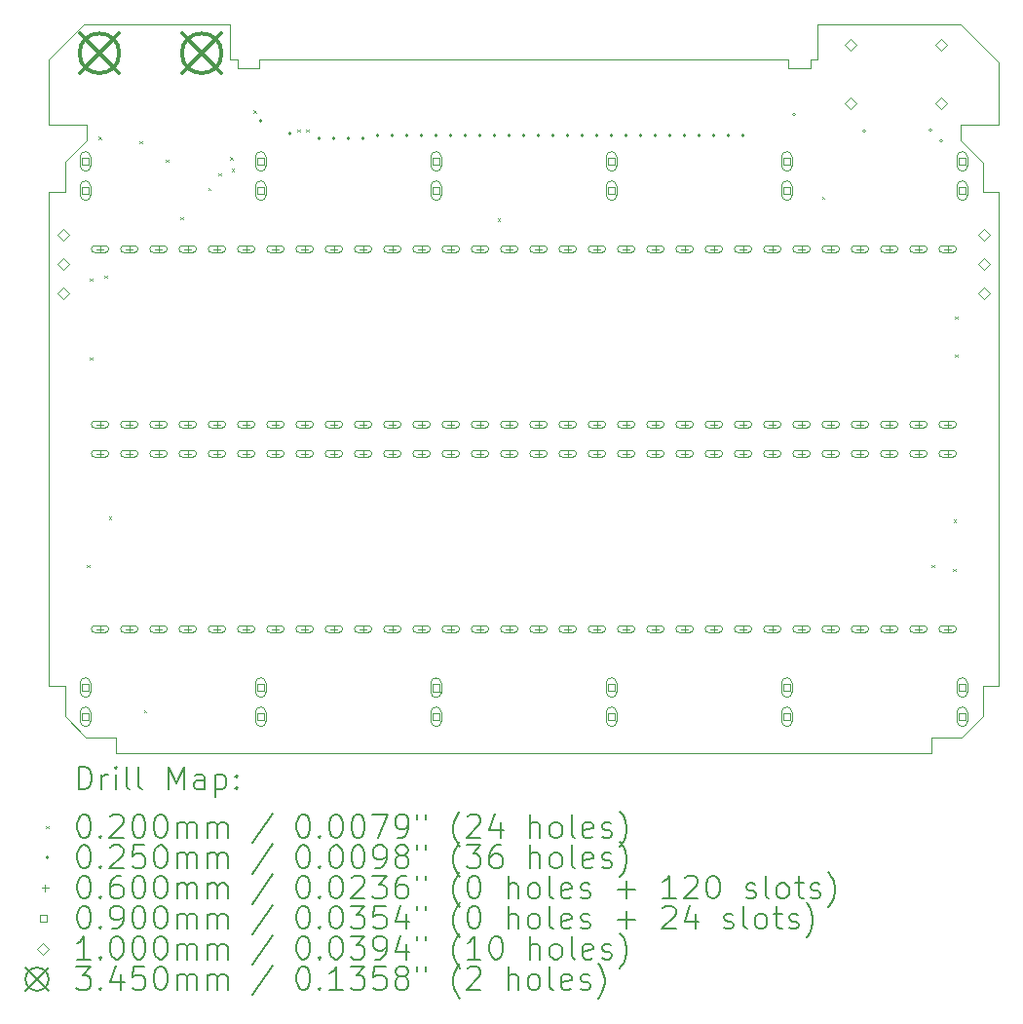
<source format=gbr>
%TF.GenerationSoftware,KiCad,Pcbnew,8.0.0*%
%TF.CreationDate,2024-02-27T09:21:44-08:00*%
%TF.ProjectId,BarnacleBoard,4261726e-6163-46c6-9542-6f6172642e6b,rev?*%
%TF.SameCoordinates,Original*%
%TF.FileFunction,Drillmap*%
%TF.FilePolarity,Positive*%
%FSLAX45Y45*%
G04 Gerber Fmt 4.5, Leading zero omitted, Abs format (unit mm)*
G04 Created by KiCad (PCBNEW 8.0.0) date 2024-02-27 09:21:44*
%MOMM*%
%LPD*%
G01*
G04 APERTURE LIST*
%ADD10C,0.050000*%
%ADD11C,0.200000*%
%ADD12C,0.100000*%
%ADD13C,0.345000*%
G04 APERTURE END LIST*
D10*
X6362700Y-18148300D02*
X6362700Y-18409920D01*
X6807200Y-18592800D02*
X6807200Y-18732500D01*
X12903200Y-12700000D02*
X12903200Y-12395200D01*
X6223000Y-13855700D02*
X6223000Y-18148300D01*
X14147800Y-13406120D02*
X14147800Y-13271500D01*
X7861300Y-12700000D02*
X7797800Y-12700000D01*
X6527800Y-12395200D02*
X6223000Y-12700000D01*
X6553200Y-13403580D02*
X6362700Y-13594080D01*
X12903200Y-12395200D02*
X14147800Y-12395200D01*
X7797800Y-12395200D02*
X6527800Y-12395200D01*
X14478000Y-12725400D02*
X14478000Y-13271500D01*
X6362700Y-18409920D02*
X6545580Y-18592800D01*
X6807200Y-18732500D02*
X13893800Y-18732500D01*
X6362700Y-13855700D02*
X6223000Y-13855700D01*
X14478000Y-13855700D02*
X14338300Y-13855700D01*
X6223000Y-18148300D02*
X6362700Y-18148300D01*
X14478000Y-18148300D02*
X14478000Y-13855700D01*
X14152880Y-18592800D02*
X14338300Y-18407380D01*
X6553200Y-13271500D02*
X6223000Y-13271500D01*
X14338300Y-18148300D02*
X14478000Y-18148300D01*
X14338300Y-18407380D02*
X14338300Y-18148300D01*
X13893800Y-18592800D02*
X14152880Y-18592800D01*
X14338300Y-13855700D02*
X14338300Y-13596620D01*
X13893800Y-18732500D02*
X13893800Y-18592800D01*
X6223000Y-12700000D02*
X6223000Y-13271500D01*
X6362700Y-13853160D02*
X6362700Y-13855700D01*
X6545580Y-18592800D02*
X6807200Y-18592800D01*
X14338300Y-13596620D02*
X14147800Y-13406120D01*
X6362700Y-13594080D02*
X6362700Y-13853160D01*
X6553200Y-13403580D02*
X6553200Y-13271500D01*
X14147800Y-12395200D02*
X14478000Y-12725400D01*
X14147800Y-13271500D02*
X14478000Y-13271500D01*
X12839700Y-12700000D02*
X12903200Y-12700000D01*
X7797800Y-12700000D02*
X7797800Y-12395200D01*
X7861300Y-12700000D02*
X7861300Y-12781800D01*
X7861500Y-12781800D02*
X8051500Y-12781800D01*
X8051500Y-12701800D02*
X12649500Y-12701800D01*
X8051500Y-12781800D02*
X8051500Y-12701800D01*
X12649500Y-12781800D02*
X12649500Y-12701800D01*
X12839500Y-12781800D02*
X12649500Y-12781800D01*
X12839700Y-12700000D02*
X12839700Y-12781800D01*
D11*
D12*
X6555900Y-17096900D02*
X6575900Y-17116900D01*
X6575900Y-17096900D02*
X6555900Y-17116900D01*
X6581300Y-14607700D02*
X6601300Y-14627700D01*
X6601300Y-14607700D02*
X6581300Y-14627700D01*
X6581300Y-15293500D02*
X6601300Y-15313500D01*
X6601300Y-15293500D02*
X6581300Y-15313500D01*
X6657500Y-13375800D02*
X6677500Y-13395800D01*
X6677500Y-13375800D02*
X6657500Y-13395800D01*
X6708300Y-14582300D02*
X6728300Y-14602300D01*
X6728300Y-14582300D02*
X6708300Y-14602300D01*
X6746400Y-16677800D02*
X6766400Y-16697800D01*
X6766400Y-16677800D02*
X6746400Y-16697800D01*
X7013100Y-13413900D02*
X7033100Y-13433900D01*
X7033100Y-13413900D02*
X7013100Y-13433900D01*
X7051200Y-18356740D02*
X7071200Y-18376740D01*
X7071200Y-18356740D02*
X7051200Y-18376740D01*
X7241700Y-13573920D02*
X7261700Y-13593920D01*
X7261700Y-13573920D02*
X7241700Y-13593920D01*
X7368700Y-14074300D02*
X7388700Y-14094300D01*
X7388700Y-14074300D02*
X7368700Y-14094300D01*
X7610000Y-13820300D02*
X7630000Y-13840300D01*
X7630000Y-13820300D02*
X7610000Y-13840300D01*
X7698900Y-13693300D02*
X7718900Y-13713300D01*
X7718900Y-13693300D02*
X7698900Y-13713300D01*
X7800500Y-13553601D02*
X7820500Y-13573601D01*
X7820500Y-13553601D02*
X7800500Y-13573601D01*
X7813200Y-13655200D02*
X7833200Y-13675200D01*
X7833200Y-13655200D02*
X7813200Y-13675200D01*
X8003700Y-13147200D02*
X8023700Y-13167200D01*
X8023700Y-13147200D02*
X8003700Y-13167200D01*
X8384700Y-13312300D02*
X8404700Y-13332300D01*
X8404700Y-13312300D02*
X8384700Y-13332300D01*
X8460900Y-13312300D02*
X8480900Y-13332300D01*
X8480900Y-13312300D02*
X8460900Y-13332300D01*
X10124600Y-14087000D02*
X10144600Y-14107000D01*
X10144600Y-14087000D02*
X10124600Y-14107000D01*
X12944000Y-13896500D02*
X12964000Y-13916500D01*
X12964000Y-13896500D02*
X12944000Y-13916500D01*
X13896500Y-17096900D02*
X13916500Y-17116900D01*
X13916500Y-17096900D02*
X13896500Y-17116900D01*
X14080720Y-17128580D02*
X14100720Y-17148580D01*
X14100720Y-17128580D02*
X14080720Y-17148580D01*
X14087000Y-16703200D02*
X14107000Y-16723200D01*
X14107000Y-16703200D02*
X14087000Y-16723200D01*
X14099699Y-14937900D02*
X14119699Y-14957900D01*
X14119699Y-14937900D02*
X14099699Y-14957900D01*
X14099700Y-15268100D02*
X14119700Y-15288100D01*
X14119700Y-15268100D02*
X14099700Y-15288100D01*
X8077000Y-13233400D02*
G75*
G02*
X8052000Y-13233400I-12500J0D01*
G01*
X8052000Y-13233400D02*
G75*
G02*
X8077000Y-13233400I12500J0D01*
G01*
X8330999Y-13347700D02*
G75*
G02*
X8305999Y-13347700I-12500J0D01*
G01*
X8305999Y-13347700D02*
G75*
G02*
X8330999Y-13347700I12500J0D01*
G01*
X8585000Y-13385800D02*
G75*
G02*
X8560000Y-13385800I-12500J0D01*
G01*
X8560000Y-13385800D02*
G75*
G02*
X8585000Y-13385800I12500J0D01*
G01*
X8712000Y-13385800D02*
G75*
G02*
X8687000Y-13385800I-12500J0D01*
G01*
X8687000Y-13385800D02*
G75*
G02*
X8712000Y-13385800I12500J0D01*
G01*
X8839000Y-13385800D02*
G75*
G02*
X8814000Y-13385800I-12500J0D01*
G01*
X8814000Y-13385800D02*
G75*
G02*
X8839000Y-13385800I12500J0D01*
G01*
X8966000Y-13385800D02*
G75*
G02*
X8941000Y-13385800I-12500J0D01*
G01*
X8941000Y-13385800D02*
G75*
G02*
X8966000Y-13385800I12500J0D01*
G01*
X9093000Y-13360400D02*
G75*
G02*
X9068000Y-13360400I-12500J0D01*
G01*
X9068000Y-13360400D02*
G75*
G02*
X9093000Y-13360400I12500J0D01*
G01*
X9220000Y-13360400D02*
G75*
G02*
X9195000Y-13360400I-12500J0D01*
G01*
X9195000Y-13360400D02*
G75*
G02*
X9220000Y-13360400I12500J0D01*
G01*
X9347000Y-13360400D02*
G75*
G02*
X9322000Y-13360400I-12500J0D01*
G01*
X9322000Y-13360400D02*
G75*
G02*
X9347000Y-13360400I12500J0D01*
G01*
X9474000Y-13360401D02*
G75*
G02*
X9449000Y-13360401I-12500J0D01*
G01*
X9449000Y-13360401D02*
G75*
G02*
X9474000Y-13360401I12500J0D01*
G01*
X9601000Y-13360400D02*
G75*
G02*
X9576000Y-13360400I-12500J0D01*
G01*
X9576000Y-13360400D02*
G75*
G02*
X9601000Y-13360400I12500J0D01*
G01*
X9728000Y-13360400D02*
G75*
G02*
X9703000Y-13360400I-12500J0D01*
G01*
X9703000Y-13360400D02*
G75*
G02*
X9728000Y-13360400I12500J0D01*
G01*
X9855000Y-13360400D02*
G75*
G02*
X9830000Y-13360400I-12500J0D01*
G01*
X9830000Y-13360400D02*
G75*
G02*
X9855000Y-13360400I12500J0D01*
G01*
X9982000Y-13360400D02*
G75*
G02*
X9957000Y-13360400I-12500J0D01*
G01*
X9957000Y-13360400D02*
G75*
G02*
X9982000Y-13360400I12500J0D01*
G01*
X10109000Y-13360400D02*
G75*
G02*
X10084000Y-13360400I-12500J0D01*
G01*
X10084000Y-13360400D02*
G75*
G02*
X10109000Y-13360400I12500J0D01*
G01*
X10236000Y-13360400D02*
G75*
G02*
X10211000Y-13360400I-12500J0D01*
G01*
X10211000Y-13360400D02*
G75*
G02*
X10236000Y-13360400I12500J0D01*
G01*
X10363000Y-13360400D02*
G75*
G02*
X10338000Y-13360400I-12500J0D01*
G01*
X10338000Y-13360400D02*
G75*
G02*
X10363000Y-13360400I12500J0D01*
G01*
X10490000Y-13360400D02*
G75*
G02*
X10465000Y-13360400I-12500J0D01*
G01*
X10465000Y-13360400D02*
G75*
G02*
X10490000Y-13360400I12500J0D01*
G01*
X10617000Y-13360400D02*
G75*
G02*
X10592000Y-13360400I-12500J0D01*
G01*
X10592000Y-13360400D02*
G75*
G02*
X10617000Y-13360400I12500J0D01*
G01*
X10744000Y-13360400D02*
G75*
G02*
X10719000Y-13360400I-12500J0D01*
G01*
X10719000Y-13360400D02*
G75*
G02*
X10744000Y-13360400I12500J0D01*
G01*
X10871000Y-13360400D02*
G75*
G02*
X10846000Y-13360400I-12500J0D01*
G01*
X10846000Y-13360400D02*
G75*
G02*
X10871000Y-13360400I12500J0D01*
G01*
X10998000Y-13360400D02*
G75*
G02*
X10973000Y-13360400I-12500J0D01*
G01*
X10973000Y-13360400D02*
G75*
G02*
X10998000Y-13360400I12500J0D01*
G01*
X11125000Y-13360400D02*
G75*
G02*
X11100000Y-13360400I-12500J0D01*
G01*
X11100000Y-13360400D02*
G75*
G02*
X11125000Y-13360400I12500J0D01*
G01*
X11252000Y-13360400D02*
G75*
G02*
X11227000Y-13360400I-12500J0D01*
G01*
X11227000Y-13360400D02*
G75*
G02*
X11252000Y-13360400I12500J0D01*
G01*
X11379000Y-13360400D02*
G75*
G02*
X11354000Y-13360400I-12500J0D01*
G01*
X11354000Y-13360400D02*
G75*
G02*
X11379000Y-13360400I12500J0D01*
G01*
X11506000Y-13360400D02*
G75*
G02*
X11481000Y-13360400I-12500J0D01*
G01*
X11481000Y-13360400D02*
G75*
G02*
X11506000Y-13360400I12500J0D01*
G01*
X11633000Y-13360400D02*
G75*
G02*
X11608000Y-13360400I-12500J0D01*
G01*
X11608000Y-13360400D02*
G75*
G02*
X11633000Y-13360400I12500J0D01*
G01*
X11760000Y-13360400D02*
G75*
G02*
X11735000Y-13360400I-12500J0D01*
G01*
X11735000Y-13360400D02*
G75*
G02*
X11760000Y-13360400I12500J0D01*
G01*
X11887000Y-13360400D02*
G75*
G02*
X11862000Y-13360400I-12500J0D01*
G01*
X11862000Y-13360400D02*
G75*
G02*
X11887000Y-13360400I12500J0D01*
G01*
X12014000Y-13360401D02*
G75*
G02*
X11989000Y-13360401I-12500J0D01*
G01*
X11989000Y-13360401D02*
G75*
G02*
X12014000Y-13360401I12500J0D01*
G01*
X12141000Y-13360400D02*
G75*
G02*
X12116000Y-13360400I-12500J0D01*
G01*
X12116000Y-13360400D02*
G75*
G02*
X12141000Y-13360400I12500J0D01*
G01*
X12268000Y-13360400D02*
G75*
G02*
X12243000Y-13360400I-12500J0D01*
G01*
X12243000Y-13360400D02*
G75*
G02*
X12268000Y-13360400I12500J0D01*
G01*
X12709960Y-13182600D02*
G75*
G02*
X12684960Y-13182600I-12500J0D01*
G01*
X12684960Y-13182600D02*
G75*
G02*
X12709960Y-13182600I12500J0D01*
G01*
X13322100Y-13322300D02*
G75*
G02*
X13297100Y-13322300I-12500J0D01*
G01*
X13297100Y-13322300D02*
G75*
G02*
X13322100Y-13322300I12500J0D01*
G01*
X13899950Y-13315949D02*
G75*
G02*
X13874950Y-13315949I-12500J0D01*
G01*
X13874950Y-13315949D02*
G75*
G02*
X13899950Y-13315949I12500J0D01*
G01*
X13992660Y-13408660D02*
G75*
G02*
X13967660Y-13408660I-12500J0D01*
G01*
X13967660Y-13408660D02*
G75*
G02*
X13992660Y-13408660I12500J0D01*
G01*
X6667500Y-14321000D02*
X6667500Y-14381000D01*
X6637500Y-14351000D02*
X6697500Y-14351000D01*
X6622500Y-14381000D02*
X6712500Y-14381000D01*
X6712500Y-14321000D02*
G75*
G02*
X6712500Y-14381000I0J-30000D01*
G01*
X6712500Y-14321000D02*
X6622500Y-14321000D01*
X6622500Y-14321000D02*
G75*
G03*
X6622500Y-14381000I0J-30000D01*
G01*
X6667500Y-15845000D02*
X6667500Y-15905000D01*
X6637500Y-15875000D02*
X6697500Y-15875000D01*
X6622500Y-15905000D02*
X6712500Y-15905000D01*
X6712500Y-15845000D02*
G75*
G02*
X6712500Y-15905000I0J-30000D01*
G01*
X6712500Y-15845000D02*
X6622500Y-15845000D01*
X6622500Y-15845000D02*
G75*
G03*
X6622500Y-15905000I0J-30000D01*
G01*
X6667500Y-16099000D02*
X6667500Y-16159000D01*
X6637500Y-16129000D02*
X6697500Y-16129000D01*
X6622500Y-16159000D02*
X6712500Y-16159000D01*
X6712500Y-16099000D02*
G75*
G02*
X6712500Y-16159000I0J-30000D01*
G01*
X6712500Y-16099000D02*
X6622500Y-16099000D01*
X6622500Y-16099000D02*
G75*
G03*
X6622500Y-16159000I0J-30000D01*
G01*
X6667500Y-17623000D02*
X6667500Y-17683000D01*
X6637500Y-17653000D02*
X6697500Y-17653000D01*
X6622500Y-17683000D02*
X6712500Y-17683000D01*
X6712500Y-17623000D02*
G75*
G02*
X6712500Y-17683000I0J-30000D01*
G01*
X6712500Y-17623000D02*
X6622500Y-17623000D01*
X6622500Y-17623000D02*
G75*
G03*
X6622500Y-17683000I0J-30000D01*
G01*
X6921500Y-14321000D02*
X6921500Y-14381000D01*
X6891500Y-14351000D02*
X6951500Y-14351000D01*
X6876500Y-14381000D02*
X6966500Y-14381000D01*
X6966500Y-14321000D02*
G75*
G02*
X6966500Y-14381000I0J-30000D01*
G01*
X6966500Y-14321000D02*
X6876500Y-14321000D01*
X6876500Y-14321000D02*
G75*
G03*
X6876500Y-14381000I0J-30000D01*
G01*
X6921500Y-15845000D02*
X6921500Y-15905000D01*
X6891500Y-15875000D02*
X6951500Y-15875000D01*
X6876500Y-15905000D02*
X6966500Y-15905000D01*
X6966500Y-15845000D02*
G75*
G02*
X6966500Y-15905000I0J-30000D01*
G01*
X6966500Y-15845000D02*
X6876500Y-15845000D01*
X6876500Y-15845000D02*
G75*
G03*
X6876500Y-15905000I0J-30000D01*
G01*
X6921500Y-16099000D02*
X6921500Y-16159000D01*
X6891500Y-16129000D02*
X6951500Y-16129000D01*
X6876500Y-16159000D02*
X6966500Y-16159000D01*
X6966500Y-16099000D02*
G75*
G02*
X6966500Y-16159000I0J-30000D01*
G01*
X6966500Y-16099000D02*
X6876500Y-16099000D01*
X6876500Y-16099000D02*
G75*
G03*
X6876500Y-16159000I0J-30000D01*
G01*
X6921500Y-17623000D02*
X6921500Y-17683000D01*
X6891500Y-17653000D02*
X6951500Y-17653000D01*
X6876500Y-17683000D02*
X6966500Y-17683000D01*
X6966500Y-17623000D02*
G75*
G02*
X6966500Y-17683000I0J-30000D01*
G01*
X6966500Y-17623000D02*
X6876500Y-17623000D01*
X6876500Y-17623000D02*
G75*
G03*
X6876500Y-17683000I0J-30000D01*
G01*
X7175500Y-14321000D02*
X7175500Y-14381000D01*
X7145500Y-14351000D02*
X7205500Y-14351000D01*
X7130500Y-14381000D02*
X7220500Y-14381000D01*
X7220500Y-14321000D02*
G75*
G02*
X7220500Y-14381000I0J-30000D01*
G01*
X7220500Y-14321000D02*
X7130500Y-14321000D01*
X7130500Y-14321000D02*
G75*
G03*
X7130500Y-14381000I0J-30000D01*
G01*
X7175500Y-15845000D02*
X7175500Y-15905000D01*
X7145500Y-15875000D02*
X7205500Y-15875000D01*
X7130500Y-15905000D02*
X7220500Y-15905000D01*
X7220500Y-15845000D02*
G75*
G02*
X7220500Y-15905000I0J-30000D01*
G01*
X7220500Y-15845000D02*
X7130500Y-15845000D01*
X7130500Y-15845000D02*
G75*
G03*
X7130500Y-15905000I0J-30000D01*
G01*
X7175500Y-16099000D02*
X7175500Y-16159000D01*
X7145500Y-16129000D02*
X7205500Y-16129000D01*
X7130500Y-16159000D02*
X7220500Y-16159000D01*
X7220500Y-16099000D02*
G75*
G02*
X7220500Y-16159000I0J-30000D01*
G01*
X7220500Y-16099000D02*
X7130500Y-16099000D01*
X7130500Y-16099000D02*
G75*
G03*
X7130500Y-16159000I0J-30000D01*
G01*
X7175500Y-17623000D02*
X7175500Y-17683000D01*
X7145500Y-17653000D02*
X7205500Y-17653000D01*
X7130500Y-17683000D02*
X7220500Y-17683000D01*
X7220500Y-17623000D02*
G75*
G02*
X7220500Y-17683000I0J-30000D01*
G01*
X7220500Y-17623000D02*
X7130500Y-17623000D01*
X7130500Y-17623000D02*
G75*
G03*
X7130500Y-17683000I0J-30000D01*
G01*
X7429500Y-14321000D02*
X7429500Y-14381000D01*
X7399500Y-14351000D02*
X7459500Y-14351000D01*
X7384500Y-14381000D02*
X7474500Y-14381000D01*
X7474500Y-14321000D02*
G75*
G02*
X7474500Y-14381000I0J-30000D01*
G01*
X7474500Y-14321000D02*
X7384500Y-14321000D01*
X7384500Y-14321000D02*
G75*
G03*
X7384500Y-14381000I0J-30000D01*
G01*
X7429500Y-15845000D02*
X7429500Y-15905000D01*
X7399500Y-15875000D02*
X7459500Y-15875000D01*
X7384500Y-15905000D02*
X7474500Y-15905000D01*
X7474500Y-15845000D02*
G75*
G02*
X7474500Y-15905000I0J-30000D01*
G01*
X7474500Y-15845000D02*
X7384500Y-15845000D01*
X7384500Y-15845000D02*
G75*
G03*
X7384500Y-15905000I0J-30000D01*
G01*
X7429500Y-16099000D02*
X7429500Y-16159000D01*
X7399500Y-16129000D02*
X7459500Y-16129000D01*
X7384500Y-16159000D02*
X7474500Y-16159000D01*
X7474500Y-16099000D02*
G75*
G02*
X7474500Y-16159000I0J-30000D01*
G01*
X7474500Y-16099000D02*
X7384500Y-16099000D01*
X7384500Y-16099000D02*
G75*
G03*
X7384500Y-16159000I0J-30000D01*
G01*
X7429500Y-17623000D02*
X7429500Y-17683000D01*
X7399500Y-17653000D02*
X7459500Y-17653000D01*
X7384500Y-17683000D02*
X7474500Y-17683000D01*
X7474500Y-17623000D02*
G75*
G02*
X7474500Y-17683000I0J-30000D01*
G01*
X7474500Y-17623000D02*
X7384500Y-17623000D01*
X7384500Y-17623000D02*
G75*
G03*
X7384500Y-17683000I0J-30000D01*
G01*
X7683500Y-14321000D02*
X7683500Y-14381000D01*
X7653500Y-14351000D02*
X7713500Y-14351000D01*
X7638500Y-14381000D02*
X7728500Y-14381000D01*
X7728500Y-14321000D02*
G75*
G02*
X7728500Y-14381000I0J-30000D01*
G01*
X7728500Y-14321000D02*
X7638500Y-14321000D01*
X7638500Y-14321000D02*
G75*
G03*
X7638500Y-14381000I0J-30000D01*
G01*
X7683500Y-15845000D02*
X7683500Y-15905000D01*
X7653500Y-15875000D02*
X7713500Y-15875000D01*
X7638500Y-15905000D02*
X7728500Y-15905000D01*
X7728500Y-15845000D02*
G75*
G02*
X7728500Y-15905000I0J-30000D01*
G01*
X7728500Y-15845000D02*
X7638500Y-15845000D01*
X7638500Y-15845000D02*
G75*
G03*
X7638500Y-15905000I0J-30000D01*
G01*
X7683500Y-16099000D02*
X7683500Y-16159000D01*
X7653500Y-16129000D02*
X7713500Y-16129000D01*
X7638500Y-16159000D02*
X7728500Y-16159000D01*
X7728500Y-16099000D02*
G75*
G02*
X7728500Y-16159000I0J-30000D01*
G01*
X7728500Y-16099000D02*
X7638500Y-16099000D01*
X7638500Y-16099000D02*
G75*
G03*
X7638500Y-16159000I0J-30000D01*
G01*
X7683500Y-17623000D02*
X7683500Y-17683000D01*
X7653500Y-17653000D02*
X7713500Y-17653000D01*
X7638500Y-17683000D02*
X7728500Y-17683000D01*
X7728500Y-17623000D02*
G75*
G02*
X7728500Y-17683000I0J-30000D01*
G01*
X7728500Y-17623000D02*
X7638500Y-17623000D01*
X7638500Y-17623000D02*
G75*
G03*
X7638500Y-17683000I0J-30000D01*
G01*
X7937500Y-14321000D02*
X7937500Y-14381000D01*
X7907500Y-14351000D02*
X7967500Y-14351000D01*
X7892500Y-14381000D02*
X7982500Y-14381000D01*
X7982500Y-14321000D02*
G75*
G02*
X7982500Y-14381000I0J-30000D01*
G01*
X7982500Y-14321000D02*
X7892500Y-14321000D01*
X7892500Y-14321000D02*
G75*
G03*
X7892500Y-14381000I0J-30000D01*
G01*
X7937500Y-15845000D02*
X7937500Y-15905000D01*
X7907500Y-15875000D02*
X7967500Y-15875000D01*
X7892500Y-15905000D02*
X7982500Y-15905000D01*
X7982500Y-15845000D02*
G75*
G02*
X7982500Y-15905000I0J-30000D01*
G01*
X7982500Y-15845000D02*
X7892500Y-15845000D01*
X7892500Y-15845000D02*
G75*
G03*
X7892500Y-15905000I0J-30000D01*
G01*
X7937500Y-16099000D02*
X7937500Y-16159000D01*
X7907500Y-16129000D02*
X7967500Y-16129000D01*
X7892500Y-16159000D02*
X7982500Y-16159000D01*
X7982500Y-16099000D02*
G75*
G02*
X7982500Y-16159000I0J-30000D01*
G01*
X7982500Y-16099000D02*
X7892500Y-16099000D01*
X7892500Y-16099000D02*
G75*
G03*
X7892500Y-16159000I0J-30000D01*
G01*
X7937500Y-17623000D02*
X7937500Y-17683000D01*
X7907500Y-17653000D02*
X7967500Y-17653000D01*
X7892500Y-17683000D02*
X7982500Y-17683000D01*
X7982500Y-17623000D02*
G75*
G02*
X7982500Y-17683000I0J-30000D01*
G01*
X7982500Y-17623000D02*
X7892500Y-17623000D01*
X7892500Y-17623000D02*
G75*
G03*
X7892500Y-17683000I0J-30000D01*
G01*
X8191500Y-14321000D02*
X8191500Y-14381000D01*
X8161500Y-14351000D02*
X8221500Y-14351000D01*
X8146500Y-14381000D02*
X8236500Y-14381000D01*
X8236500Y-14321000D02*
G75*
G02*
X8236500Y-14381000I0J-30000D01*
G01*
X8236500Y-14321000D02*
X8146500Y-14321000D01*
X8146500Y-14321000D02*
G75*
G03*
X8146500Y-14381000I0J-30000D01*
G01*
X8191500Y-15845000D02*
X8191500Y-15905000D01*
X8161500Y-15875000D02*
X8221500Y-15875000D01*
X8146500Y-15905000D02*
X8236500Y-15905000D01*
X8236500Y-15845000D02*
G75*
G02*
X8236500Y-15905000I0J-30000D01*
G01*
X8236500Y-15845000D02*
X8146500Y-15845000D01*
X8146500Y-15845000D02*
G75*
G03*
X8146500Y-15905000I0J-30000D01*
G01*
X8191500Y-16099000D02*
X8191500Y-16159000D01*
X8161500Y-16129000D02*
X8221500Y-16129000D01*
X8146500Y-16159000D02*
X8236500Y-16159000D01*
X8236500Y-16099000D02*
G75*
G02*
X8236500Y-16159000I0J-30000D01*
G01*
X8236500Y-16099000D02*
X8146500Y-16099000D01*
X8146500Y-16099000D02*
G75*
G03*
X8146500Y-16159000I0J-30000D01*
G01*
X8191500Y-17623000D02*
X8191500Y-17683000D01*
X8161500Y-17653000D02*
X8221500Y-17653000D01*
X8146500Y-17683000D02*
X8236500Y-17683000D01*
X8236500Y-17623000D02*
G75*
G02*
X8236500Y-17683000I0J-30000D01*
G01*
X8236500Y-17623000D02*
X8146500Y-17623000D01*
X8146500Y-17623000D02*
G75*
G03*
X8146500Y-17683000I0J-30000D01*
G01*
X8445500Y-14321000D02*
X8445500Y-14381000D01*
X8415500Y-14351000D02*
X8475500Y-14351000D01*
X8400500Y-14381000D02*
X8490500Y-14381000D01*
X8490500Y-14321000D02*
G75*
G02*
X8490500Y-14381000I0J-30000D01*
G01*
X8490500Y-14321000D02*
X8400500Y-14321000D01*
X8400500Y-14321000D02*
G75*
G03*
X8400500Y-14381000I0J-30000D01*
G01*
X8445500Y-15845000D02*
X8445500Y-15905000D01*
X8415500Y-15875000D02*
X8475500Y-15875000D01*
X8400500Y-15905000D02*
X8490500Y-15905000D01*
X8490500Y-15845000D02*
G75*
G02*
X8490500Y-15905000I0J-30000D01*
G01*
X8490500Y-15845000D02*
X8400500Y-15845000D01*
X8400500Y-15845000D02*
G75*
G03*
X8400500Y-15905000I0J-30000D01*
G01*
X8445500Y-16099000D02*
X8445500Y-16159000D01*
X8415500Y-16129000D02*
X8475500Y-16129000D01*
X8400500Y-16159000D02*
X8490500Y-16159000D01*
X8490500Y-16099000D02*
G75*
G02*
X8490500Y-16159000I0J-30000D01*
G01*
X8490500Y-16099000D02*
X8400500Y-16099000D01*
X8400500Y-16099000D02*
G75*
G03*
X8400500Y-16159000I0J-30000D01*
G01*
X8445500Y-17623000D02*
X8445500Y-17683000D01*
X8415500Y-17653000D02*
X8475500Y-17653000D01*
X8400500Y-17683000D02*
X8490500Y-17683000D01*
X8490500Y-17623000D02*
G75*
G02*
X8490500Y-17683000I0J-30000D01*
G01*
X8490500Y-17623000D02*
X8400500Y-17623000D01*
X8400500Y-17623000D02*
G75*
G03*
X8400500Y-17683000I0J-30000D01*
G01*
X8699500Y-14321000D02*
X8699500Y-14381000D01*
X8669500Y-14351000D02*
X8729500Y-14351000D01*
X8654500Y-14381000D02*
X8744500Y-14381000D01*
X8744500Y-14321000D02*
G75*
G02*
X8744500Y-14381000I0J-30000D01*
G01*
X8744500Y-14321000D02*
X8654500Y-14321000D01*
X8654500Y-14321000D02*
G75*
G03*
X8654500Y-14381000I0J-30000D01*
G01*
X8699500Y-15845000D02*
X8699500Y-15905000D01*
X8669500Y-15875000D02*
X8729500Y-15875000D01*
X8654500Y-15905000D02*
X8744500Y-15905000D01*
X8744500Y-15845000D02*
G75*
G02*
X8744500Y-15905000I0J-30000D01*
G01*
X8744500Y-15845000D02*
X8654500Y-15845000D01*
X8654500Y-15845000D02*
G75*
G03*
X8654500Y-15905000I0J-30000D01*
G01*
X8699500Y-16099000D02*
X8699500Y-16159000D01*
X8669500Y-16129000D02*
X8729500Y-16129000D01*
X8654500Y-16159000D02*
X8744500Y-16159000D01*
X8744500Y-16099000D02*
G75*
G02*
X8744500Y-16159000I0J-30000D01*
G01*
X8744500Y-16099000D02*
X8654500Y-16099000D01*
X8654500Y-16099000D02*
G75*
G03*
X8654500Y-16159000I0J-30000D01*
G01*
X8699500Y-17623000D02*
X8699500Y-17683000D01*
X8669500Y-17653000D02*
X8729500Y-17653000D01*
X8654500Y-17683000D02*
X8744500Y-17683000D01*
X8744500Y-17623000D02*
G75*
G02*
X8744500Y-17683000I0J-30000D01*
G01*
X8744500Y-17623000D02*
X8654500Y-17623000D01*
X8654500Y-17623000D02*
G75*
G03*
X8654500Y-17683000I0J-30000D01*
G01*
X8953500Y-14321000D02*
X8953500Y-14381000D01*
X8923500Y-14351000D02*
X8983500Y-14351000D01*
X8908500Y-14381000D02*
X8998500Y-14381000D01*
X8998500Y-14321000D02*
G75*
G02*
X8998500Y-14381000I0J-30000D01*
G01*
X8998500Y-14321000D02*
X8908500Y-14321000D01*
X8908500Y-14321000D02*
G75*
G03*
X8908500Y-14381000I0J-30000D01*
G01*
X8953500Y-15845000D02*
X8953500Y-15905000D01*
X8923500Y-15875000D02*
X8983500Y-15875000D01*
X8908500Y-15905000D02*
X8998500Y-15905000D01*
X8998500Y-15845000D02*
G75*
G02*
X8998500Y-15905000I0J-30000D01*
G01*
X8998500Y-15845000D02*
X8908500Y-15845000D01*
X8908500Y-15845000D02*
G75*
G03*
X8908500Y-15905000I0J-30000D01*
G01*
X8953500Y-16099000D02*
X8953500Y-16159000D01*
X8923500Y-16129000D02*
X8983500Y-16129000D01*
X8908500Y-16159000D02*
X8998500Y-16159000D01*
X8998500Y-16099000D02*
G75*
G02*
X8998500Y-16159000I0J-30000D01*
G01*
X8998500Y-16099000D02*
X8908500Y-16099000D01*
X8908500Y-16099000D02*
G75*
G03*
X8908500Y-16159000I0J-30000D01*
G01*
X8953500Y-17623000D02*
X8953500Y-17683000D01*
X8923500Y-17653000D02*
X8983500Y-17653000D01*
X8908500Y-17683000D02*
X8998500Y-17683000D01*
X8998500Y-17623000D02*
G75*
G02*
X8998500Y-17683000I0J-30000D01*
G01*
X8998500Y-17623000D02*
X8908500Y-17623000D01*
X8908500Y-17623000D02*
G75*
G03*
X8908500Y-17683000I0J-30000D01*
G01*
X9207500Y-14321000D02*
X9207500Y-14381000D01*
X9177500Y-14351000D02*
X9237500Y-14351000D01*
X9162500Y-14381000D02*
X9252500Y-14381000D01*
X9252500Y-14321000D02*
G75*
G02*
X9252500Y-14381000I0J-30000D01*
G01*
X9252500Y-14321000D02*
X9162500Y-14321000D01*
X9162500Y-14321000D02*
G75*
G03*
X9162500Y-14381000I0J-30000D01*
G01*
X9207500Y-15845000D02*
X9207500Y-15905000D01*
X9177500Y-15875000D02*
X9237500Y-15875000D01*
X9162500Y-15905000D02*
X9252500Y-15905000D01*
X9252500Y-15845000D02*
G75*
G02*
X9252500Y-15905000I0J-30000D01*
G01*
X9252500Y-15845000D02*
X9162500Y-15845000D01*
X9162500Y-15845000D02*
G75*
G03*
X9162500Y-15905000I0J-30000D01*
G01*
X9207500Y-16099000D02*
X9207500Y-16159000D01*
X9177500Y-16129000D02*
X9237500Y-16129000D01*
X9162500Y-16159000D02*
X9252500Y-16159000D01*
X9252500Y-16099000D02*
G75*
G02*
X9252500Y-16159000I0J-30000D01*
G01*
X9252500Y-16099000D02*
X9162500Y-16099000D01*
X9162500Y-16099000D02*
G75*
G03*
X9162500Y-16159000I0J-30000D01*
G01*
X9207500Y-17623000D02*
X9207500Y-17683000D01*
X9177500Y-17653000D02*
X9237500Y-17653000D01*
X9162500Y-17683000D02*
X9252500Y-17683000D01*
X9252500Y-17623000D02*
G75*
G02*
X9252500Y-17683000I0J-30000D01*
G01*
X9252500Y-17623000D02*
X9162500Y-17623000D01*
X9162500Y-17623000D02*
G75*
G03*
X9162500Y-17683000I0J-30000D01*
G01*
X9461500Y-14321000D02*
X9461500Y-14381000D01*
X9431500Y-14351000D02*
X9491500Y-14351000D01*
X9416500Y-14381000D02*
X9506500Y-14381000D01*
X9506500Y-14321000D02*
G75*
G02*
X9506500Y-14381000I0J-30000D01*
G01*
X9506500Y-14321000D02*
X9416500Y-14321000D01*
X9416500Y-14321000D02*
G75*
G03*
X9416500Y-14381000I0J-30000D01*
G01*
X9461500Y-15845000D02*
X9461500Y-15905000D01*
X9431500Y-15875000D02*
X9491500Y-15875000D01*
X9416500Y-15905000D02*
X9506500Y-15905000D01*
X9506500Y-15845000D02*
G75*
G02*
X9506500Y-15905000I0J-30000D01*
G01*
X9506500Y-15845000D02*
X9416500Y-15845000D01*
X9416500Y-15845000D02*
G75*
G03*
X9416500Y-15905000I0J-30000D01*
G01*
X9461500Y-16099000D02*
X9461500Y-16159000D01*
X9431500Y-16129000D02*
X9491500Y-16129000D01*
X9416500Y-16159000D02*
X9506500Y-16159000D01*
X9506500Y-16099000D02*
G75*
G02*
X9506500Y-16159000I0J-30000D01*
G01*
X9506500Y-16099000D02*
X9416500Y-16099000D01*
X9416500Y-16099000D02*
G75*
G03*
X9416500Y-16159000I0J-30000D01*
G01*
X9461500Y-17623000D02*
X9461500Y-17683000D01*
X9431500Y-17653000D02*
X9491500Y-17653000D01*
X9416500Y-17683000D02*
X9506500Y-17683000D01*
X9506500Y-17623000D02*
G75*
G02*
X9506500Y-17683000I0J-30000D01*
G01*
X9506500Y-17623000D02*
X9416500Y-17623000D01*
X9416500Y-17623000D02*
G75*
G03*
X9416500Y-17683000I0J-30000D01*
G01*
X9715500Y-14321000D02*
X9715500Y-14381000D01*
X9685500Y-14351000D02*
X9745500Y-14351000D01*
X9670500Y-14381000D02*
X9760500Y-14381000D01*
X9760500Y-14321000D02*
G75*
G02*
X9760500Y-14381000I0J-30000D01*
G01*
X9760500Y-14321000D02*
X9670500Y-14321000D01*
X9670500Y-14321000D02*
G75*
G03*
X9670500Y-14381000I0J-30000D01*
G01*
X9715500Y-15845000D02*
X9715500Y-15905000D01*
X9685500Y-15875000D02*
X9745500Y-15875000D01*
X9670500Y-15905000D02*
X9760500Y-15905000D01*
X9760500Y-15845000D02*
G75*
G02*
X9760500Y-15905000I0J-30000D01*
G01*
X9760500Y-15845000D02*
X9670500Y-15845000D01*
X9670500Y-15845000D02*
G75*
G03*
X9670500Y-15905000I0J-30000D01*
G01*
X9715500Y-16099000D02*
X9715500Y-16159000D01*
X9685500Y-16129000D02*
X9745500Y-16129000D01*
X9670500Y-16159000D02*
X9760500Y-16159000D01*
X9760500Y-16099000D02*
G75*
G02*
X9760500Y-16159000I0J-30000D01*
G01*
X9760500Y-16099000D02*
X9670500Y-16099000D01*
X9670500Y-16099000D02*
G75*
G03*
X9670500Y-16159000I0J-30000D01*
G01*
X9715500Y-17623000D02*
X9715500Y-17683000D01*
X9685500Y-17653000D02*
X9745500Y-17653000D01*
X9670500Y-17683000D02*
X9760500Y-17683000D01*
X9760500Y-17623000D02*
G75*
G02*
X9760500Y-17683000I0J-30000D01*
G01*
X9760500Y-17623000D02*
X9670500Y-17623000D01*
X9670500Y-17623000D02*
G75*
G03*
X9670500Y-17683000I0J-30000D01*
G01*
X9969500Y-14321000D02*
X9969500Y-14381000D01*
X9939500Y-14351000D02*
X9999500Y-14351000D01*
X9924500Y-14381000D02*
X10014500Y-14381000D01*
X10014500Y-14321000D02*
G75*
G02*
X10014500Y-14381000I0J-30000D01*
G01*
X10014500Y-14321000D02*
X9924500Y-14321000D01*
X9924500Y-14321000D02*
G75*
G03*
X9924500Y-14381000I0J-30000D01*
G01*
X9969500Y-15845000D02*
X9969500Y-15905000D01*
X9939500Y-15875000D02*
X9999500Y-15875000D01*
X9924500Y-15905000D02*
X10014500Y-15905000D01*
X10014500Y-15845000D02*
G75*
G02*
X10014500Y-15905000I0J-30000D01*
G01*
X10014500Y-15845000D02*
X9924500Y-15845000D01*
X9924500Y-15845000D02*
G75*
G03*
X9924500Y-15905000I0J-30000D01*
G01*
X9969500Y-16099000D02*
X9969500Y-16159000D01*
X9939500Y-16129000D02*
X9999500Y-16129000D01*
X9924500Y-16159000D02*
X10014500Y-16159000D01*
X10014500Y-16099000D02*
G75*
G02*
X10014500Y-16159000I0J-30000D01*
G01*
X10014500Y-16099000D02*
X9924500Y-16099000D01*
X9924500Y-16099000D02*
G75*
G03*
X9924500Y-16159000I0J-30000D01*
G01*
X9969500Y-17623000D02*
X9969500Y-17683000D01*
X9939500Y-17653000D02*
X9999500Y-17653000D01*
X9924500Y-17683000D02*
X10014500Y-17683000D01*
X10014500Y-17623000D02*
G75*
G02*
X10014500Y-17683000I0J-30000D01*
G01*
X10014500Y-17623000D02*
X9924500Y-17623000D01*
X9924500Y-17623000D02*
G75*
G03*
X9924500Y-17683000I0J-30000D01*
G01*
X10223500Y-14321000D02*
X10223500Y-14381000D01*
X10193500Y-14351000D02*
X10253500Y-14351000D01*
X10178500Y-14381000D02*
X10268500Y-14381000D01*
X10268500Y-14321000D02*
G75*
G02*
X10268500Y-14381000I0J-30000D01*
G01*
X10268500Y-14321000D02*
X10178500Y-14321000D01*
X10178500Y-14321000D02*
G75*
G03*
X10178500Y-14381000I0J-30000D01*
G01*
X10223500Y-15845000D02*
X10223500Y-15905000D01*
X10193500Y-15875000D02*
X10253500Y-15875000D01*
X10178500Y-15905000D02*
X10268500Y-15905000D01*
X10268500Y-15845000D02*
G75*
G02*
X10268500Y-15905000I0J-30000D01*
G01*
X10268500Y-15845000D02*
X10178500Y-15845000D01*
X10178500Y-15845000D02*
G75*
G03*
X10178500Y-15905000I0J-30000D01*
G01*
X10223500Y-16099000D02*
X10223500Y-16159000D01*
X10193500Y-16129000D02*
X10253500Y-16129000D01*
X10178500Y-16159000D02*
X10268500Y-16159000D01*
X10268500Y-16099000D02*
G75*
G02*
X10268500Y-16159000I0J-30000D01*
G01*
X10268500Y-16099000D02*
X10178500Y-16099000D01*
X10178500Y-16099000D02*
G75*
G03*
X10178500Y-16159000I0J-30000D01*
G01*
X10223500Y-17623000D02*
X10223500Y-17683000D01*
X10193500Y-17653000D02*
X10253500Y-17653000D01*
X10178500Y-17683000D02*
X10268500Y-17683000D01*
X10268500Y-17623000D02*
G75*
G02*
X10268500Y-17683000I0J-30000D01*
G01*
X10268500Y-17623000D02*
X10178500Y-17623000D01*
X10178500Y-17623000D02*
G75*
G03*
X10178500Y-17683000I0J-30000D01*
G01*
X10477500Y-14321000D02*
X10477500Y-14381000D01*
X10447500Y-14351000D02*
X10507500Y-14351000D01*
X10432500Y-14381000D02*
X10522500Y-14381000D01*
X10522500Y-14321000D02*
G75*
G02*
X10522500Y-14381000I0J-30000D01*
G01*
X10522500Y-14321000D02*
X10432500Y-14321000D01*
X10432500Y-14321000D02*
G75*
G03*
X10432500Y-14381000I0J-30000D01*
G01*
X10477500Y-15845000D02*
X10477500Y-15905000D01*
X10447500Y-15875000D02*
X10507500Y-15875000D01*
X10432500Y-15905000D02*
X10522500Y-15905000D01*
X10522500Y-15845000D02*
G75*
G02*
X10522500Y-15905000I0J-30000D01*
G01*
X10522500Y-15845000D02*
X10432500Y-15845000D01*
X10432500Y-15845000D02*
G75*
G03*
X10432500Y-15905000I0J-30000D01*
G01*
X10477500Y-16099000D02*
X10477500Y-16159000D01*
X10447500Y-16129000D02*
X10507500Y-16129000D01*
X10432500Y-16159000D02*
X10522500Y-16159000D01*
X10522500Y-16099000D02*
G75*
G02*
X10522500Y-16159000I0J-30000D01*
G01*
X10522500Y-16099000D02*
X10432500Y-16099000D01*
X10432500Y-16099000D02*
G75*
G03*
X10432500Y-16159000I0J-30000D01*
G01*
X10477500Y-17623000D02*
X10477500Y-17683000D01*
X10447500Y-17653000D02*
X10507500Y-17653000D01*
X10432500Y-17683000D02*
X10522500Y-17683000D01*
X10522500Y-17623000D02*
G75*
G02*
X10522500Y-17683000I0J-30000D01*
G01*
X10522500Y-17623000D02*
X10432500Y-17623000D01*
X10432500Y-17623000D02*
G75*
G03*
X10432500Y-17683000I0J-30000D01*
G01*
X10731500Y-14321000D02*
X10731500Y-14381000D01*
X10701500Y-14351000D02*
X10761500Y-14351000D01*
X10686500Y-14381000D02*
X10776500Y-14381000D01*
X10776500Y-14321000D02*
G75*
G02*
X10776500Y-14381000I0J-30000D01*
G01*
X10776500Y-14321000D02*
X10686500Y-14321000D01*
X10686500Y-14321000D02*
G75*
G03*
X10686500Y-14381000I0J-30000D01*
G01*
X10731500Y-15845000D02*
X10731500Y-15905000D01*
X10701500Y-15875000D02*
X10761500Y-15875000D01*
X10686500Y-15905000D02*
X10776500Y-15905000D01*
X10776500Y-15845000D02*
G75*
G02*
X10776500Y-15905000I0J-30000D01*
G01*
X10776500Y-15845000D02*
X10686500Y-15845000D01*
X10686500Y-15845000D02*
G75*
G03*
X10686500Y-15905000I0J-30000D01*
G01*
X10731500Y-16099000D02*
X10731500Y-16159000D01*
X10701500Y-16129000D02*
X10761500Y-16129000D01*
X10686500Y-16159000D02*
X10776500Y-16159000D01*
X10776500Y-16099000D02*
G75*
G02*
X10776500Y-16159000I0J-30000D01*
G01*
X10776500Y-16099000D02*
X10686500Y-16099000D01*
X10686500Y-16099000D02*
G75*
G03*
X10686500Y-16159000I0J-30000D01*
G01*
X10731500Y-17623000D02*
X10731500Y-17683000D01*
X10701500Y-17653000D02*
X10761500Y-17653000D01*
X10686500Y-17683000D02*
X10776500Y-17683000D01*
X10776500Y-17623000D02*
G75*
G02*
X10776500Y-17683000I0J-30000D01*
G01*
X10776500Y-17623000D02*
X10686500Y-17623000D01*
X10686500Y-17623000D02*
G75*
G03*
X10686500Y-17683000I0J-30000D01*
G01*
X10985500Y-14321000D02*
X10985500Y-14381000D01*
X10955500Y-14351000D02*
X11015500Y-14351000D01*
X10940500Y-14381000D02*
X11030500Y-14381000D01*
X11030500Y-14321000D02*
G75*
G02*
X11030500Y-14381000I0J-30000D01*
G01*
X11030500Y-14321000D02*
X10940500Y-14321000D01*
X10940500Y-14321000D02*
G75*
G03*
X10940500Y-14381000I0J-30000D01*
G01*
X10985500Y-15845000D02*
X10985500Y-15905000D01*
X10955500Y-15875000D02*
X11015500Y-15875000D01*
X10940500Y-15905000D02*
X11030500Y-15905000D01*
X11030500Y-15845000D02*
G75*
G02*
X11030500Y-15905000I0J-30000D01*
G01*
X11030500Y-15845000D02*
X10940500Y-15845000D01*
X10940500Y-15845000D02*
G75*
G03*
X10940500Y-15905000I0J-30000D01*
G01*
X10985500Y-16099000D02*
X10985500Y-16159000D01*
X10955500Y-16129000D02*
X11015500Y-16129000D01*
X10940500Y-16159000D02*
X11030500Y-16159000D01*
X11030500Y-16099000D02*
G75*
G02*
X11030500Y-16159000I0J-30000D01*
G01*
X11030500Y-16099000D02*
X10940500Y-16099000D01*
X10940500Y-16099000D02*
G75*
G03*
X10940500Y-16159000I0J-30000D01*
G01*
X10985500Y-17623000D02*
X10985500Y-17683000D01*
X10955500Y-17653000D02*
X11015500Y-17653000D01*
X10940500Y-17683000D02*
X11030500Y-17683000D01*
X11030500Y-17623000D02*
G75*
G02*
X11030500Y-17683000I0J-30000D01*
G01*
X11030500Y-17623000D02*
X10940500Y-17623000D01*
X10940500Y-17623000D02*
G75*
G03*
X10940500Y-17683000I0J-30000D01*
G01*
X11239500Y-14321000D02*
X11239500Y-14381000D01*
X11209500Y-14351000D02*
X11269500Y-14351000D01*
X11194500Y-14381000D02*
X11284500Y-14381000D01*
X11284500Y-14321000D02*
G75*
G02*
X11284500Y-14381000I0J-30000D01*
G01*
X11284500Y-14321000D02*
X11194500Y-14321000D01*
X11194500Y-14321000D02*
G75*
G03*
X11194500Y-14381000I0J-30000D01*
G01*
X11239500Y-15845000D02*
X11239500Y-15905000D01*
X11209500Y-15875000D02*
X11269500Y-15875000D01*
X11194500Y-15905000D02*
X11284500Y-15905000D01*
X11284500Y-15845000D02*
G75*
G02*
X11284500Y-15905000I0J-30000D01*
G01*
X11284500Y-15845000D02*
X11194500Y-15845000D01*
X11194500Y-15845000D02*
G75*
G03*
X11194500Y-15905000I0J-30000D01*
G01*
X11239500Y-16099000D02*
X11239500Y-16159000D01*
X11209500Y-16129000D02*
X11269500Y-16129000D01*
X11194500Y-16159000D02*
X11284500Y-16159000D01*
X11284500Y-16099000D02*
G75*
G02*
X11284500Y-16159000I0J-30000D01*
G01*
X11284500Y-16099000D02*
X11194500Y-16099000D01*
X11194500Y-16099000D02*
G75*
G03*
X11194500Y-16159000I0J-30000D01*
G01*
X11239500Y-17623000D02*
X11239500Y-17683000D01*
X11209500Y-17653000D02*
X11269500Y-17653000D01*
X11194500Y-17683000D02*
X11284500Y-17683000D01*
X11284500Y-17623000D02*
G75*
G02*
X11284500Y-17683000I0J-30000D01*
G01*
X11284500Y-17623000D02*
X11194500Y-17623000D01*
X11194500Y-17623000D02*
G75*
G03*
X11194500Y-17683000I0J-30000D01*
G01*
X11493500Y-14321000D02*
X11493500Y-14381000D01*
X11463500Y-14351000D02*
X11523500Y-14351000D01*
X11448500Y-14381000D02*
X11538500Y-14381000D01*
X11538500Y-14321000D02*
G75*
G02*
X11538500Y-14381000I0J-30000D01*
G01*
X11538500Y-14321000D02*
X11448500Y-14321000D01*
X11448500Y-14321000D02*
G75*
G03*
X11448500Y-14381000I0J-30000D01*
G01*
X11493500Y-15845000D02*
X11493500Y-15905000D01*
X11463500Y-15875000D02*
X11523500Y-15875000D01*
X11448500Y-15905000D02*
X11538500Y-15905000D01*
X11538500Y-15845000D02*
G75*
G02*
X11538500Y-15905000I0J-30000D01*
G01*
X11538500Y-15845000D02*
X11448500Y-15845000D01*
X11448500Y-15845000D02*
G75*
G03*
X11448500Y-15905000I0J-30000D01*
G01*
X11493500Y-16099000D02*
X11493500Y-16159000D01*
X11463500Y-16129000D02*
X11523500Y-16129000D01*
X11448500Y-16159000D02*
X11538500Y-16159000D01*
X11538500Y-16099000D02*
G75*
G02*
X11538500Y-16159000I0J-30000D01*
G01*
X11538500Y-16099000D02*
X11448500Y-16099000D01*
X11448500Y-16099000D02*
G75*
G03*
X11448500Y-16159000I0J-30000D01*
G01*
X11493500Y-17623000D02*
X11493500Y-17683000D01*
X11463500Y-17653000D02*
X11523500Y-17653000D01*
X11448500Y-17683000D02*
X11538500Y-17683000D01*
X11538500Y-17623000D02*
G75*
G02*
X11538500Y-17683000I0J-30000D01*
G01*
X11538500Y-17623000D02*
X11448500Y-17623000D01*
X11448500Y-17623000D02*
G75*
G03*
X11448500Y-17683000I0J-30000D01*
G01*
X11747500Y-14321000D02*
X11747500Y-14381000D01*
X11717500Y-14351000D02*
X11777500Y-14351000D01*
X11702500Y-14381000D02*
X11792500Y-14381000D01*
X11792500Y-14321000D02*
G75*
G02*
X11792500Y-14381000I0J-30000D01*
G01*
X11792500Y-14321000D02*
X11702500Y-14321000D01*
X11702500Y-14321000D02*
G75*
G03*
X11702500Y-14381000I0J-30000D01*
G01*
X11747500Y-15845000D02*
X11747500Y-15905000D01*
X11717500Y-15875000D02*
X11777500Y-15875000D01*
X11702500Y-15905000D02*
X11792500Y-15905000D01*
X11792500Y-15845000D02*
G75*
G02*
X11792500Y-15905000I0J-30000D01*
G01*
X11792500Y-15845000D02*
X11702500Y-15845000D01*
X11702500Y-15845000D02*
G75*
G03*
X11702500Y-15905000I0J-30000D01*
G01*
X11747500Y-16099000D02*
X11747500Y-16159000D01*
X11717500Y-16129000D02*
X11777500Y-16129000D01*
X11702500Y-16159000D02*
X11792500Y-16159000D01*
X11792500Y-16099000D02*
G75*
G02*
X11792500Y-16159000I0J-30000D01*
G01*
X11792500Y-16099000D02*
X11702500Y-16099000D01*
X11702500Y-16099000D02*
G75*
G03*
X11702500Y-16159000I0J-30000D01*
G01*
X11747500Y-17623000D02*
X11747500Y-17683000D01*
X11717500Y-17653000D02*
X11777500Y-17653000D01*
X11702500Y-17683000D02*
X11792500Y-17683000D01*
X11792500Y-17623000D02*
G75*
G02*
X11792500Y-17683000I0J-30000D01*
G01*
X11792500Y-17623000D02*
X11702500Y-17623000D01*
X11702500Y-17623000D02*
G75*
G03*
X11702500Y-17683000I0J-30000D01*
G01*
X12001500Y-14321000D02*
X12001500Y-14381000D01*
X11971500Y-14351000D02*
X12031500Y-14351000D01*
X11956500Y-14381000D02*
X12046500Y-14381000D01*
X12046500Y-14321000D02*
G75*
G02*
X12046500Y-14381000I0J-30000D01*
G01*
X12046500Y-14321000D02*
X11956500Y-14321000D01*
X11956500Y-14321000D02*
G75*
G03*
X11956500Y-14381000I0J-30000D01*
G01*
X12001500Y-15845000D02*
X12001500Y-15905000D01*
X11971500Y-15875000D02*
X12031500Y-15875000D01*
X11956500Y-15905000D02*
X12046500Y-15905000D01*
X12046500Y-15845000D02*
G75*
G02*
X12046500Y-15905000I0J-30000D01*
G01*
X12046500Y-15845000D02*
X11956500Y-15845000D01*
X11956500Y-15845000D02*
G75*
G03*
X11956500Y-15905000I0J-30000D01*
G01*
X12001500Y-16099000D02*
X12001500Y-16159000D01*
X11971500Y-16129000D02*
X12031500Y-16129000D01*
X11956500Y-16159000D02*
X12046500Y-16159000D01*
X12046500Y-16099000D02*
G75*
G02*
X12046500Y-16159000I0J-30000D01*
G01*
X12046500Y-16099000D02*
X11956500Y-16099000D01*
X11956500Y-16099000D02*
G75*
G03*
X11956500Y-16159000I0J-30000D01*
G01*
X12001500Y-17623000D02*
X12001500Y-17683000D01*
X11971500Y-17653000D02*
X12031500Y-17653000D01*
X11956500Y-17683000D02*
X12046500Y-17683000D01*
X12046500Y-17623000D02*
G75*
G02*
X12046500Y-17683000I0J-30000D01*
G01*
X12046500Y-17623000D02*
X11956500Y-17623000D01*
X11956500Y-17623000D02*
G75*
G03*
X11956500Y-17683000I0J-30000D01*
G01*
X12255500Y-14321000D02*
X12255500Y-14381000D01*
X12225500Y-14351000D02*
X12285500Y-14351000D01*
X12210500Y-14381000D02*
X12300500Y-14381000D01*
X12300500Y-14321000D02*
G75*
G02*
X12300500Y-14381000I0J-30000D01*
G01*
X12300500Y-14321000D02*
X12210500Y-14321000D01*
X12210500Y-14321000D02*
G75*
G03*
X12210500Y-14381000I0J-30000D01*
G01*
X12255500Y-15845000D02*
X12255500Y-15905000D01*
X12225500Y-15875000D02*
X12285500Y-15875000D01*
X12210500Y-15905000D02*
X12300500Y-15905000D01*
X12300500Y-15845000D02*
G75*
G02*
X12300500Y-15905000I0J-30000D01*
G01*
X12300500Y-15845000D02*
X12210500Y-15845000D01*
X12210500Y-15845000D02*
G75*
G03*
X12210500Y-15905000I0J-30000D01*
G01*
X12255500Y-16099000D02*
X12255500Y-16159000D01*
X12225500Y-16129000D02*
X12285500Y-16129000D01*
X12210500Y-16159000D02*
X12300500Y-16159000D01*
X12300500Y-16099000D02*
G75*
G02*
X12300500Y-16159000I0J-30000D01*
G01*
X12300500Y-16099000D02*
X12210500Y-16099000D01*
X12210500Y-16099000D02*
G75*
G03*
X12210500Y-16159000I0J-30000D01*
G01*
X12255500Y-17623000D02*
X12255500Y-17683000D01*
X12225500Y-17653000D02*
X12285500Y-17653000D01*
X12210500Y-17683000D02*
X12300500Y-17683000D01*
X12300500Y-17623000D02*
G75*
G02*
X12300500Y-17683000I0J-30000D01*
G01*
X12300500Y-17623000D02*
X12210500Y-17623000D01*
X12210500Y-17623000D02*
G75*
G03*
X12210500Y-17683000I0J-30000D01*
G01*
X12509500Y-14321000D02*
X12509500Y-14381000D01*
X12479500Y-14351000D02*
X12539500Y-14351000D01*
X12464500Y-14381000D02*
X12554500Y-14381000D01*
X12554500Y-14321000D02*
G75*
G02*
X12554500Y-14381000I0J-30000D01*
G01*
X12554500Y-14321000D02*
X12464500Y-14321000D01*
X12464500Y-14321000D02*
G75*
G03*
X12464500Y-14381000I0J-30000D01*
G01*
X12509500Y-15845000D02*
X12509500Y-15905000D01*
X12479500Y-15875000D02*
X12539500Y-15875000D01*
X12464500Y-15905000D02*
X12554500Y-15905000D01*
X12554500Y-15845000D02*
G75*
G02*
X12554500Y-15905000I0J-30000D01*
G01*
X12554500Y-15845000D02*
X12464500Y-15845000D01*
X12464500Y-15845000D02*
G75*
G03*
X12464500Y-15905000I0J-30000D01*
G01*
X12509500Y-16099000D02*
X12509500Y-16159000D01*
X12479500Y-16129000D02*
X12539500Y-16129000D01*
X12464500Y-16159000D02*
X12554500Y-16159000D01*
X12554500Y-16099000D02*
G75*
G02*
X12554500Y-16159000I0J-30000D01*
G01*
X12554500Y-16099000D02*
X12464500Y-16099000D01*
X12464500Y-16099000D02*
G75*
G03*
X12464500Y-16159000I0J-30000D01*
G01*
X12509500Y-17623000D02*
X12509500Y-17683000D01*
X12479500Y-17653000D02*
X12539500Y-17653000D01*
X12464500Y-17683000D02*
X12554500Y-17683000D01*
X12554500Y-17623000D02*
G75*
G02*
X12554500Y-17683000I0J-30000D01*
G01*
X12554500Y-17623000D02*
X12464500Y-17623000D01*
X12464500Y-17623000D02*
G75*
G03*
X12464500Y-17683000I0J-30000D01*
G01*
X12763500Y-14321000D02*
X12763500Y-14381000D01*
X12733500Y-14351000D02*
X12793500Y-14351000D01*
X12718500Y-14381000D02*
X12808500Y-14381000D01*
X12808500Y-14321000D02*
G75*
G02*
X12808500Y-14381000I0J-30000D01*
G01*
X12808500Y-14321000D02*
X12718500Y-14321000D01*
X12718500Y-14321000D02*
G75*
G03*
X12718500Y-14381000I0J-30000D01*
G01*
X12763500Y-15845000D02*
X12763500Y-15905000D01*
X12733500Y-15875000D02*
X12793500Y-15875000D01*
X12718500Y-15905000D02*
X12808500Y-15905000D01*
X12808500Y-15845000D02*
G75*
G02*
X12808500Y-15905000I0J-30000D01*
G01*
X12808500Y-15845000D02*
X12718500Y-15845000D01*
X12718500Y-15845000D02*
G75*
G03*
X12718500Y-15905000I0J-30000D01*
G01*
X12763500Y-16099000D02*
X12763500Y-16159000D01*
X12733500Y-16129000D02*
X12793500Y-16129000D01*
X12718500Y-16159000D02*
X12808500Y-16159000D01*
X12808500Y-16099000D02*
G75*
G02*
X12808500Y-16159000I0J-30000D01*
G01*
X12808500Y-16099000D02*
X12718500Y-16099000D01*
X12718500Y-16099000D02*
G75*
G03*
X12718500Y-16159000I0J-30000D01*
G01*
X12763500Y-17623000D02*
X12763500Y-17683000D01*
X12733500Y-17653000D02*
X12793500Y-17653000D01*
X12718500Y-17683000D02*
X12808500Y-17683000D01*
X12808500Y-17623000D02*
G75*
G02*
X12808500Y-17683000I0J-30000D01*
G01*
X12808500Y-17623000D02*
X12718500Y-17623000D01*
X12718500Y-17623000D02*
G75*
G03*
X12718500Y-17683000I0J-30000D01*
G01*
X13017500Y-14321000D02*
X13017500Y-14381000D01*
X12987500Y-14351000D02*
X13047500Y-14351000D01*
X12972500Y-14381000D02*
X13062500Y-14381000D01*
X13062500Y-14321000D02*
G75*
G02*
X13062500Y-14381000I0J-30000D01*
G01*
X13062500Y-14321000D02*
X12972500Y-14321000D01*
X12972500Y-14321000D02*
G75*
G03*
X12972500Y-14381000I0J-30000D01*
G01*
X13017500Y-15845000D02*
X13017500Y-15905000D01*
X12987500Y-15875000D02*
X13047500Y-15875000D01*
X12972500Y-15905000D02*
X13062500Y-15905000D01*
X13062500Y-15845000D02*
G75*
G02*
X13062500Y-15905000I0J-30000D01*
G01*
X13062500Y-15845000D02*
X12972500Y-15845000D01*
X12972500Y-15845000D02*
G75*
G03*
X12972500Y-15905000I0J-30000D01*
G01*
X13017500Y-16099000D02*
X13017500Y-16159000D01*
X12987500Y-16129000D02*
X13047500Y-16129000D01*
X12972500Y-16159000D02*
X13062500Y-16159000D01*
X13062500Y-16099000D02*
G75*
G02*
X13062500Y-16159000I0J-30000D01*
G01*
X13062500Y-16099000D02*
X12972500Y-16099000D01*
X12972500Y-16099000D02*
G75*
G03*
X12972500Y-16159000I0J-30000D01*
G01*
X13017500Y-17623000D02*
X13017500Y-17683000D01*
X12987500Y-17653000D02*
X13047500Y-17653000D01*
X12972500Y-17683000D02*
X13062500Y-17683000D01*
X13062500Y-17623000D02*
G75*
G02*
X13062500Y-17683000I0J-30000D01*
G01*
X13062500Y-17623000D02*
X12972500Y-17623000D01*
X12972500Y-17623000D02*
G75*
G03*
X12972500Y-17683000I0J-30000D01*
G01*
X13271500Y-14321000D02*
X13271500Y-14381000D01*
X13241500Y-14351000D02*
X13301500Y-14351000D01*
X13226500Y-14381000D02*
X13316500Y-14381000D01*
X13316500Y-14321000D02*
G75*
G02*
X13316500Y-14381000I0J-30000D01*
G01*
X13316500Y-14321000D02*
X13226500Y-14321000D01*
X13226500Y-14321000D02*
G75*
G03*
X13226500Y-14381000I0J-30000D01*
G01*
X13271500Y-15845000D02*
X13271500Y-15905000D01*
X13241500Y-15875000D02*
X13301500Y-15875000D01*
X13226500Y-15905000D02*
X13316500Y-15905000D01*
X13316500Y-15845000D02*
G75*
G02*
X13316500Y-15905000I0J-30000D01*
G01*
X13316500Y-15845000D02*
X13226500Y-15845000D01*
X13226500Y-15845000D02*
G75*
G03*
X13226500Y-15905000I0J-30000D01*
G01*
X13271500Y-16099000D02*
X13271500Y-16159000D01*
X13241500Y-16129000D02*
X13301500Y-16129000D01*
X13226500Y-16159000D02*
X13316500Y-16159000D01*
X13316500Y-16099000D02*
G75*
G02*
X13316500Y-16159000I0J-30000D01*
G01*
X13316500Y-16099000D02*
X13226500Y-16099000D01*
X13226500Y-16099000D02*
G75*
G03*
X13226500Y-16159000I0J-30000D01*
G01*
X13271500Y-17623000D02*
X13271500Y-17683000D01*
X13241500Y-17653000D02*
X13301500Y-17653000D01*
X13226500Y-17683000D02*
X13316500Y-17683000D01*
X13316500Y-17623000D02*
G75*
G02*
X13316500Y-17683000I0J-30000D01*
G01*
X13316500Y-17623000D02*
X13226500Y-17623000D01*
X13226500Y-17623000D02*
G75*
G03*
X13226500Y-17683000I0J-30000D01*
G01*
X13525500Y-14321000D02*
X13525500Y-14381000D01*
X13495500Y-14351000D02*
X13555500Y-14351000D01*
X13480500Y-14381000D02*
X13570500Y-14381000D01*
X13570500Y-14321000D02*
G75*
G02*
X13570500Y-14381000I0J-30000D01*
G01*
X13570500Y-14321000D02*
X13480500Y-14321000D01*
X13480500Y-14321000D02*
G75*
G03*
X13480500Y-14381000I0J-30000D01*
G01*
X13525500Y-15845000D02*
X13525500Y-15905000D01*
X13495500Y-15875000D02*
X13555500Y-15875000D01*
X13480500Y-15905000D02*
X13570500Y-15905000D01*
X13570500Y-15845000D02*
G75*
G02*
X13570500Y-15905000I0J-30000D01*
G01*
X13570500Y-15845000D02*
X13480500Y-15845000D01*
X13480500Y-15845000D02*
G75*
G03*
X13480500Y-15905000I0J-30000D01*
G01*
X13525500Y-16099000D02*
X13525500Y-16159000D01*
X13495500Y-16129000D02*
X13555500Y-16129000D01*
X13480500Y-16159000D02*
X13570500Y-16159000D01*
X13570500Y-16099000D02*
G75*
G02*
X13570500Y-16159000I0J-30000D01*
G01*
X13570500Y-16099000D02*
X13480500Y-16099000D01*
X13480500Y-16099000D02*
G75*
G03*
X13480500Y-16159000I0J-30000D01*
G01*
X13525500Y-17623000D02*
X13525500Y-17683000D01*
X13495500Y-17653000D02*
X13555500Y-17653000D01*
X13480500Y-17683000D02*
X13570500Y-17683000D01*
X13570500Y-17623000D02*
G75*
G02*
X13570500Y-17683000I0J-30000D01*
G01*
X13570500Y-17623000D02*
X13480500Y-17623000D01*
X13480500Y-17623000D02*
G75*
G03*
X13480500Y-17683000I0J-30000D01*
G01*
X13779500Y-14321000D02*
X13779500Y-14381000D01*
X13749500Y-14351000D02*
X13809500Y-14351000D01*
X13734500Y-14381000D02*
X13824500Y-14381000D01*
X13824500Y-14321000D02*
G75*
G02*
X13824500Y-14381000I0J-30000D01*
G01*
X13824500Y-14321000D02*
X13734500Y-14321000D01*
X13734500Y-14321000D02*
G75*
G03*
X13734500Y-14381000I0J-30000D01*
G01*
X13779500Y-15845000D02*
X13779500Y-15905000D01*
X13749500Y-15875000D02*
X13809500Y-15875000D01*
X13734500Y-15905000D02*
X13824500Y-15905000D01*
X13824500Y-15845000D02*
G75*
G02*
X13824500Y-15905000I0J-30000D01*
G01*
X13824500Y-15845000D02*
X13734500Y-15845000D01*
X13734500Y-15845000D02*
G75*
G03*
X13734500Y-15905000I0J-30000D01*
G01*
X13779500Y-16099000D02*
X13779500Y-16159000D01*
X13749500Y-16129000D02*
X13809500Y-16129000D01*
X13734500Y-16159000D02*
X13824500Y-16159000D01*
X13824500Y-16099000D02*
G75*
G02*
X13824500Y-16159000I0J-30000D01*
G01*
X13824500Y-16099000D02*
X13734500Y-16099000D01*
X13734500Y-16099000D02*
G75*
G03*
X13734500Y-16159000I0J-30000D01*
G01*
X13779500Y-17623000D02*
X13779500Y-17683000D01*
X13749500Y-17653000D02*
X13809500Y-17653000D01*
X13734500Y-17683000D02*
X13824500Y-17683000D01*
X13824500Y-17623000D02*
G75*
G02*
X13824500Y-17683000I0J-30000D01*
G01*
X13824500Y-17623000D02*
X13734500Y-17623000D01*
X13734500Y-17623000D02*
G75*
G03*
X13734500Y-17683000I0J-30000D01*
G01*
X14033500Y-14321000D02*
X14033500Y-14381000D01*
X14003500Y-14351000D02*
X14063500Y-14351000D01*
X13988500Y-14381000D02*
X14078500Y-14381000D01*
X14078500Y-14321000D02*
G75*
G02*
X14078500Y-14381000I0J-30000D01*
G01*
X14078500Y-14321000D02*
X13988500Y-14321000D01*
X13988500Y-14321000D02*
G75*
G03*
X13988500Y-14381000I0J-30000D01*
G01*
X14033500Y-15845000D02*
X14033500Y-15905000D01*
X14003500Y-15875000D02*
X14063500Y-15875000D01*
X13988500Y-15905000D02*
X14078500Y-15905000D01*
X14078500Y-15845000D02*
G75*
G02*
X14078500Y-15905000I0J-30000D01*
G01*
X14078500Y-15845000D02*
X13988500Y-15845000D01*
X13988500Y-15845000D02*
G75*
G03*
X13988500Y-15905000I0J-30000D01*
G01*
X14033500Y-16099000D02*
X14033500Y-16159000D01*
X14003500Y-16129000D02*
X14063500Y-16129000D01*
X13988500Y-16159000D02*
X14078500Y-16159000D01*
X14078500Y-16099000D02*
G75*
G02*
X14078500Y-16159000I0J-30000D01*
G01*
X14078500Y-16099000D02*
X13988500Y-16099000D01*
X13988500Y-16099000D02*
G75*
G03*
X13988500Y-16159000I0J-30000D01*
G01*
X14033500Y-17623000D02*
X14033500Y-17683000D01*
X14003500Y-17653000D02*
X14063500Y-17653000D01*
X13988500Y-17683000D02*
X14078500Y-17683000D01*
X14078500Y-17623000D02*
G75*
G02*
X14078500Y-17683000I0J-30000D01*
G01*
X14078500Y-17623000D02*
X13988500Y-17623000D01*
X13988500Y-17623000D02*
G75*
G03*
X13988500Y-17683000I0J-30000D01*
G01*
X6572320Y-13620820D02*
X6572320Y-13557180D01*
X6508680Y-13557180D01*
X6508680Y-13620820D01*
X6572320Y-13620820D01*
X6495500Y-13549000D02*
X6495500Y-13629000D01*
X6585500Y-13629000D02*
G75*
G02*
X6495500Y-13629000I-45000J0D01*
G01*
X6585500Y-13629000D02*
X6585500Y-13549000D01*
X6585500Y-13549000D02*
G75*
G03*
X6495500Y-13549000I-45000J0D01*
G01*
X6572320Y-13874820D02*
X6572320Y-13811180D01*
X6508680Y-13811180D01*
X6508680Y-13874820D01*
X6572320Y-13874820D01*
X6495500Y-13803000D02*
X6495500Y-13883000D01*
X6585500Y-13883000D02*
G75*
G02*
X6495500Y-13883000I-45000J0D01*
G01*
X6585500Y-13883000D02*
X6585500Y-13803000D01*
X6585500Y-13803000D02*
G75*
G03*
X6495500Y-13803000I-45000J0D01*
G01*
X6572320Y-18192820D02*
X6572320Y-18129180D01*
X6508680Y-18129180D01*
X6508680Y-18192820D01*
X6572320Y-18192820D01*
X6495500Y-18121000D02*
X6495500Y-18201000D01*
X6585500Y-18201000D02*
G75*
G02*
X6495500Y-18201000I-45000J0D01*
G01*
X6585500Y-18201000D02*
X6585500Y-18121000D01*
X6585500Y-18121000D02*
G75*
G03*
X6495500Y-18121000I-45000J0D01*
G01*
X6572320Y-18446820D02*
X6572320Y-18383180D01*
X6508680Y-18383180D01*
X6508680Y-18446820D01*
X6572320Y-18446820D01*
X6495500Y-18375000D02*
X6495500Y-18455000D01*
X6585500Y-18455000D02*
G75*
G02*
X6495500Y-18455000I-45000J0D01*
G01*
X6585500Y-18455000D02*
X6585500Y-18375000D01*
X6585500Y-18375000D02*
G75*
G03*
X6495500Y-18375000I-45000J0D01*
G01*
X8096320Y-13620820D02*
X8096320Y-13557180D01*
X8032680Y-13557180D01*
X8032680Y-13620820D01*
X8096320Y-13620820D01*
X8019500Y-13549000D02*
X8019500Y-13629000D01*
X8109500Y-13629000D02*
G75*
G02*
X8019500Y-13629000I-45000J0D01*
G01*
X8109500Y-13629000D02*
X8109500Y-13549000D01*
X8109500Y-13549000D02*
G75*
G03*
X8019500Y-13549000I-45000J0D01*
G01*
X8096320Y-13874820D02*
X8096320Y-13811180D01*
X8032680Y-13811180D01*
X8032680Y-13874820D01*
X8096320Y-13874820D01*
X8019500Y-13803000D02*
X8019500Y-13883000D01*
X8109500Y-13883000D02*
G75*
G02*
X8019500Y-13883000I-45000J0D01*
G01*
X8109500Y-13883000D02*
X8109500Y-13803000D01*
X8109500Y-13803000D02*
G75*
G03*
X8019500Y-13803000I-45000J0D01*
G01*
X8096320Y-18192820D02*
X8096320Y-18129180D01*
X8032680Y-18129180D01*
X8032680Y-18192820D01*
X8096320Y-18192820D01*
X8019500Y-18121000D02*
X8019500Y-18201000D01*
X8109500Y-18201000D02*
G75*
G02*
X8019500Y-18201000I-45000J0D01*
G01*
X8109500Y-18201000D02*
X8109500Y-18121000D01*
X8109500Y-18121000D02*
G75*
G03*
X8019500Y-18121000I-45000J0D01*
G01*
X8096320Y-18446820D02*
X8096320Y-18383180D01*
X8032680Y-18383180D01*
X8032680Y-18446820D01*
X8096320Y-18446820D01*
X8019500Y-18375000D02*
X8019500Y-18455000D01*
X8109500Y-18455000D02*
G75*
G02*
X8019500Y-18455000I-45000J0D01*
G01*
X8109500Y-18455000D02*
X8109500Y-18375000D01*
X8109500Y-18375000D02*
G75*
G03*
X8019500Y-18375000I-45000J0D01*
G01*
X9620320Y-13620820D02*
X9620320Y-13557180D01*
X9556680Y-13557180D01*
X9556680Y-13620820D01*
X9620320Y-13620820D01*
X9543500Y-13549000D02*
X9543500Y-13629000D01*
X9633500Y-13629000D02*
G75*
G02*
X9543500Y-13629000I-45000J0D01*
G01*
X9633500Y-13629000D02*
X9633500Y-13549000D01*
X9633500Y-13549000D02*
G75*
G03*
X9543500Y-13549000I-45000J0D01*
G01*
X9620320Y-13874820D02*
X9620320Y-13811180D01*
X9556680Y-13811180D01*
X9556680Y-13874820D01*
X9620320Y-13874820D01*
X9543500Y-13803000D02*
X9543500Y-13883000D01*
X9633500Y-13883000D02*
G75*
G02*
X9543500Y-13883000I-45000J0D01*
G01*
X9633500Y-13883000D02*
X9633500Y-13803000D01*
X9633500Y-13803000D02*
G75*
G03*
X9543500Y-13803000I-45000J0D01*
G01*
X9620320Y-18194090D02*
X9620320Y-18130450D01*
X9556680Y-18130450D01*
X9556680Y-18194090D01*
X9620320Y-18194090D01*
X9543500Y-18122270D02*
X9543500Y-18202270D01*
X9633500Y-18202270D02*
G75*
G02*
X9543500Y-18202270I-45000J0D01*
G01*
X9633500Y-18202270D02*
X9633500Y-18122270D01*
X9633500Y-18122270D02*
G75*
G03*
X9543500Y-18122270I-45000J0D01*
G01*
X9620320Y-18446820D02*
X9620320Y-18383180D01*
X9556680Y-18383180D01*
X9556680Y-18446820D01*
X9620320Y-18446820D01*
X9543500Y-18375000D02*
X9543500Y-18455000D01*
X9633500Y-18455000D02*
G75*
G02*
X9543500Y-18455000I-45000J0D01*
G01*
X9633500Y-18455000D02*
X9633500Y-18375000D01*
X9633500Y-18375000D02*
G75*
G03*
X9543500Y-18375000I-45000J0D01*
G01*
X11144320Y-13620820D02*
X11144320Y-13557180D01*
X11080680Y-13557180D01*
X11080680Y-13620820D01*
X11144320Y-13620820D01*
X11067500Y-13549000D02*
X11067500Y-13629000D01*
X11157500Y-13629000D02*
G75*
G02*
X11067500Y-13629000I-45000J0D01*
G01*
X11157500Y-13629000D02*
X11157500Y-13549000D01*
X11157500Y-13549000D02*
G75*
G03*
X11067500Y-13549000I-45000J0D01*
G01*
X11144320Y-13874820D02*
X11144320Y-13811180D01*
X11080680Y-13811180D01*
X11080680Y-13874820D01*
X11144320Y-13874820D01*
X11067500Y-13803000D02*
X11067500Y-13883000D01*
X11157500Y-13883000D02*
G75*
G02*
X11067500Y-13883000I-45000J0D01*
G01*
X11157500Y-13883000D02*
X11157500Y-13803000D01*
X11157500Y-13803000D02*
G75*
G03*
X11067500Y-13803000I-45000J0D01*
G01*
X11144320Y-18192820D02*
X11144320Y-18129180D01*
X11080680Y-18129180D01*
X11080680Y-18192820D01*
X11144320Y-18192820D01*
X11067500Y-18121000D02*
X11067500Y-18201000D01*
X11157500Y-18201000D02*
G75*
G02*
X11067500Y-18201000I-45000J0D01*
G01*
X11157500Y-18201000D02*
X11157500Y-18121000D01*
X11157500Y-18121000D02*
G75*
G03*
X11067500Y-18121000I-45000J0D01*
G01*
X11144320Y-18446820D02*
X11144320Y-18383180D01*
X11080680Y-18383180D01*
X11080680Y-18446820D01*
X11144320Y-18446820D01*
X11067500Y-18375000D02*
X11067500Y-18455000D01*
X11157500Y-18455000D02*
G75*
G02*
X11067500Y-18455000I-45000J0D01*
G01*
X11157500Y-18455000D02*
X11157500Y-18375000D01*
X11157500Y-18375000D02*
G75*
G03*
X11067500Y-18375000I-45000J0D01*
G01*
X12668320Y-13620820D02*
X12668320Y-13557180D01*
X12604680Y-13557180D01*
X12604680Y-13620820D01*
X12668320Y-13620820D01*
X12591500Y-13549000D02*
X12591500Y-13629000D01*
X12681500Y-13629000D02*
G75*
G02*
X12591500Y-13629000I-45000J0D01*
G01*
X12681500Y-13629000D02*
X12681500Y-13549000D01*
X12681500Y-13549000D02*
G75*
G03*
X12591500Y-13549000I-45000J0D01*
G01*
X12668320Y-13874820D02*
X12668320Y-13811180D01*
X12604680Y-13811180D01*
X12604680Y-13874820D01*
X12668320Y-13874820D01*
X12591500Y-13803000D02*
X12591500Y-13883000D01*
X12681500Y-13883000D02*
G75*
G02*
X12591500Y-13883000I-45000J0D01*
G01*
X12681500Y-13883000D02*
X12681500Y-13803000D01*
X12681500Y-13803000D02*
G75*
G03*
X12591500Y-13803000I-45000J0D01*
G01*
X12668320Y-18192820D02*
X12668320Y-18129180D01*
X12604680Y-18129180D01*
X12604680Y-18192820D01*
X12668320Y-18192820D01*
X12591500Y-18121000D02*
X12591500Y-18201000D01*
X12681500Y-18201000D02*
G75*
G02*
X12591500Y-18201000I-45000J0D01*
G01*
X12681500Y-18201000D02*
X12681500Y-18121000D01*
X12681500Y-18121000D02*
G75*
G03*
X12591500Y-18121000I-45000J0D01*
G01*
X12668320Y-18446820D02*
X12668320Y-18383180D01*
X12604680Y-18383180D01*
X12604680Y-18446820D01*
X12668320Y-18446820D01*
X12591500Y-18375000D02*
X12591500Y-18455000D01*
X12681500Y-18455000D02*
G75*
G02*
X12591500Y-18455000I-45000J0D01*
G01*
X12681500Y-18455000D02*
X12681500Y-18375000D01*
X12681500Y-18375000D02*
G75*
G03*
X12591500Y-18375000I-45000J0D01*
G01*
X14192320Y-13620820D02*
X14192320Y-13557180D01*
X14128680Y-13557180D01*
X14128680Y-13620820D01*
X14192320Y-13620820D01*
X14115500Y-13549000D02*
X14115500Y-13629000D01*
X14205500Y-13629000D02*
G75*
G02*
X14115500Y-13629000I-45000J0D01*
G01*
X14205500Y-13629000D02*
X14205500Y-13549000D01*
X14205500Y-13549000D02*
G75*
G03*
X14115500Y-13549000I-45000J0D01*
G01*
X14192320Y-13874820D02*
X14192320Y-13811180D01*
X14128680Y-13811180D01*
X14128680Y-13874820D01*
X14192320Y-13874820D01*
X14115500Y-13803000D02*
X14115500Y-13883000D01*
X14205500Y-13883000D02*
G75*
G02*
X14115500Y-13883000I-45000J0D01*
G01*
X14205500Y-13883000D02*
X14205500Y-13803000D01*
X14205500Y-13803000D02*
G75*
G03*
X14115500Y-13803000I-45000J0D01*
G01*
X14192320Y-18192820D02*
X14192320Y-18129180D01*
X14128680Y-18129180D01*
X14128680Y-18192820D01*
X14192320Y-18192820D01*
X14115500Y-18121000D02*
X14115500Y-18201000D01*
X14205500Y-18201000D02*
G75*
G02*
X14115500Y-18201000I-45000J0D01*
G01*
X14205500Y-18201000D02*
X14205500Y-18121000D01*
X14205500Y-18121000D02*
G75*
G03*
X14115500Y-18121000I-45000J0D01*
G01*
X14192320Y-18446820D02*
X14192320Y-18383180D01*
X14128680Y-18383180D01*
X14128680Y-18446820D01*
X14192320Y-18446820D01*
X14115500Y-18375000D02*
X14115500Y-18455000D01*
X14205500Y-18455000D02*
G75*
G02*
X14115500Y-18455000I-45000J0D01*
G01*
X14205500Y-18455000D02*
X14205500Y-18375000D01*
X14205500Y-18375000D02*
G75*
G03*
X14115500Y-18375000I-45000J0D01*
G01*
X6350000Y-14274000D02*
X6400000Y-14224000D01*
X6350000Y-14174000D01*
X6300000Y-14224000D01*
X6350000Y-14274000D01*
X6350000Y-14528000D02*
X6400000Y-14478000D01*
X6350000Y-14428000D01*
X6300000Y-14478000D01*
X6350000Y-14528000D01*
X6350000Y-14782000D02*
X6400000Y-14732000D01*
X6350000Y-14682000D01*
X6300000Y-14732000D01*
X6350000Y-14782000D01*
X13192760Y-12623000D02*
X13242760Y-12573000D01*
X13192760Y-12523000D01*
X13142760Y-12573000D01*
X13192760Y-12623000D01*
X13192760Y-13131000D02*
X13242760Y-13081000D01*
X13192760Y-13031000D01*
X13142760Y-13081000D01*
X13192760Y-13131000D01*
X13980160Y-12623000D02*
X14030160Y-12573000D01*
X13980160Y-12523000D01*
X13930160Y-12573000D01*
X13980160Y-12623000D01*
X13980160Y-13131000D02*
X14030160Y-13081000D01*
X13980160Y-13031000D01*
X13930160Y-13081000D01*
X13980160Y-13131000D01*
X14351000Y-14274000D02*
X14401000Y-14224000D01*
X14351000Y-14174000D01*
X14301000Y-14224000D01*
X14351000Y-14274000D01*
X14351000Y-14528000D02*
X14401000Y-14478000D01*
X14351000Y-14428000D01*
X14301000Y-14478000D01*
X14351000Y-14528000D01*
X14351000Y-14782000D02*
X14401000Y-14732000D01*
X14351000Y-14682000D01*
X14301000Y-14732000D01*
X14351000Y-14782000D01*
D13*
X6490059Y-12476700D02*
X6835059Y-12821700D01*
X6835059Y-12476700D02*
X6490059Y-12821700D01*
X6835059Y-12649200D02*
G75*
G02*
X6490059Y-12649200I-172500J0D01*
G01*
X6490059Y-12649200D02*
G75*
G02*
X6835059Y-12649200I172500J0D01*
G01*
X7379059Y-12476700D02*
X7724059Y-12821700D01*
X7724059Y-12476700D02*
X7379059Y-12821700D01*
X7724059Y-12649200D02*
G75*
G02*
X7379059Y-12649200I-172500J0D01*
G01*
X7379059Y-12649200D02*
G75*
G02*
X7724059Y-12649200I172500J0D01*
G01*
D11*
X6481277Y-19046484D02*
X6481277Y-18846484D01*
X6481277Y-18846484D02*
X6528896Y-18846484D01*
X6528896Y-18846484D02*
X6557467Y-18856008D01*
X6557467Y-18856008D02*
X6576515Y-18875055D01*
X6576515Y-18875055D02*
X6586039Y-18894103D01*
X6586039Y-18894103D02*
X6595562Y-18932198D01*
X6595562Y-18932198D02*
X6595562Y-18960770D01*
X6595562Y-18960770D02*
X6586039Y-18998865D01*
X6586039Y-18998865D02*
X6576515Y-19017912D01*
X6576515Y-19017912D02*
X6557467Y-19036960D01*
X6557467Y-19036960D02*
X6528896Y-19046484D01*
X6528896Y-19046484D02*
X6481277Y-19046484D01*
X6681277Y-19046484D02*
X6681277Y-18913150D01*
X6681277Y-18951246D02*
X6690801Y-18932198D01*
X6690801Y-18932198D02*
X6700324Y-18922674D01*
X6700324Y-18922674D02*
X6719372Y-18913150D01*
X6719372Y-18913150D02*
X6738420Y-18913150D01*
X6805086Y-19046484D02*
X6805086Y-18913150D01*
X6805086Y-18846484D02*
X6795562Y-18856008D01*
X6795562Y-18856008D02*
X6805086Y-18865531D01*
X6805086Y-18865531D02*
X6814610Y-18856008D01*
X6814610Y-18856008D02*
X6805086Y-18846484D01*
X6805086Y-18846484D02*
X6805086Y-18865531D01*
X6928896Y-19046484D02*
X6909848Y-19036960D01*
X6909848Y-19036960D02*
X6900324Y-19017912D01*
X6900324Y-19017912D02*
X6900324Y-18846484D01*
X7033658Y-19046484D02*
X7014610Y-19036960D01*
X7014610Y-19036960D02*
X7005086Y-19017912D01*
X7005086Y-19017912D02*
X7005086Y-18846484D01*
X7262229Y-19046484D02*
X7262229Y-18846484D01*
X7262229Y-18846484D02*
X7328896Y-18989341D01*
X7328896Y-18989341D02*
X7395562Y-18846484D01*
X7395562Y-18846484D02*
X7395562Y-19046484D01*
X7576515Y-19046484D02*
X7576515Y-18941722D01*
X7576515Y-18941722D02*
X7566991Y-18922674D01*
X7566991Y-18922674D02*
X7547943Y-18913150D01*
X7547943Y-18913150D02*
X7509848Y-18913150D01*
X7509848Y-18913150D02*
X7490801Y-18922674D01*
X7576515Y-19036960D02*
X7557467Y-19046484D01*
X7557467Y-19046484D02*
X7509848Y-19046484D01*
X7509848Y-19046484D02*
X7490801Y-19036960D01*
X7490801Y-19036960D02*
X7481277Y-19017912D01*
X7481277Y-19017912D02*
X7481277Y-18998865D01*
X7481277Y-18998865D02*
X7490801Y-18979817D01*
X7490801Y-18979817D02*
X7509848Y-18970293D01*
X7509848Y-18970293D02*
X7557467Y-18970293D01*
X7557467Y-18970293D02*
X7576515Y-18960770D01*
X7671753Y-18913150D02*
X7671753Y-19113150D01*
X7671753Y-18922674D02*
X7690801Y-18913150D01*
X7690801Y-18913150D02*
X7728896Y-18913150D01*
X7728896Y-18913150D02*
X7747943Y-18922674D01*
X7747943Y-18922674D02*
X7757467Y-18932198D01*
X7757467Y-18932198D02*
X7766991Y-18951246D01*
X7766991Y-18951246D02*
X7766991Y-19008389D01*
X7766991Y-19008389D02*
X7757467Y-19027436D01*
X7757467Y-19027436D02*
X7747943Y-19036960D01*
X7747943Y-19036960D02*
X7728896Y-19046484D01*
X7728896Y-19046484D02*
X7690801Y-19046484D01*
X7690801Y-19046484D02*
X7671753Y-19036960D01*
X7852705Y-19027436D02*
X7862229Y-19036960D01*
X7862229Y-19036960D02*
X7852705Y-19046484D01*
X7852705Y-19046484D02*
X7843182Y-19036960D01*
X7843182Y-19036960D02*
X7852705Y-19027436D01*
X7852705Y-19027436D02*
X7852705Y-19046484D01*
X7852705Y-18922674D02*
X7862229Y-18932198D01*
X7862229Y-18932198D02*
X7852705Y-18941722D01*
X7852705Y-18941722D02*
X7843182Y-18932198D01*
X7843182Y-18932198D02*
X7852705Y-18922674D01*
X7852705Y-18922674D02*
X7852705Y-18941722D01*
D12*
X6200500Y-19365000D02*
X6220500Y-19385000D01*
X6220500Y-19365000D02*
X6200500Y-19385000D01*
D11*
X6519372Y-19266484D02*
X6538420Y-19266484D01*
X6538420Y-19266484D02*
X6557467Y-19276008D01*
X6557467Y-19276008D02*
X6566991Y-19285531D01*
X6566991Y-19285531D02*
X6576515Y-19304579D01*
X6576515Y-19304579D02*
X6586039Y-19342674D01*
X6586039Y-19342674D02*
X6586039Y-19390293D01*
X6586039Y-19390293D02*
X6576515Y-19428389D01*
X6576515Y-19428389D02*
X6566991Y-19447436D01*
X6566991Y-19447436D02*
X6557467Y-19456960D01*
X6557467Y-19456960D02*
X6538420Y-19466484D01*
X6538420Y-19466484D02*
X6519372Y-19466484D01*
X6519372Y-19466484D02*
X6500324Y-19456960D01*
X6500324Y-19456960D02*
X6490801Y-19447436D01*
X6490801Y-19447436D02*
X6481277Y-19428389D01*
X6481277Y-19428389D02*
X6471753Y-19390293D01*
X6471753Y-19390293D02*
X6471753Y-19342674D01*
X6471753Y-19342674D02*
X6481277Y-19304579D01*
X6481277Y-19304579D02*
X6490801Y-19285531D01*
X6490801Y-19285531D02*
X6500324Y-19276008D01*
X6500324Y-19276008D02*
X6519372Y-19266484D01*
X6671753Y-19447436D02*
X6681277Y-19456960D01*
X6681277Y-19456960D02*
X6671753Y-19466484D01*
X6671753Y-19466484D02*
X6662229Y-19456960D01*
X6662229Y-19456960D02*
X6671753Y-19447436D01*
X6671753Y-19447436D02*
X6671753Y-19466484D01*
X6757467Y-19285531D02*
X6766991Y-19276008D01*
X6766991Y-19276008D02*
X6786039Y-19266484D01*
X6786039Y-19266484D02*
X6833658Y-19266484D01*
X6833658Y-19266484D02*
X6852705Y-19276008D01*
X6852705Y-19276008D02*
X6862229Y-19285531D01*
X6862229Y-19285531D02*
X6871753Y-19304579D01*
X6871753Y-19304579D02*
X6871753Y-19323627D01*
X6871753Y-19323627D02*
X6862229Y-19352198D01*
X6862229Y-19352198D02*
X6747943Y-19466484D01*
X6747943Y-19466484D02*
X6871753Y-19466484D01*
X6995562Y-19266484D02*
X7014610Y-19266484D01*
X7014610Y-19266484D02*
X7033658Y-19276008D01*
X7033658Y-19276008D02*
X7043182Y-19285531D01*
X7043182Y-19285531D02*
X7052705Y-19304579D01*
X7052705Y-19304579D02*
X7062229Y-19342674D01*
X7062229Y-19342674D02*
X7062229Y-19390293D01*
X7062229Y-19390293D02*
X7052705Y-19428389D01*
X7052705Y-19428389D02*
X7043182Y-19447436D01*
X7043182Y-19447436D02*
X7033658Y-19456960D01*
X7033658Y-19456960D02*
X7014610Y-19466484D01*
X7014610Y-19466484D02*
X6995562Y-19466484D01*
X6995562Y-19466484D02*
X6976515Y-19456960D01*
X6976515Y-19456960D02*
X6966991Y-19447436D01*
X6966991Y-19447436D02*
X6957467Y-19428389D01*
X6957467Y-19428389D02*
X6947943Y-19390293D01*
X6947943Y-19390293D02*
X6947943Y-19342674D01*
X6947943Y-19342674D02*
X6957467Y-19304579D01*
X6957467Y-19304579D02*
X6966991Y-19285531D01*
X6966991Y-19285531D02*
X6976515Y-19276008D01*
X6976515Y-19276008D02*
X6995562Y-19266484D01*
X7186039Y-19266484D02*
X7205086Y-19266484D01*
X7205086Y-19266484D02*
X7224134Y-19276008D01*
X7224134Y-19276008D02*
X7233658Y-19285531D01*
X7233658Y-19285531D02*
X7243182Y-19304579D01*
X7243182Y-19304579D02*
X7252705Y-19342674D01*
X7252705Y-19342674D02*
X7252705Y-19390293D01*
X7252705Y-19390293D02*
X7243182Y-19428389D01*
X7243182Y-19428389D02*
X7233658Y-19447436D01*
X7233658Y-19447436D02*
X7224134Y-19456960D01*
X7224134Y-19456960D02*
X7205086Y-19466484D01*
X7205086Y-19466484D02*
X7186039Y-19466484D01*
X7186039Y-19466484D02*
X7166991Y-19456960D01*
X7166991Y-19456960D02*
X7157467Y-19447436D01*
X7157467Y-19447436D02*
X7147943Y-19428389D01*
X7147943Y-19428389D02*
X7138420Y-19390293D01*
X7138420Y-19390293D02*
X7138420Y-19342674D01*
X7138420Y-19342674D02*
X7147943Y-19304579D01*
X7147943Y-19304579D02*
X7157467Y-19285531D01*
X7157467Y-19285531D02*
X7166991Y-19276008D01*
X7166991Y-19276008D02*
X7186039Y-19266484D01*
X7338420Y-19466484D02*
X7338420Y-19333150D01*
X7338420Y-19352198D02*
X7347943Y-19342674D01*
X7347943Y-19342674D02*
X7366991Y-19333150D01*
X7366991Y-19333150D02*
X7395563Y-19333150D01*
X7395563Y-19333150D02*
X7414610Y-19342674D01*
X7414610Y-19342674D02*
X7424134Y-19361722D01*
X7424134Y-19361722D02*
X7424134Y-19466484D01*
X7424134Y-19361722D02*
X7433658Y-19342674D01*
X7433658Y-19342674D02*
X7452705Y-19333150D01*
X7452705Y-19333150D02*
X7481277Y-19333150D01*
X7481277Y-19333150D02*
X7500324Y-19342674D01*
X7500324Y-19342674D02*
X7509848Y-19361722D01*
X7509848Y-19361722D02*
X7509848Y-19466484D01*
X7605086Y-19466484D02*
X7605086Y-19333150D01*
X7605086Y-19352198D02*
X7614610Y-19342674D01*
X7614610Y-19342674D02*
X7633658Y-19333150D01*
X7633658Y-19333150D02*
X7662229Y-19333150D01*
X7662229Y-19333150D02*
X7681277Y-19342674D01*
X7681277Y-19342674D02*
X7690801Y-19361722D01*
X7690801Y-19361722D02*
X7690801Y-19466484D01*
X7690801Y-19361722D02*
X7700324Y-19342674D01*
X7700324Y-19342674D02*
X7719372Y-19333150D01*
X7719372Y-19333150D02*
X7747943Y-19333150D01*
X7747943Y-19333150D02*
X7766991Y-19342674D01*
X7766991Y-19342674D02*
X7776515Y-19361722D01*
X7776515Y-19361722D02*
X7776515Y-19466484D01*
X8166991Y-19256960D02*
X7995563Y-19514103D01*
X8424134Y-19266484D02*
X8443182Y-19266484D01*
X8443182Y-19266484D02*
X8462229Y-19276008D01*
X8462229Y-19276008D02*
X8471753Y-19285531D01*
X8471753Y-19285531D02*
X8481277Y-19304579D01*
X8481277Y-19304579D02*
X8490801Y-19342674D01*
X8490801Y-19342674D02*
X8490801Y-19390293D01*
X8490801Y-19390293D02*
X8481277Y-19428389D01*
X8481277Y-19428389D02*
X8471753Y-19447436D01*
X8471753Y-19447436D02*
X8462229Y-19456960D01*
X8462229Y-19456960D02*
X8443182Y-19466484D01*
X8443182Y-19466484D02*
X8424134Y-19466484D01*
X8424134Y-19466484D02*
X8405087Y-19456960D01*
X8405087Y-19456960D02*
X8395563Y-19447436D01*
X8395563Y-19447436D02*
X8386039Y-19428389D01*
X8386039Y-19428389D02*
X8376515Y-19390293D01*
X8376515Y-19390293D02*
X8376515Y-19342674D01*
X8376515Y-19342674D02*
X8386039Y-19304579D01*
X8386039Y-19304579D02*
X8395563Y-19285531D01*
X8395563Y-19285531D02*
X8405087Y-19276008D01*
X8405087Y-19276008D02*
X8424134Y-19266484D01*
X8576515Y-19447436D02*
X8586039Y-19456960D01*
X8586039Y-19456960D02*
X8576515Y-19466484D01*
X8576515Y-19466484D02*
X8566991Y-19456960D01*
X8566991Y-19456960D02*
X8576515Y-19447436D01*
X8576515Y-19447436D02*
X8576515Y-19466484D01*
X8709848Y-19266484D02*
X8728896Y-19266484D01*
X8728896Y-19266484D02*
X8747944Y-19276008D01*
X8747944Y-19276008D02*
X8757468Y-19285531D01*
X8757468Y-19285531D02*
X8766991Y-19304579D01*
X8766991Y-19304579D02*
X8776515Y-19342674D01*
X8776515Y-19342674D02*
X8776515Y-19390293D01*
X8776515Y-19390293D02*
X8766991Y-19428389D01*
X8766991Y-19428389D02*
X8757468Y-19447436D01*
X8757468Y-19447436D02*
X8747944Y-19456960D01*
X8747944Y-19456960D02*
X8728896Y-19466484D01*
X8728896Y-19466484D02*
X8709848Y-19466484D01*
X8709848Y-19466484D02*
X8690801Y-19456960D01*
X8690801Y-19456960D02*
X8681277Y-19447436D01*
X8681277Y-19447436D02*
X8671753Y-19428389D01*
X8671753Y-19428389D02*
X8662229Y-19390293D01*
X8662229Y-19390293D02*
X8662229Y-19342674D01*
X8662229Y-19342674D02*
X8671753Y-19304579D01*
X8671753Y-19304579D02*
X8681277Y-19285531D01*
X8681277Y-19285531D02*
X8690801Y-19276008D01*
X8690801Y-19276008D02*
X8709848Y-19266484D01*
X8900325Y-19266484D02*
X8919372Y-19266484D01*
X8919372Y-19266484D02*
X8938420Y-19276008D01*
X8938420Y-19276008D02*
X8947944Y-19285531D01*
X8947944Y-19285531D02*
X8957468Y-19304579D01*
X8957468Y-19304579D02*
X8966991Y-19342674D01*
X8966991Y-19342674D02*
X8966991Y-19390293D01*
X8966991Y-19390293D02*
X8957468Y-19428389D01*
X8957468Y-19428389D02*
X8947944Y-19447436D01*
X8947944Y-19447436D02*
X8938420Y-19456960D01*
X8938420Y-19456960D02*
X8919372Y-19466484D01*
X8919372Y-19466484D02*
X8900325Y-19466484D01*
X8900325Y-19466484D02*
X8881277Y-19456960D01*
X8881277Y-19456960D02*
X8871753Y-19447436D01*
X8871753Y-19447436D02*
X8862229Y-19428389D01*
X8862229Y-19428389D02*
X8852706Y-19390293D01*
X8852706Y-19390293D02*
X8852706Y-19342674D01*
X8852706Y-19342674D02*
X8862229Y-19304579D01*
X8862229Y-19304579D02*
X8871753Y-19285531D01*
X8871753Y-19285531D02*
X8881277Y-19276008D01*
X8881277Y-19276008D02*
X8900325Y-19266484D01*
X9033658Y-19266484D02*
X9166991Y-19266484D01*
X9166991Y-19266484D02*
X9081277Y-19466484D01*
X9252706Y-19466484D02*
X9290801Y-19466484D01*
X9290801Y-19466484D02*
X9309849Y-19456960D01*
X9309849Y-19456960D02*
X9319372Y-19447436D01*
X9319372Y-19447436D02*
X9338420Y-19418865D01*
X9338420Y-19418865D02*
X9347944Y-19380770D01*
X9347944Y-19380770D02*
X9347944Y-19304579D01*
X9347944Y-19304579D02*
X9338420Y-19285531D01*
X9338420Y-19285531D02*
X9328896Y-19276008D01*
X9328896Y-19276008D02*
X9309849Y-19266484D01*
X9309849Y-19266484D02*
X9271753Y-19266484D01*
X9271753Y-19266484D02*
X9252706Y-19276008D01*
X9252706Y-19276008D02*
X9243182Y-19285531D01*
X9243182Y-19285531D02*
X9233658Y-19304579D01*
X9233658Y-19304579D02*
X9233658Y-19352198D01*
X9233658Y-19352198D02*
X9243182Y-19371246D01*
X9243182Y-19371246D02*
X9252706Y-19380770D01*
X9252706Y-19380770D02*
X9271753Y-19390293D01*
X9271753Y-19390293D02*
X9309849Y-19390293D01*
X9309849Y-19390293D02*
X9328896Y-19380770D01*
X9328896Y-19380770D02*
X9338420Y-19371246D01*
X9338420Y-19371246D02*
X9347944Y-19352198D01*
X9424134Y-19266484D02*
X9424134Y-19304579D01*
X9500325Y-19266484D02*
X9500325Y-19304579D01*
X9795563Y-19542674D02*
X9786039Y-19533150D01*
X9786039Y-19533150D02*
X9766991Y-19504579D01*
X9766991Y-19504579D02*
X9757468Y-19485531D01*
X9757468Y-19485531D02*
X9747944Y-19456960D01*
X9747944Y-19456960D02*
X9738420Y-19409341D01*
X9738420Y-19409341D02*
X9738420Y-19371246D01*
X9738420Y-19371246D02*
X9747944Y-19323627D01*
X9747944Y-19323627D02*
X9757468Y-19295055D01*
X9757468Y-19295055D02*
X9766991Y-19276008D01*
X9766991Y-19276008D02*
X9786039Y-19247436D01*
X9786039Y-19247436D02*
X9795563Y-19237912D01*
X9862230Y-19285531D02*
X9871753Y-19276008D01*
X9871753Y-19276008D02*
X9890801Y-19266484D01*
X9890801Y-19266484D02*
X9938420Y-19266484D01*
X9938420Y-19266484D02*
X9957468Y-19276008D01*
X9957468Y-19276008D02*
X9966991Y-19285531D01*
X9966991Y-19285531D02*
X9976515Y-19304579D01*
X9976515Y-19304579D02*
X9976515Y-19323627D01*
X9976515Y-19323627D02*
X9966991Y-19352198D01*
X9966991Y-19352198D02*
X9852706Y-19466484D01*
X9852706Y-19466484D02*
X9976515Y-19466484D01*
X10147944Y-19333150D02*
X10147944Y-19466484D01*
X10100325Y-19256960D02*
X10052706Y-19399817D01*
X10052706Y-19399817D02*
X10176515Y-19399817D01*
X10405087Y-19466484D02*
X10405087Y-19266484D01*
X10490801Y-19466484D02*
X10490801Y-19361722D01*
X10490801Y-19361722D02*
X10481277Y-19342674D01*
X10481277Y-19342674D02*
X10462230Y-19333150D01*
X10462230Y-19333150D02*
X10433658Y-19333150D01*
X10433658Y-19333150D02*
X10414611Y-19342674D01*
X10414611Y-19342674D02*
X10405087Y-19352198D01*
X10614611Y-19466484D02*
X10595563Y-19456960D01*
X10595563Y-19456960D02*
X10586039Y-19447436D01*
X10586039Y-19447436D02*
X10576515Y-19428389D01*
X10576515Y-19428389D02*
X10576515Y-19371246D01*
X10576515Y-19371246D02*
X10586039Y-19352198D01*
X10586039Y-19352198D02*
X10595563Y-19342674D01*
X10595563Y-19342674D02*
X10614611Y-19333150D01*
X10614611Y-19333150D02*
X10643182Y-19333150D01*
X10643182Y-19333150D02*
X10662230Y-19342674D01*
X10662230Y-19342674D02*
X10671753Y-19352198D01*
X10671753Y-19352198D02*
X10681277Y-19371246D01*
X10681277Y-19371246D02*
X10681277Y-19428389D01*
X10681277Y-19428389D02*
X10671753Y-19447436D01*
X10671753Y-19447436D02*
X10662230Y-19456960D01*
X10662230Y-19456960D02*
X10643182Y-19466484D01*
X10643182Y-19466484D02*
X10614611Y-19466484D01*
X10795563Y-19466484D02*
X10776515Y-19456960D01*
X10776515Y-19456960D02*
X10766992Y-19437912D01*
X10766992Y-19437912D02*
X10766992Y-19266484D01*
X10947944Y-19456960D02*
X10928896Y-19466484D01*
X10928896Y-19466484D02*
X10890801Y-19466484D01*
X10890801Y-19466484D02*
X10871753Y-19456960D01*
X10871753Y-19456960D02*
X10862230Y-19437912D01*
X10862230Y-19437912D02*
X10862230Y-19361722D01*
X10862230Y-19361722D02*
X10871753Y-19342674D01*
X10871753Y-19342674D02*
X10890801Y-19333150D01*
X10890801Y-19333150D02*
X10928896Y-19333150D01*
X10928896Y-19333150D02*
X10947944Y-19342674D01*
X10947944Y-19342674D02*
X10957468Y-19361722D01*
X10957468Y-19361722D02*
X10957468Y-19380770D01*
X10957468Y-19380770D02*
X10862230Y-19399817D01*
X11033658Y-19456960D02*
X11052706Y-19466484D01*
X11052706Y-19466484D02*
X11090801Y-19466484D01*
X11090801Y-19466484D02*
X11109849Y-19456960D01*
X11109849Y-19456960D02*
X11119373Y-19437912D01*
X11119373Y-19437912D02*
X11119373Y-19428389D01*
X11119373Y-19428389D02*
X11109849Y-19409341D01*
X11109849Y-19409341D02*
X11090801Y-19399817D01*
X11090801Y-19399817D02*
X11062230Y-19399817D01*
X11062230Y-19399817D02*
X11043182Y-19390293D01*
X11043182Y-19390293D02*
X11033658Y-19371246D01*
X11033658Y-19371246D02*
X11033658Y-19361722D01*
X11033658Y-19361722D02*
X11043182Y-19342674D01*
X11043182Y-19342674D02*
X11062230Y-19333150D01*
X11062230Y-19333150D02*
X11090801Y-19333150D01*
X11090801Y-19333150D02*
X11109849Y-19342674D01*
X11186039Y-19542674D02*
X11195563Y-19533150D01*
X11195563Y-19533150D02*
X11214611Y-19504579D01*
X11214611Y-19504579D02*
X11224134Y-19485531D01*
X11224134Y-19485531D02*
X11233658Y-19456960D01*
X11233658Y-19456960D02*
X11243182Y-19409341D01*
X11243182Y-19409341D02*
X11243182Y-19371246D01*
X11243182Y-19371246D02*
X11233658Y-19323627D01*
X11233658Y-19323627D02*
X11224134Y-19295055D01*
X11224134Y-19295055D02*
X11214611Y-19276008D01*
X11214611Y-19276008D02*
X11195563Y-19247436D01*
X11195563Y-19247436D02*
X11186039Y-19237912D01*
D12*
X6220500Y-19639000D02*
G75*
G02*
X6195500Y-19639000I-12500J0D01*
G01*
X6195500Y-19639000D02*
G75*
G02*
X6220500Y-19639000I12500J0D01*
G01*
D11*
X6519372Y-19530484D02*
X6538420Y-19530484D01*
X6538420Y-19530484D02*
X6557467Y-19540008D01*
X6557467Y-19540008D02*
X6566991Y-19549531D01*
X6566991Y-19549531D02*
X6576515Y-19568579D01*
X6576515Y-19568579D02*
X6586039Y-19606674D01*
X6586039Y-19606674D02*
X6586039Y-19654293D01*
X6586039Y-19654293D02*
X6576515Y-19692389D01*
X6576515Y-19692389D02*
X6566991Y-19711436D01*
X6566991Y-19711436D02*
X6557467Y-19720960D01*
X6557467Y-19720960D02*
X6538420Y-19730484D01*
X6538420Y-19730484D02*
X6519372Y-19730484D01*
X6519372Y-19730484D02*
X6500324Y-19720960D01*
X6500324Y-19720960D02*
X6490801Y-19711436D01*
X6490801Y-19711436D02*
X6481277Y-19692389D01*
X6481277Y-19692389D02*
X6471753Y-19654293D01*
X6471753Y-19654293D02*
X6471753Y-19606674D01*
X6471753Y-19606674D02*
X6481277Y-19568579D01*
X6481277Y-19568579D02*
X6490801Y-19549531D01*
X6490801Y-19549531D02*
X6500324Y-19540008D01*
X6500324Y-19540008D02*
X6519372Y-19530484D01*
X6671753Y-19711436D02*
X6681277Y-19720960D01*
X6681277Y-19720960D02*
X6671753Y-19730484D01*
X6671753Y-19730484D02*
X6662229Y-19720960D01*
X6662229Y-19720960D02*
X6671753Y-19711436D01*
X6671753Y-19711436D02*
X6671753Y-19730484D01*
X6757467Y-19549531D02*
X6766991Y-19540008D01*
X6766991Y-19540008D02*
X6786039Y-19530484D01*
X6786039Y-19530484D02*
X6833658Y-19530484D01*
X6833658Y-19530484D02*
X6852705Y-19540008D01*
X6852705Y-19540008D02*
X6862229Y-19549531D01*
X6862229Y-19549531D02*
X6871753Y-19568579D01*
X6871753Y-19568579D02*
X6871753Y-19587627D01*
X6871753Y-19587627D02*
X6862229Y-19616198D01*
X6862229Y-19616198D02*
X6747943Y-19730484D01*
X6747943Y-19730484D02*
X6871753Y-19730484D01*
X7052705Y-19530484D02*
X6957467Y-19530484D01*
X6957467Y-19530484D02*
X6947943Y-19625722D01*
X6947943Y-19625722D02*
X6957467Y-19616198D01*
X6957467Y-19616198D02*
X6976515Y-19606674D01*
X6976515Y-19606674D02*
X7024134Y-19606674D01*
X7024134Y-19606674D02*
X7043182Y-19616198D01*
X7043182Y-19616198D02*
X7052705Y-19625722D01*
X7052705Y-19625722D02*
X7062229Y-19644770D01*
X7062229Y-19644770D02*
X7062229Y-19692389D01*
X7062229Y-19692389D02*
X7052705Y-19711436D01*
X7052705Y-19711436D02*
X7043182Y-19720960D01*
X7043182Y-19720960D02*
X7024134Y-19730484D01*
X7024134Y-19730484D02*
X6976515Y-19730484D01*
X6976515Y-19730484D02*
X6957467Y-19720960D01*
X6957467Y-19720960D02*
X6947943Y-19711436D01*
X7186039Y-19530484D02*
X7205086Y-19530484D01*
X7205086Y-19530484D02*
X7224134Y-19540008D01*
X7224134Y-19540008D02*
X7233658Y-19549531D01*
X7233658Y-19549531D02*
X7243182Y-19568579D01*
X7243182Y-19568579D02*
X7252705Y-19606674D01*
X7252705Y-19606674D02*
X7252705Y-19654293D01*
X7252705Y-19654293D02*
X7243182Y-19692389D01*
X7243182Y-19692389D02*
X7233658Y-19711436D01*
X7233658Y-19711436D02*
X7224134Y-19720960D01*
X7224134Y-19720960D02*
X7205086Y-19730484D01*
X7205086Y-19730484D02*
X7186039Y-19730484D01*
X7186039Y-19730484D02*
X7166991Y-19720960D01*
X7166991Y-19720960D02*
X7157467Y-19711436D01*
X7157467Y-19711436D02*
X7147943Y-19692389D01*
X7147943Y-19692389D02*
X7138420Y-19654293D01*
X7138420Y-19654293D02*
X7138420Y-19606674D01*
X7138420Y-19606674D02*
X7147943Y-19568579D01*
X7147943Y-19568579D02*
X7157467Y-19549531D01*
X7157467Y-19549531D02*
X7166991Y-19540008D01*
X7166991Y-19540008D02*
X7186039Y-19530484D01*
X7338420Y-19730484D02*
X7338420Y-19597150D01*
X7338420Y-19616198D02*
X7347943Y-19606674D01*
X7347943Y-19606674D02*
X7366991Y-19597150D01*
X7366991Y-19597150D02*
X7395563Y-19597150D01*
X7395563Y-19597150D02*
X7414610Y-19606674D01*
X7414610Y-19606674D02*
X7424134Y-19625722D01*
X7424134Y-19625722D02*
X7424134Y-19730484D01*
X7424134Y-19625722D02*
X7433658Y-19606674D01*
X7433658Y-19606674D02*
X7452705Y-19597150D01*
X7452705Y-19597150D02*
X7481277Y-19597150D01*
X7481277Y-19597150D02*
X7500324Y-19606674D01*
X7500324Y-19606674D02*
X7509848Y-19625722D01*
X7509848Y-19625722D02*
X7509848Y-19730484D01*
X7605086Y-19730484D02*
X7605086Y-19597150D01*
X7605086Y-19616198D02*
X7614610Y-19606674D01*
X7614610Y-19606674D02*
X7633658Y-19597150D01*
X7633658Y-19597150D02*
X7662229Y-19597150D01*
X7662229Y-19597150D02*
X7681277Y-19606674D01*
X7681277Y-19606674D02*
X7690801Y-19625722D01*
X7690801Y-19625722D02*
X7690801Y-19730484D01*
X7690801Y-19625722D02*
X7700324Y-19606674D01*
X7700324Y-19606674D02*
X7719372Y-19597150D01*
X7719372Y-19597150D02*
X7747943Y-19597150D01*
X7747943Y-19597150D02*
X7766991Y-19606674D01*
X7766991Y-19606674D02*
X7776515Y-19625722D01*
X7776515Y-19625722D02*
X7776515Y-19730484D01*
X8166991Y-19520960D02*
X7995563Y-19778103D01*
X8424134Y-19530484D02*
X8443182Y-19530484D01*
X8443182Y-19530484D02*
X8462229Y-19540008D01*
X8462229Y-19540008D02*
X8471753Y-19549531D01*
X8471753Y-19549531D02*
X8481277Y-19568579D01*
X8481277Y-19568579D02*
X8490801Y-19606674D01*
X8490801Y-19606674D02*
X8490801Y-19654293D01*
X8490801Y-19654293D02*
X8481277Y-19692389D01*
X8481277Y-19692389D02*
X8471753Y-19711436D01*
X8471753Y-19711436D02*
X8462229Y-19720960D01*
X8462229Y-19720960D02*
X8443182Y-19730484D01*
X8443182Y-19730484D02*
X8424134Y-19730484D01*
X8424134Y-19730484D02*
X8405087Y-19720960D01*
X8405087Y-19720960D02*
X8395563Y-19711436D01*
X8395563Y-19711436D02*
X8386039Y-19692389D01*
X8386039Y-19692389D02*
X8376515Y-19654293D01*
X8376515Y-19654293D02*
X8376515Y-19606674D01*
X8376515Y-19606674D02*
X8386039Y-19568579D01*
X8386039Y-19568579D02*
X8395563Y-19549531D01*
X8395563Y-19549531D02*
X8405087Y-19540008D01*
X8405087Y-19540008D02*
X8424134Y-19530484D01*
X8576515Y-19711436D02*
X8586039Y-19720960D01*
X8586039Y-19720960D02*
X8576515Y-19730484D01*
X8576515Y-19730484D02*
X8566991Y-19720960D01*
X8566991Y-19720960D02*
X8576515Y-19711436D01*
X8576515Y-19711436D02*
X8576515Y-19730484D01*
X8709848Y-19530484D02*
X8728896Y-19530484D01*
X8728896Y-19530484D02*
X8747944Y-19540008D01*
X8747944Y-19540008D02*
X8757468Y-19549531D01*
X8757468Y-19549531D02*
X8766991Y-19568579D01*
X8766991Y-19568579D02*
X8776515Y-19606674D01*
X8776515Y-19606674D02*
X8776515Y-19654293D01*
X8776515Y-19654293D02*
X8766991Y-19692389D01*
X8766991Y-19692389D02*
X8757468Y-19711436D01*
X8757468Y-19711436D02*
X8747944Y-19720960D01*
X8747944Y-19720960D02*
X8728896Y-19730484D01*
X8728896Y-19730484D02*
X8709848Y-19730484D01*
X8709848Y-19730484D02*
X8690801Y-19720960D01*
X8690801Y-19720960D02*
X8681277Y-19711436D01*
X8681277Y-19711436D02*
X8671753Y-19692389D01*
X8671753Y-19692389D02*
X8662229Y-19654293D01*
X8662229Y-19654293D02*
X8662229Y-19606674D01*
X8662229Y-19606674D02*
X8671753Y-19568579D01*
X8671753Y-19568579D02*
X8681277Y-19549531D01*
X8681277Y-19549531D02*
X8690801Y-19540008D01*
X8690801Y-19540008D02*
X8709848Y-19530484D01*
X8900325Y-19530484D02*
X8919372Y-19530484D01*
X8919372Y-19530484D02*
X8938420Y-19540008D01*
X8938420Y-19540008D02*
X8947944Y-19549531D01*
X8947944Y-19549531D02*
X8957468Y-19568579D01*
X8957468Y-19568579D02*
X8966991Y-19606674D01*
X8966991Y-19606674D02*
X8966991Y-19654293D01*
X8966991Y-19654293D02*
X8957468Y-19692389D01*
X8957468Y-19692389D02*
X8947944Y-19711436D01*
X8947944Y-19711436D02*
X8938420Y-19720960D01*
X8938420Y-19720960D02*
X8919372Y-19730484D01*
X8919372Y-19730484D02*
X8900325Y-19730484D01*
X8900325Y-19730484D02*
X8881277Y-19720960D01*
X8881277Y-19720960D02*
X8871753Y-19711436D01*
X8871753Y-19711436D02*
X8862229Y-19692389D01*
X8862229Y-19692389D02*
X8852706Y-19654293D01*
X8852706Y-19654293D02*
X8852706Y-19606674D01*
X8852706Y-19606674D02*
X8862229Y-19568579D01*
X8862229Y-19568579D02*
X8871753Y-19549531D01*
X8871753Y-19549531D02*
X8881277Y-19540008D01*
X8881277Y-19540008D02*
X8900325Y-19530484D01*
X9062229Y-19730484D02*
X9100325Y-19730484D01*
X9100325Y-19730484D02*
X9119372Y-19720960D01*
X9119372Y-19720960D02*
X9128896Y-19711436D01*
X9128896Y-19711436D02*
X9147944Y-19682865D01*
X9147944Y-19682865D02*
X9157468Y-19644770D01*
X9157468Y-19644770D02*
X9157468Y-19568579D01*
X9157468Y-19568579D02*
X9147944Y-19549531D01*
X9147944Y-19549531D02*
X9138420Y-19540008D01*
X9138420Y-19540008D02*
X9119372Y-19530484D01*
X9119372Y-19530484D02*
X9081277Y-19530484D01*
X9081277Y-19530484D02*
X9062229Y-19540008D01*
X9062229Y-19540008D02*
X9052706Y-19549531D01*
X9052706Y-19549531D02*
X9043182Y-19568579D01*
X9043182Y-19568579D02*
X9043182Y-19616198D01*
X9043182Y-19616198D02*
X9052706Y-19635246D01*
X9052706Y-19635246D02*
X9062229Y-19644770D01*
X9062229Y-19644770D02*
X9081277Y-19654293D01*
X9081277Y-19654293D02*
X9119372Y-19654293D01*
X9119372Y-19654293D02*
X9138420Y-19644770D01*
X9138420Y-19644770D02*
X9147944Y-19635246D01*
X9147944Y-19635246D02*
X9157468Y-19616198D01*
X9271753Y-19616198D02*
X9252706Y-19606674D01*
X9252706Y-19606674D02*
X9243182Y-19597150D01*
X9243182Y-19597150D02*
X9233658Y-19578103D01*
X9233658Y-19578103D02*
X9233658Y-19568579D01*
X9233658Y-19568579D02*
X9243182Y-19549531D01*
X9243182Y-19549531D02*
X9252706Y-19540008D01*
X9252706Y-19540008D02*
X9271753Y-19530484D01*
X9271753Y-19530484D02*
X9309849Y-19530484D01*
X9309849Y-19530484D02*
X9328896Y-19540008D01*
X9328896Y-19540008D02*
X9338420Y-19549531D01*
X9338420Y-19549531D02*
X9347944Y-19568579D01*
X9347944Y-19568579D02*
X9347944Y-19578103D01*
X9347944Y-19578103D02*
X9338420Y-19597150D01*
X9338420Y-19597150D02*
X9328896Y-19606674D01*
X9328896Y-19606674D02*
X9309849Y-19616198D01*
X9309849Y-19616198D02*
X9271753Y-19616198D01*
X9271753Y-19616198D02*
X9252706Y-19625722D01*
X9252706Y-19625722D02*
X9243182Y-19635246D01*
X9243182Y-19635246D02*
X9233658Y-19654293D01*
X9233658Y-19654293D02*
X9233658Y-19692389D01*
X9233658Y-19692389D02*
X9243182Y-19711436D01*
X9243182Y-19711436D02*
X9252706Y-19720960D01*
X9252706Y-19720960D02*
X9271753Y-19730484D01*
X9271753Y-19730484D02*
X9309849Y-19730484D01*
X9309849Y-19730484D02*
X9328896Y-19720960D01*
X9328896Y-19720960D02*
X9338420Y-19711436D01*
X9338420Y-19711436D02*
X9347944Y-19692389D01*
X9347944Y-19692389D02*
X9347944Y-19654293D01*
X9347944Y-19654293D02*
X9338420Y-19635246D01*
X9338420Y-19635246D02*
X9328896Y-19625722D01*
X9328896Y-19625722D02*
X9309849Y-19616198D01*
X9424134Y-19530484D02*
X9424134Y-19568579D01*
X9500325Y-19530484D02*
X9500325Y-19568579D01*
X9795563Y-19806674D02*
X9786039Y-19797150D01*
X9786039Y-19797150D02*
X9766991Y-19768579D01*
X9766991Y-19768579D02*
X9757468Y-19749531D01*
X9757468Y-19749531D02*
X9747944Y-19720960D01*
X9747944Y-19720960D02*
X9738420Y-19673341D01*
X9738420Y-19673341D02*
X9738420Y-19635246D01*
X9738420Y-19635246D02*
X9747944Y-19587627D01*
X9747944Y-19587627D02*
X9757468Y-19559055D01*
X9757468Y-19559055D02*
X9766991Y-19540008D01*
X9766991Y-19540008D02*
X9786039Y-19511436D01*
X9786039Y-19511436D02*
X9795563Y-19501912D01*
X9852706Y-19530484D02*
X9976515Y-19530484D01*
X9976515Y-19530484D02*
X9909849Y-19606674D01*
X9909849Y-19606674D02*
X9938420Y-19606674D01*
X9938420Y-19606674D02*
X9957468Y-19616198D01*
X9957468Y-19616198D02*
X9966991Y-19625722D01*
X9966991Y-19625722D02*
X9976515Y-19644770D01*
X9976515Y-19644770D02*
X9976515Y-19692389D01*
X9976515Y-19692389D02*
X9966991Y-19711436D01*
X9966991Y-19711436D02*
X9957468Y-19720960D01*
X9957468Y-19720960D02*
X9938420Y-19730484D01*
X9938420Y-19730484D02*
X9881277Y-19730484D01*
X9881277Y-19730484D02*
X9862230Y-19720960D01*
X9862230Y-19720960D02*
X9852706Y-19711436D01*
X10147944Y-19530484D02*
X10109849Y-19530484D01*
X10109849Y-19530484D02*
X10090801Y-19540008D01*
X10090801Y-19540008D02*
X10081277Y-19549531D01*
X10081277Y-19549531D02*
X10062230Y-19578103D01*
X10062230Y-19578103D02*
X10052706Y-19616198D01*
X10052706Y-19616198D02*
X10052706Y-19692389D01*
X10052706Y-19692389D02*
X10062230Y-19711436D01*
X10062230Y-19711436D02*
X10071753Y-19720960D01*
X10071753Y-19720960D02*
X10090801Y-19730484D01*
X10090801Y-19730484D02*
X10128896Y-19730484D01*
X10128896Y-19730484D02*
X10147944Y-19720960D01*
X10147944Y-19720960D02*
X10157468Y-19711436D01*
X10157468Y-19711436D02*
X10166991Y-19692389D01*
X10166991Y-19692389D02*
X10166991Y-19644770D01*
X10166991Y-19644770D02*
X10157468Y-19625722D01*
X10157468Y-19625722D02*
X10147944Y-19616198D01*
X10147944Y-19616198D02*
X10128896Y-19606674D01*
X10128896Y-19606674D02*
X10090801Y-19606674D01*
X10090801Y-19606674D02*
X10071753Y-19616198D01*
X10071753Y-19616198D02*
X10062230Y-19625722D01*
X10062230Y-19625722D02*
X10052706Y-19644770D01*
X10405087Y-19730484D02*
X10405087Y-19530484D01*
X10490801Y-19730484D02*
X10490801Y-19625722D01*
X10490801Y-19625722D02*
X10481277Y-19606674D01*
X10481277Y-19606674D02*
X10462230Y-19597150D01*
X10462230Y-19597150D02*
X10433658Y-19597150D01*
X10433658Y-19597150D02*
X10414611Y-19606674D01*
X10414611Y-19606674D02*
X10405087Y-19616198D01*
X10614611Y-19730484D02*
X10595563Y-19720960D01*
X10595563Y-19720960D02*
X10586039Y-19711436D01*
X10586039Y-19711436D02*
X10576515Y-19692389D01*
X10576515Y-19692389D02*
X10576515Y-19635246D01*
X10576515Y-19635246D02*
X10586039Y-19616198D01*
X10586039Y-19616198D02*
X10595563Y-19606674D01*
X10595563Y-19606674D02*
X10614611Y-19597150D01*
X10614611Y-19597150D02*
X10643182Y-19597150D01*
X10643182Y-19597150D02*
X10662230Y-19606674D01*
X10662230Y-19606674D02*
X10671753Y-19616198D01*
X10671753Y-19616198D02*
X10681277Y-19635246D01*
X10681277Y-19635246D02*
X10681277Y-19692389D01*
X10681277Y-19692389D02*
X10671753Y-19711436D01*
X10671753Y-19711436D02*
X10662230Y-19720960D01*
X10662230Y-19720960D02*
X10643182Y-19730484D01*
X10643182Y-19730484D02*
X10614611Y-19730484D01*
X10795563Y-19730484D02*
X10776515Y-19720960D01*
X10776515Y-19720960D02*
X10766992Y-19701912D01*
X10766992Y-19701912D02*
X10766992Y-19530484D01*
X10947944Y-19720960D02*
X10928896Y-19730484D01*
X10928896Y-19730484D02*
X10890801Y-19730484D01*
X10890801Y-19730484D02*
X10871753Y-19720960D01*
X10871753Y-19720960D02*
X10862230Y-19701912D01*
X10862230Y-19701912D02*
X10862230Y-19625722D01*
X10862230Y-19625722D02*
X10871753Y-19606674D01*
X10871753Y-19606674D02*
X10890801Y-19597150D01*
X10890801Y-19597150D02*
X10928896Y-19597150D01*
X10928896Y-19597150D02*
X10947944Y-19606674D01*
X10947944Y-19606674D02*
X10957468Y-19625722D01*
X10957468Y-19625722D02*
X10957468Y-19644770D01*
X10957468Y-19644770D02*
X10862230Y-19663817D01*
X11033658Y-19720960D02*
X11052706Y-19730484D01*
X11052706Y-19730484D02*
X11090801Y-19730484D01*
X11090801Y-19730484D02*
X11109849Y-19720960D01*
X11109849Y-19720960D02*
X11119373Y-19701912D01*
X11119373Y-19701912D02*
X11119373Y-19692389D01*
X11119373Y-19692389D02*
X11109849Y-19673341D01*
X11109849Y-19673341D02*
X11090801Y-19663817D01*
X11090801Y-19663817D02*
X11062230Y-19663817D01*
X11062230Y-19663817D02*
X11043182Y-19654293D01*
X11043182Y-19654293D02*
X11033658Y-19635246D01*
X11033658Y-19635246D02*
X11033658Y-19625722D01*
X11033658Y-19625722D02*
X11043182Y-19606674D01*
X11043182Y-19606674D02*
X11062230Y-19597150D01*
X11062230Y-19597150D02*
X11090801Y-19597150D01*
X11090801Y-19597150D02*
X11109849Y-19606674D01*
X11186039Y-19806674D02*
X11195563Y-19797150D01*
X11195563Y-19797150D02*
X11214611Y-19768579D01*
X11214611Y-19768579D02*
X11224134Y-19749531D01*
X11224134Y-19749531D02*
X11233658Y-19720960D01*
X11233658Y-19720960D02*
X11243182Y-19673341D01*
X11243182Y-19673341D02*
X11243182Y-19635246D01*
X11243182Y-19635246D02*
X11233658Y-19587627D01*
X11233658Y-19587627D02*
X11224134Y-19559055D01*
X11224134Y-19559055D02*
X11214611Y-19540008D01*
X11214611Y-19540008D02*
X11195563Y-19511436D01*
X11195563Y-19511436D02*
X11186039Y-19501912D01*
D12*
X6190500Y-19873000D02*
X6190500Y-19933000D01*
X6160500Y-19903000D02*
X6220500Y-19903000D01*
D11*
X6519372Y-19794484D02*
X6538420Y-19794484D01*
X6538420Y-19794484D02*
X6557467Y-19804008D01*
X6557467Y-19804008D02*
X6566991Y-19813531D01*
X6566991Y-19813531D02*
X6576515Y-19832579D01*
X6576515Y-19832579D02*
X6586039Y-19870674D01*
X6586039Y-19870674D02*
X6586039Y-19918293D01*
X6586039Y-19918293D02*
X6576515Y-19956389D01*
X6576515Y-19956389D02*
X6566991Y-19975436D01*
X6566991Y-19975436D02*
X6557467Y-19984960D01*
X6557467Y-19984960D02*
X6538420Y-19994484D01*
X6538420Y-19994484D02*
X6519372Y-19994484D01*
X6519372Y-19994484D02*
X6500324Y-19984960D01*
X6500324Y-19984960D02*
X6490801Y-19975436D01*
X6490801Y-19975436D02*
X6481277Y-19956389D01*
X6481277Y-19956389D02*
X6471753Y-19918293D01*
X6471753Y-19918293D02*
X6471753Y-19870674D01*
X6471753Y-19870674D02*
X6481277Y-19832579D01*
X6481277Y-19832579D02*
X6490801Y-19813531D01*
X6490801Y-19813531D02*
X6500324Y-19804008D01*
X6500324Y-19804008D02*
X6519372Y-19794484D01*
X6671753Y-19975436D02*
X6681277Y-19984960D01*
X6681277Y-19984960D02*
X6671753Y-19994484D01*
X6671753Y-19994484D02*
X6662229Y-19984960D01*
X6662229Y-19984960D02*
X6671753Y-19975436D01*
X6671753Y-19975436D02*
X6671753Y-19994484D01*
X6852705Y-19794484D02*
X6814610Y-19794484D01*
X6814610Y-19794484D02*
X6795562Y-19804008D01*
X6795562Y-19804008D02*
X6786039Y-19813531D01*
X6786039Y-19813531D02*
X6766991Y-19842103D01*
X6766991Y-19842103D02*
X6757467Y-19880198D01*
X6757467Y-19880198D02*
X6757467Y-19956389D01*
X6757467Y-19956389D02*
X6766991Y-19975436D01*
X6766991Y-19975436D02*
X6776515Y-19984960D01*
X6776515Y-19984960D02*
X6795562Y-19994484D01*
X6795562Y-19994484D02*
X6833658Y-19994484D01*
X6833658Y-19994484D02*
X6852705Y-19984960D01*
X6852705Y-19984960D02*
X6862229Y-19975436D01*
X6862229Y-19975436D02*
X6871753Y-19956389D01*
X6871753Y-19956389D02*
X6871753Y-19908770D01*
X6871753Y-19908770D02*
X6862229Y-19889722D01*
X6862229Y-19889722D02*
X6852705Y-19880198D01*
X6852705Y-19880198D02*
X6833658Y-19870674D01*
X6833658Y-19870674D02*
X6795562Y-19870674D01*
X6795562Y-19870674D02*
X6776515Y-19880198D01*
X6776515Y-19880198D02*
X6766991Y-19889722D01*
X6766991Y-19889722D02*
X6757467Y-19908770D01*
X6995562Y-19794484D02*
X7014610Y-19794484D01*
X7014610Y-19794484D02*
X7033658Y-19804008D01*
X7033658Y-19804008D02*
X7043182Y-19813531D01*
X7043182Y-19813531D02*
X7052705Y-19832579D01*
X7052705Y-19832579D02*
X7062229Y-19870674D01*
X7062229Y-19870674D02*
X7062229Y-19918293D01*
X7062229Y-19918293D02*
X7052705Y-19956389D01*
X7052705Y-19956389D02*
X7043182Y-19975436D01*
X7043182Y-19975436D02*
X7033658Y-19984960D01*
X7033658Y-19984960D02*
X7014610Y-19994484D01*
X7014610Y-19994484D02*
X6995562Y-19994484D01*
X6995562Y-19994484D02*
X6976515Y-19984960D01*
X6976515Y-19984960D02*
X6966991Y-19975436D01*
X6966991Y-19975436D02*
X6957467Y-19956389D01*
X6957467Y-19956389D02*
X6947943Y-19918293D01*
X6947943Y-19918293D02*
X6947943Y-19870674D01*
X6947943Y-19870674D02*
X6957467Y-19832579D01*
X6957467Y-19832579D02*
X6966991Y-19813531D01*
X6966991Y-19813531D02*
X6976515Y-19804008D01*
X6976515Y-19804008D02*
X6995562Y-19794484D01*
X7186039Y-19794484D02*
X7205086Y-19794484D01*
X7205086Y-19794484D02*
X7224134Y-19804008D01*
X7224134Y-19804008D02*
X7233658Y-19813531D01*
X7233658Y-19813531D02*
X7243182Y-19832579D01*
X7243182Y-19832579D02*
X7252705Y-19870674D01*
X7252705Y-19870674D02*
X7252705Y-19918293D01*
X7252705Y-19918293D02*
X7243182Y-19956389D01*
X7243182Y-19956389D02*
X7233658Y-19975436D01*
X7233658Y-19975436D02*
X7224134Y-19984960D01*
X7224134Y-19984960D02*
X7205086Y-19994484D01*
X7205086Y-19994484D02*
X7186039Y-19994484D01*
X7186039Y-19994484D02*
X7166991Y-19984960D01*
X7166991Y-19984960D02*
X7157467Y-19975436D01*
X7157467Y-19975436D02*
X7147943Y-19956389D01*
X7147943Y-19956389D02*
X7138420Y-19918293D01*
X7138420Y-19918293D02*
X7138420Y-19870674D01*
X7138420Y-19870674D02*
X7147943Y-19832579D01*
X7147943Y-19832579D02*
X7157467Y-19813531D01*
X7157467Y-19813531D02*
X7166991Y-19804008D01*
X7166991Y-19804008D02*
X7186039Y-19794484D01*
X7338420Y-19994484D02*
X7338420Y-19861150D01*
X7338420Y-19880198D02*
X7347943Y-19870674D01*
X7347943Y-19870674D02*
X7366991Y-19861150D01*
X7366991Y-19861150D02*
X7395563Y-19861150D01*
X7395563Y-19861150D02*
X7414610Y-19870674D01*
X7414610Y-19870674D02*
X7424134Y-19889722D01*
X7424134Y-19889722D02*
X7424134Y-19994484D01*
X7424134Y-19889722D02*
X7433658Y-19870674D01*
X7433658Y-19870674D02*
X7452705Y-19861150D01*
X7452705Y-19861150D02*
X7481277Y-19861150D01*
X7481277Y-19861150D02*
X7500324Y-19870674D01*
X7500324Y-19870674D02*
X7509848Y-19889722D01*
X7509848Y-19889722D02*
X7509848Y-19994484D01*
X7605086Y-19994484D02*
X7605086Y-19861150D01*
X7605086Y-19880198D02*
X7614610Y-19870674D01*
X7614610Y-19870674D02*
X7633658Y-19861150D01*
X7633658Y-19861150D02*
X7662229Y-19861150D01*
X7662229Y-19861150D02*
X7681277Y-19870674D01*
X7681277Y-19870674D02*
X7690801Y-19889722D01*
X7690801Y-19889722D02*
X7690801Y-19994484D01*
X7690801Y-19889722D02*
X7700324Y-19870674D01*
X7700324Y-19870674D02*
X7719372Y-19861150D01*
X7719372Y-19861150D02*
X7747943Y-19861150D01*
X7747943Y-19861150D02*
X7766991Y-19870674D01*
X7766991Y-19870674D02*
X7776515Y-19889722D01*
X7776515Y-19889722D02*
X7776515Y-19994484D01*
X8166991Y-19784960D02*
X7995563Y-20042103D01*
X8424134Y-19794484D02*
X8443182Y-19794484D01*
X8443182Y-19794484D02*
X8462229Y-19804008D01*
X8462229Y-19804008D02*
X8471753Y-19813531D01*
X8471753Y-19813531D02*
X8481277Y-19832579D01*
X8481277Y-19832579D02*
X8490801Y-19870674D01*
X8490801Y-19870674D02*
X8490801Y-19918293D01*
X8490801Y-19918293D02*
X8481277Y-19956389D01*
X8481277Y-19956389D02*
X8471753Y-19975436D01*
X8471753Y-19975436D02*
X8462229Y-19984960D01*
X8462229Y-19984960D02*
X8443182Y-19994484D01*
X8443182Y-19994484D02*
X8424134Y-19994484D01*
X8424134Y-19994484D02*
X8405087Y-19984960D01*
X8405087Y-19984960D02*
X8395563Y-19975436D01*
X8395563Y-19975436D02*
X8386039Y-19956389D01*
X8386039Y-19956389D02*
X8376515Y-19918293D01*
X8376515Y-19918293D02*
X8376515Y-19870674D01*
X8376515Y-19870674D02*
X8386039Y-19832579D01*
X8386039Y-19832579D02*
X8395563Y-19813531D01*
X8395563Y-19813531D02*
X8405087Y-19804008D01*
X8405087Y-19804008D02*
X8424134Y-19794484D01*
X8576515Y-19975436D02*
X8586039Y-19984960D01*
X8586039Y-19984960D02*
X8576515Y-19994484D01*
X8576515Y-19994484D02*
X8566991Y-19984960D01*
X8566991Y-19984960D02*
X8576515Y-19975436D01*
X8576515Y-19975436D02*
X8576515Y-19994484D01*
X8709848Y-19794484D02*
X8728896Y-19794484D01*
X8728896Y-19794484D02*
X8747944Y-19804008D01*
X8747944Y-19804008D02*
X8757468Y-19813531D01*
X8757468Y-19813531D02*
X8766991Y-19832579D01*
X8766991Y-19832579D02*
X8776515Y-19870674D01*
X8776515Y-19870674D02*
X8776515Y-19918293D01*
X8776515Y-19918293D02*
X8766991Y-19956389D01*
X8766991Y-19956389D02*
X8757468Y-19975436D01*
X8757468Y-19975436D02*
X8747944Y-19984960D01*
X8747944Y-19984960D02*
X8728896Y-19994484D01*
X8728896Y-19994484D02*
X8709848Y-19994484D01*
X8709848Y-19994484D02*
X8690801Y-19984960D01*
X8690801Y-19984960D02*
X8681277Y-19975436D01*
X8681277Y-19975436D02*
X8671753Y-19956389D01*
X8671753Y-19956389D02*
X8662229Y-19918293D01*
X8662229Y-19918293D02*
X8662229Y-19870674D01*
X8662229Y-19870674D02*
X8671753Y-19832579D01*
X8671753Y-19832579D02*
X8681277Y-19813531D01*
X8681277Y-19813531D02*
X8690801Y-19804008D01*
X8690801Y-19804008D02*
X8709848Y-19794484D01*
X8852706Y-19813531D02*
X8862229Y-19804008D01*
X8862229Y-19804008D02*
X8881277Y-19794484D01*
X8881277Y-19794484D02*
X8928896Y-19794484D01*
X8928896Y-19794484D02*
X8947944Y-19804008D01*
X8947944Y-19804008D02*
X8957468Y-19813531D01*
X8957468Y-19813531D02*
X8966991Y-19832579D01*
X8966991Y-19832579D02*
X8966991Y-19851627D01*
X8966991Y-19851627D02*
X8957468Y-19880198D01*
X8957468Y-19880198D02*
X8843182Y-19994484D01*
X8843182Y-19994484D02*
X8966991Y-19994484D01*
X9033658Y-19794484D02*
X9157468Y-19794484D01*
X9157468Y-19794484D02*
X9090801Y-19870674D01*
X9090801Y-19870674D02*
X9119372Y-19870674D01*
X9119372Y-19870674D02*
X9138420Y-19880198D01*
X9138420Y-19880198D02*
X9147944Y-19889722D01*
X9147944Y-19889722D02*
X9157468Y-19908770D01*
X9157468Y-19908770D02*
X9157468Y-19956389D01*
X9157468Y-19956389D02*
X9147944Y-19975436D01*
X9147944Y-19975436D02*
X9138420Y-19984960D01*
X9138420Y-19984960D02*
X9119372Y-19994484D01*
X9119372Y-19994484D02*
X9062229Y-19994484D01*
X9062229Y-19994484D02*
X9043182Y-19984960D01*
X9043182Y-19984960D02*
X9033658Y-19975436D01*
X9328896Y-19794484D02*
X9290801Y-19794484D01*
X9290801Y-19794484D02*
X9271753Y-19804008D01*
X9271753Y-19804008D02*
X9262229Y-19813531D01*
X9262229Y-19813531D02*
X9243182Y-19842103D01*
X9243182Y-19842103D02*
X9233658Y-19880198D01*
X9233658Y-19880198D02*
X9233658Y-19956389D01*
X9233658Y-19956389D02*
X9243182Y-19975436D01*
X9243182Y-19975436D02*
X9252706Y-19984960D01*
X9252706Y-19984960D02*
X9271753Y-19994484D01*
X9271753Y-19994484D02*
X9309849Y-19994484D01*
X9309849Y-19994484D02*
X9328896Y-19984960D01*
X9328896Y-19984960D02*
X9338420Y-19975436D01*
X9338420Y-19975436D02*
X9347944Y-19956389D01*
X9347944Y-19956389D02*
X9347944Y-19908770D01*
X9347944Y-19908770D02*
X9338420Y-19889722D01*
X9338420Y-19889722D02*
X9328896Y-19880198D01*
X9328896Y-19880198D02*
X9309849Y-19870674D01*
X9309849Y-19870674D02*
X9271753Y-19870674D01*
X9271753Y-19870674D02*
X9252706Y-19880198D01*
X9252706Y-19880198D02*
X9243182Y-19889722D01*
X9243182Y-19889722D02*
X9233658Y-19908770D01*
X9424134Y-19794484D02*
X9424134Y-19832579D01*
X9500325Y-19794484D02*
X9500325Y-19832579D01*
X9795563Y-20070674D02*
X9786039Y-20061150D01*
X9786039Y-20061150D02*
X9766991Y-20032579D01*
X9766991Y-20032579D02*
X9757468Y-20013531D01*
X9757468Y-20013531D02*
X9747944Y-19984960D01*
X9747944Y-19984960D02*
X9738420Y-19937341D01*
X9738420Y-19937341D02*
X9738420Y-19899246D01*
X9738420Y-19899246D02*
X9747944Y-19851627D01*
X9747944Y-19851627D02*
X9757468Y-19823055D01*
X9757468Y-19823055D02*
X9766991Y-19804008D01*
X9766991Y-19804008D02*
X9786039Y-19775436D01*
X9786039Y-19775436D02*
X9795563Y-19765912D01*
X9909849Y-19794484D02*
X9928896Y-19794484D01*
X9928896Y-19794484D02*
X9947944Y-19804008D01*
X9947944Y-19804008D02*
X9957468Y-19813531D01*
X9957468Y-19813531D02*
X9966991Y-19832579D01*
X9966991Y-19832579D02*
X9976515Y-19870674D01*
X9976515Y-19870674D02*
X9976515Y-19918293D01*
X9976515Y-19918293D02*
X9966991Y-19956389D01*
X9966991Y-19956389D02*
X9957468Y-19975436D01*
X9957468Y-19975436D02*
X9947944Y-19984960D01*
X9947944Y-19984960D02*
X9928896Y-19994484D01*
X9928896Y-19994484D02*
X9909849Y-19994484D01*
X9909849Y-19994484D02*
X9890801Y-19984960D01*
X9890801Y-19984960D02*
X9881277Y-19975436D01*
X9881277Y-19975436D02*
X9871753Y-19956389D01*
X9871753Y-19956389D02*
X9862230Y-19918293D01*
X9862230Y-19918293D02*
X9862230Y-19870674D01*
X9862230Y-19870674D02*
X9871753Y-19832579D01*
X9871753Y-19832579D02*
X9881277Y-19813531D01*
X9881277Y-19813531D02*
X9890801Y-19804008D01*
X9890801Y-19804008D02*
X9909849Y-19794484D01*
X10214611Y-19994484D02*
X10214611Y-19794484D01*
X10300325Y-19994484D02*
X10300325Y-19889722D01*
X10300325Y-19889722D02*
X10290801Y-19870674D01*
X10290801Y-19870674D02*
X10271753Y-19861150D01*
X10271753Y-19861150D02*
X10243182Y-19861150D01*
X10243182Y-19861150D02*
X10224134Y-19870674D01*
X10224134Y-19870674D02*
X10214611Y-19880198D01*
X10424134Y-19994484D02*
X10405087Y-19984960D01*
X10405087Y-19984960D02*
X10395563Y-19975436D01*
X10395563Y-19975436D02*
X10386039Y-19956389D01*
X10386039Y-19956389D02*
X10386039Y-19899246D01*
X10386039Y-19899246D02*
X10395563Y-19880198D01*
X10395563Y-19880198D02*
X10405087Y-19870674D01*
X10405087Y-19870674D02*
X10424134Y-19861150D01*
X10424134Y-19861150D02*
X10452706Y-19861150D01*
X10452706Y-19861150D02*
X10471753Y-19870674D01*
X10471753Y-19870674D02*
X10481277Y-19880198D01*
X10481277Y-19880198D02*
X10490801Y-19899246D01*
X10490801Y-19899246D02*
X10490801Y-19956389D01*
X10490801Y-19956389D02*
X10481277Y-19975436D01*
X10481277Y-19975436D02*
X10471753Y-19984960D01*
X10471753Y-19984960D02*
X10452706Y-19994484D01*
X10452706Y-19994484D02*
X10424134Y-19994484D01*
X10605087Y-19994484D02*
X10586039Y-19984960D01*
X10586039Y-19984960D02*
X10576515Y-19965912D01*
X10576515Y-19965912D02*
X10576515Y-19794484D01*
X10757468Y-19984960D02*
X10738420Y-19994484D01*
X10738420Y-19994484D02*
X10700325Y-19994484D01*
X10700325Y-19994484D02*
X10681277Y-19984960D01*
X10681277Y-19984960D02*
X10671753Y-19965912D01*
X10671753Y-19965912D02*
X10671753Y-19889722D01*
X10671753Y-19889722D02*
X10681277Y-19870674D01*
X10681277Y-19870674D02*
X10700325Y-19861150D01*
X10700325Y-19861150D02*
X10738420Y-19861150D01*
X10738420Y-19861150D02*
X10757468Y-19870674D01*
X10757468Y-19870674D02*
X10766992Y-19889722D01*
X10766992Y-19889722D02*
X10766992Y-19908770D01*
X10766992Y-19908770D02*
X10671753Y-19927817D01*
X10843182Y-19984960D02*
X10862230Y-19994484D01*
X10862230Y-19994484D02*
X10900325Y-19994484D01*
X10900325Y-19994484D02*
X10919373Y-19984960D01*
X10919373Y-19984960D02*
X10928896Y-19965912D01*
X10928896Y-19965912D02*
X10928896Y-19956389D01*
X10928896Y-19956389D02*
X10919373Y-19937341D01*
X10919373Y-19937341D02*
X10900325Y-19927817D01*
X10900325Y-19927817D02*
X10871753Y-19927817D01*
X10871753Y-19927817D02*
X10852706Y-19918293D01*
X10852706Y-19918293D02*
X10843182Y-19899246D01*
X10843182Y-19899246D02*
X10843182Y-19889722D01*
X10843182Y-19889722D02*
X10852706Y-19870674D01*
X10852706Y-19870674D02*
X10871753Y-19861150D01*
X10871753Y-19861150D02*
X10900325Y-19861150D01*
X10900325Y-19861150D02*
X10919373Y-19870674D01*
X11166992Y-19918293D02*
X11319373Y-19918293D01*
X11243182Y-19994484D02*
X11243182Y-19842103D01*
X11671753Y-19994484D02*
X11557468Y-19994484D01*
X11614611Y-19994484D02*
X11614611Y-19794484D01*
X11614611Y-19794484D02*
X11595563Y-19823055D01*
X11595563Y-19823055D02*
X11576515Y-19842103D01*
X11576515Y-19842103D02*
X11557468Y-19851627D01*
X11747944Y-19813531D02*
X11757468Y-19804008D01*
X11757468Y-19804008D02*
X11776515Y-19794484D01*
X11776515Y-19794484D02*
X11824134Y-19794484D01*
X11824134Y-19794484D02*
X11843182Y-19804008D01*
X11843182Y-19804008D02*
X11852706Y-19813531D01*
X11852706Y-19813531D02*
X11862230Y-19832579D01*
X11862230Y-19832579D02*
X11862230Y-19851627D01*
X11862230Y-19851627D02*
X11852706Y-19880198D01*
X11852706Y-19880198D02*
X11738420Y-19994484D01*
X11738420Y-19994484D02*
X11862230Y-19994484D01*
X11986039Y-19794484D02*
X12005087Y-19794484D01*
X12005087Y-19794484D02*
X12024134Y-19804008D01*
X12024134Y-19804008D02*
X12033658Y-19813531D01*
X12033658Y-19813531D02*
X12043182Y-19832579D01*
X12043182Y-19832579D02*
X12052706Y-19870674D01*
X12052706Y-19870674D02*
X12052706Y-19918293D01*
X12052706Y-19918293D02*
X12043182Y-19956389D01*
X12043182Y-19956389D02*
X12033658Y-19975436D01*
X12033658Y-19975436D02*
X12024134Y-19984960D01*
X12024134Y-19984960D02*
X12005087Y-19994484D01*
X12005087Y-19994484D02*
X11986039Y-19994484D01*
X11986039Y-19994484D02*
X11966992Y-19984960D01*
X11966992Y-19984960D02*
X11957468Y-19975436D01*
X11957468Y-19975436D02*
X11947944Y-19956389D01*
X11947944Y-19956389D02*
X11938420Y-19918293D01*
X11938420Y-19918293D02*
X11938420Y-19870674D01*
X11938420Y-19870674D02*
X11947944Y-19832579D01*
X11947944Y-19832579D02*
X11957468Y-19813531D01*
X11957468Y-19813531D02*
X11966992Y-19804008D01*
X11966992Y-19804008D02*
X11986039Y-19794484D01*
X12281277Y-19984960D02*
X12300325Y-19994484D01*
X12300325Y-19994484D02*
X12338420Y-19994484D01*
X12338420Y-19994484D02*
X12357468Y-19984960D01*
X12357468Y-19984960D02*
X12366992Y-19965912D01*
X12366992Y-19965912D02*
X12366992Y-19956389D01*
X12366992Y-19956389D02*
X12357468Y-19937341D01*
X12357468Y-19937341D02*
X12338420Y-19927817D01*
X12338420Y-19927817D02*
X12309849Y-19927817D01*
X12309849Y-19927817D02*
X12290801Y-19918293D01*
X12290801Y-19918293D02*
X12281277Y-19899246D01*
X12281277Y-19899246D02*
X12281277Y-19889722D01*
X12281277Y-19889722D02*
X12290801Y-19870674D01*
X12290801Y-19870674D02*
X12309849Y-19861150D01*
X12309849Y-19861150D02*
X12338420Y-19861150D01*
X12338420Y-19861150D02*
X12357468Y-19870674D01*
X12481277Y-19994484D02*
X12462230Y-19984960D01*
X12462230Y-19984960D02*
X12452706Y-19965912D01*
X12452706Y-19965912D02*
X12452706Y-19794484D01*
X12586039Y-19994484D02*
X12566992Y-19984960D01*
X12566992Y-19984960D02*
X12557468Y-19975436D01*
X12557468Y-19975436D02*
X12547944Y-19956389D01*
X12547944Y-19956389D02*
X12547944Y-19899246D01*
X12547944Y-19899246D02*
X12557468Y-19880198D01*
X12557468Y-19880198D02*
X12566992Y-19870674D01*
X12566992Y-19870674D02*
X12586039Y-19861150D01*
X12586039Y-19861150D02*
X12614611Y-19861150D01*
X12614611Y-19861150D02*
X12633658Y-19870674D01*
X12633658Y-19870674D02*
X12643182Y-19880198D01*
X12643182Y-19880198D02*
X12652706Y-19899246D01*
X12652706Y-19899246D02*
X12652706Y-19956389D01*
X12652706Y-19956389D02*
X12643182Y-19975436D01*
X12643182Y-19975436D02*
X12633658Y-19984960D01*
X12633658Y-19984960D02*
X12614611Y-19994484D01*
X12614611Y-19994484D02*
X12586039Y-19994484D01*
X12709849Y-19861150D02*
X12786039Y-19861150D01*
X12738420Y-19794484D02*
X12738420Y-19965912D01*
X12738420Y-19965912D02*
X12747944Y-19984960D01*
X12747944Y-19984960D02*
X12766992Y-19994484D01*
X12766992Y-19994484D02*
X12786039Y-19994484D01*
X12843182Y-19984960D02*
X12862230Y-19994484D01*
X12862230Y-19994484D02*
X12900325Y-19994484D01*
X12900325Y-19994484D02*
X12919373Y-19984960D01*
X12919373Y-19984960D02*
X12928896Y-19965912D01*
X12928896Y-19965912D02*
X12928896Y-19956389D01*
X12928896Y-19956389D02*
X12919373Y-19937341D01*
X12919373Y-19937341D02*
X12900325Y-19927817D01*
X12900325Y-19927817D02*
X12871754Y-19927817D01*
X12871754Y-19927817D02*
X12852706Y-19918293D01*
X12852706Y-19918293D02*
X12843182Y-19899246D01*
X12843182Y-19899246D02*
X12843182Y-19889722D01*
X12843182Y-19889722D02*
X12852706Y-19870674D01*
X12852706Y-19870674D02*
X12871754Y-19861150D01*
X12871754Y-19861150D02*
X12900325Y-19861150D01*
X12900325Y-19861150D02*
X12919373Y-19870674D01*
X12995563Y-20070674D02*
X13005087Y-20061150D01*
X13005087Y-20061150D02*
X13024135Y-20032579D01*
X13024135Y-20032579D02*
X13033658Y-20013531D01*
X13033658Y-20013531D02*
X13043182Y-19984960D01*
X13043182Y-19984960D02*
X13052706Y-19937341D01*
X13052706Y-19937341D02*
X13052706Y-19899246D01*
X13052706Y-19899246D02*
X13043182Y-19851627D01*
X13043182Y-19851627D02*
X13033658Y-19823055D01*
X13033658Y-19823055D02*
X13024135Y-19804008D01*
X13024135Y-19804008D02*
X13005087Y-19775436D01*
X13005087Y-19775436D02*
X12995563Y-19765912D01*
D12*
X6207320Y-20198820D02*
X6207320Y-20135180D01*
X6143680Y-20135180D01*
X6143680Y-20198820D01*
X6207320Y-20198820D01*
D11*
X6519372Y-20058484D02*
X6538420Y-20058484D01*
X6538420Y-20058484D02*
X6557467Y-20068008D01*
X6557467Y-20068008D02*
X6566991Y-20077531D01*
X6566991Y-20077531D02*
X6576515Y-20096579D01*
X6576515Y-20096579D02*
X6586039Y-20134674D01*
X6586039Y-20134674D02*
X6586039Y-20182293D01*
X6586039Y-20182293D02*
X6576515Y-20220389D01*
X6576515Y-20220389D02*
X6566991Y-20239436D01*
X6566991Y-20239436D02*
X6557467Y-20248960D01*
X6557467Y-20248960D02*
X6538420Y-20258484D01*
X6538420Y-20258484D02*
X6519372Y-20258484D01*
X6519372Y-20258484D02*
X6500324Y-20248960D01*
X6500324Y-20248960D02*
X6490801Y-20239436D01*
X6490801Y-20239436D02*
X6481277Y-20220389D01*
X6481277Y-20220389D02*
X6471753Y-20182293D01*
X6471753Y-20182293D02*
X6471753Y-20134674D01*
X6471753Y-20134674D02*
X6481277Y-20096579D01*
X6481277Y-20096579D02*
X6490801Y-20077531D01*
X6490801Y-20077531D02*
X6500324Y-20068008D01*
X6500324Y-20068008D02*
X6519372Y-20058484D01*
X6671753Y-20239436D02*
X6681277Y-20248960D01*
X6681277Y-20248960D02*
X6671753Y-20258484D01*
X6671753Y-20258484D02*
X6662229Y-20248960D01*
X6662229Y-20248960D02*
X6671753Y-20239436D01*
X6671753Y-20239436D02*
X6671753Y-20258484D01*
X6776515Y-20258484D02*
X6814610Y-20258484D01*
X6814610Y-20258484D02*
X6833658Y-20248960D01*
X6833658Y-20248960D02*
X6843182Y-20239436D01*
X6843182Y-20239436D02*
X6862229Y-20210865D01*
X6862229Y-20210865D02*
X6871753Y-20172770D01*
X6871753Y-20172770D02*
X6871753Y-20096579D01*
X6871753Y-20096579D02*
X6862229Y-20077531D01*
X6862229Y-20077531D02*
X6852705Y-20068008D01*
X6852705Y-20068008D02*
X6833658Y-20058484D01*
X6833658Y-20058484D02*
X6795562Y-20058484D01*
X6795562Y-20058484D02*
X6776515Y-20068008D01*
X6776515Y-20068008D02*
X6766991Y-20077531D01*
X6766991Y-20077531D02*
X6757467Y-20096579D01*
X6757467Y-20096579D02*
X6757467Y-20144198D01*
X6757467Y-20144198D02*
X6766991Y-20163246D01*
X6766991Y-20163246D02*
X6776515Y-20172770D01*
X6776515Y-20172770D02*
X6795562Y-20182293D01*
X6795562Y-20182293D02*
X6833658Y-20182293D01*
X6833658Y-20182293D02*
X6852705Y-20172770D01*
X6852705Y-20172770D02*
X6862229Y-20163246D01*
X6862229Y-20163246D02*
X6871753Y-20144198D01*
X6995562Y-20058484D02*
X7014610Y-20058484D01*
X7014610Y-20058484D02*
X7033658Y-20068008D01*
X7033658Y-20068008D02*
X7043182Y-20077531D01*
X7043182Y-20077531D02*
X7052705Y-20096579D01*
X7052705Y-20096579D02*
X7062229Y-20134674D01*
X7062229Y-20134674D02*
X7062229Y-20182293D01*
X7062229Y-20182293D02*
X7052705Y-20220389D01*
X7052705Y-20220389D02*
X7043182Y-20239436D01*
X7043182Y-20239436D02*
X7033658Y-20248960D01*
X7033658Y-20248960D02*
X7014610Y-20258484D01*
X7014610Y-20258484D02*
X6995562Y-20258484D01*
X6995562Y-20258484D02*
X6976515Y-20248960D01*
X6976515Y-20248960D02*
X6966991Y-20239436D01*
X6966991Y-20239436D02*
X6957467Y-20220389D01*
X6957467Y-20220389D02*
X6947943Y-20182293D01*
X6947943Y-20182293D02*
X6947943Y-20134674D01*
X6947943Y-20134674D02*
X6957467Y-20096579D01*
X6957467Y-20096579D02*
X6966991Y-20077531D01*
X6966991Y-20077531D02*
X6976515Y-20068008D01*
X6976515Y-20068008D02*
X6995562Y-20058484D01*
X7186039Y-20058484D02*
X7205086Y-20058484D01*
X7205086Y-20058484D02*
X7224134Y-20068008D01*
X7224134Y-20068008D02*
X7233658Y-20077531D01*
X7233658Y-20077531D02*
X7243182Y-20096579D01*
X7243182Y-20096579D02*
X7252705Y-20134674D01*
X7252705Y-20134674D02*
X7252705Y-20182293D01*
X7252705Y-20182293D02*
X7243182Y-20220389D01*
X7243182Y-20220389D02*
X7233658Y-20239436D01*
X7233658Y-20239436D02*
X7224134Y-20248960D01*
X7224134Y-20248960D02*
X7205086Y-20258484D01*
X7205086Y-20258484D02*
X7186039Y-20258484D01*
X7186039Y-20258484D02*
X7166991Y-20248960D01*
X7166991Y-20248960D02*
X7157467Y-20239436D01*
X7157467Y-20239436D02*
X7147943Y-20220389D01*
X7147943Y-20220389D02*
X7138420Y-20182293D01*
X7138420Y-20182293D02*
X7138420Y-20134674D01*
X7138420Y-20134674D02*
X7147943Y-20096579D01*
X7147943Y-20096579D02*
X7157467Y-20077531D01*
X7157467Y-20077531D02*
X7166991Y-20068008D01*
X7166991Y-20068008D02*
X7186039Y-20058484D01*
X7338420Y-20258484D02*
X7338420Y-20125150D01*
X7338420Y-20144198D02*
X7347943Y-20134674D01*
X7347943Y-20134674D02*
X7366991Y-20125150D01*
X7366991Y-20125150D02*
X7395563Y-20125150D01*
X7395563Y-20125150D02*
X7414610Y-20134674D01*
X7414610Y-20134674D02*
X7424134Y-20153722D01*
X7424134Y-20153722D02*
X7424134Y-20258484D01*
X7424134Y-20153722D02*
X7433658Y-20134674D01*
X7433658Y-20134674D02*
X7452705Y-20125150D01*
X7452705Y-20125150D02*
X7481277Y-20125150D01*
X7481277Y-20125150D02*
X7500324Y-20134674D01*
X7500324Y-20134674D02*
X7509848Y-20153722D01*
X7509848Y-20153722D02*
X7509848Y-20258484D01*
X7605086Y-20258484D02*
X7605086Y-20125150D01*
X7605086Y-20144198D02*
X7614610Y-20134674D01*
X7614610Y-20134674D02*
X7633658Y-20125150D01*
X7633658Y-20125150D02*
X7662229Y-20125150D01*
X7662229Y-20125150D02*
X7681277Y-20134674D01*
X7681277Y-20134674D02*
X7690801Y-20153722D01*
X7690801Y-20153722D02*
X7690801Y-20258484D01*
X7690801Y-20153722D02*
X7700324Y-20134674D01*
X7700324Y-20134674D02*
X7719372Y-20125150D01*
X7719372Y-20125150D02*
X7747943Y-20125150D01*
X7747943Y-20125150D02*
X7766991Y-20134674D01*
X7766991Y-20134674D02*
X7776515Y-20153722D01*
X7776515Y-20153722D02*
X7776515Y-20258484D01*
X8166991Y-20048960D02*
X7995563Y-20306103D01*
X8424134Y-20058484D02*
X8443182Y-20058484D01*
X8443182Y-20058484D02*
X8462229Y-20068008D01*
X8462229Y-20068008D02*
X8471753Y-20077531D01*
X8471753Y-20077531D02*
X8481277Y-20096579D01*
X8481277Y-20096579D02*
X8490801Y-20134674D01*
X8490801Y-20134674D02*
X8490801Y-20182293D01*
X8490801Y-20182293D02*
X8481277Y-20220389D01*
X8481277Y-20220389D02*
X8471753Y-20239436D01*
X8471753Y-20239436D02*
X8462229Y-20248960D01*
X8462229Y-20248960D02*
X8443182Y-20258484D01*
X8443182Y-20258484D02*
X8424134Y-20258484D01*
X8424134Y-20258484D02*
X8405087Y-20248960D01*
X8405087Y-20248960D02*
X8395563Y-20239436D01*
X8395563Y-20239436D02*
X8386039Y-20220389D01*
X8386039Y-20220389D02*
X8376515Y-20182293D01*
X8376515Y-20182293D02*
X8376515Y-20134674D01*
X8376515Y-20134674D02*
X8386039Y-20096579D01*
X8386039Y-20096579D02*
X8395563Y-20077531D01*
X8395563Y-20077531D02*
X8405087Y-20068008D01*
X8405087Y-20068008D02*
X8424134Y-20058484D01*
X8576515Y-20239436D02*
X8586039Y-20248960D01*
X8586039Y-20248960D02*
X8576515Y-20258484D01*
X8576515Y-20258484D02*
X8566991Y-20248960D01*
X8566991Y-20248960D02*
X8576515Y-20239436D01*
X8576515Y-20239436D02*
X8576515Y-20258484D01*
X8709848Y-20058484D02*
X8728896Y-20058484D01*
X8728896Y-20058484D02*
X8747944Y-20068008D01*
X8747944Y-20068008D02*
X8757468Y-20077531D01*
X8757468Y-20077531D02*
X8766991Y-20096579D01*
X8766991Y-20096579D02*
X8776515Y-20134674D01*
X8776515Y-20134674D02*
X8776515Y-20182293D01*
X8776515Y-20182293D02*
X8766991Y-20220389D01*
X8766991Y-20220389D02*
X8757468Y-20239436D01*
X8757468Y-20239436D02*
X8747944Y-20248960D01*
X8747944Y-20248960D02*
X8728896Y-20258484D01*
X8728896Y-20258484D02*
X8709848Y-20258484D01*
X8709848Y-20258484D02*
X8690801Y-20248960D01*
X8690801Y-20248960D02*
X8681277Y-20239436D01*
X8681277Y-20239436D02*
X8671753Y-20220389D01*
X8671753Y-20220389D02*
X8662229Y-20182293D01*
X8662229Y-20182293D02*
X8662229Y-20134674D01*
X8662229Y-20134674D02*
X8671753Y-20096579D01*
X8671753Y-20096579D02*
X8681277Y-20077531D01*
X8681277Y-20077531D02*
X8690801Y-20068008D01*
X8690801Y-20068008D02*
X8709848Y-20058484D01*
X8843182Y-20058484D02*
X8966991Y-20058484D01*
X8966991Y-20058484D02*
X8900325Y-20134674D01*
X8900325Y-20134674D02*
X8928896Y-20134674D01*
X8928896Y-20134674D02*
X8947944Y-20144198D01*
X8947944Y-20144198D02*
X8957468Y-20153722D01*
X8957468Y-20153722D02*
X8966991Y-20172770D01*
X8966991Y-20172770D02*
X8966991Y-20220389D01*
X8966991Y-20220389D02*
X8957468Y-20239436D01*
X8957468Y-20239436D02*
X8947944Y-20248960D01*
X8947944Y-20248960D02*
X8928896Y-20258484D01*
X8928896Y-20258484D02*
X8871753Y-20258484D01*
X8871753Y-20258484D02*
X8852706Y-20248960D01*
X8852706Y-20248960D02*
X8843182Y-20239436D01*
X9147944Y-20058484D02*
X9052706Y-20058484D01*
X9052706Y-20058484D02*
X9043182Y-20153722D01*
X9043182Y-20153722D02*
X9052706Y-20144198D01*
X9052706Y-20144198D02*
X9071753Y-20134674D01*
X9071753Y-20134674D02*
X9119372Y-20134674D01*
X9119372Y-20134674D02*
X9138420Y-20144198D01*
X9138420Y-20144198D02*
X9147944Y-20153722D01*
X9147944Y-20153722D02*
X9157468Y-20172770D01*
X9157468Y-20172770D02*
X9157468Y-20220389D01*
X9157468Y-20220389D02*
X9147944Y-20239436D01*
X9147944Y-20239436D02*
X9138420Y-20248960D01*
X9138420Y-20248960D02*
X9119372Y-20258484D01*
X9119372Y-20258484D02*
X9071753Y-20258484D01*
X9071753Y-20258484D02*
X9052706Y-20248960D01*
X9052706Y-20248960D02*
X9043182Y-20239436D01*
X9328896Y-20125150D02*
X9328896Y-20258484D01*
X9281277Y-20048960D02*
X9233658Y-20191817D01*
X9233658Y-20191817D02*
X9357468Y-20191817D01*
X9424134Y-20058484D02*
X9424134Y-20096579D01*
X9500325Y-20058484D02*
X9500325Y-20096579D01*
X9795563Y-20334674D02*
X9786039Y-20325150D01*
X9786039Y-20325150D02*
X9766991Y-20296579D01*
X9766991Y-20296579D02*
X9757468Y-20277531D01*
X9757468Y-20277531D02*
X9747944Y-20248960D01*
X9747944Y-20248960D02*
X9738420Y-20201341D01*
X9738420Y-20201341D02*
X9738420Y-20163246D01*
X9738420Y-20163246D02*
X9747944Y-20115627D01*
X9747944Y-20115627D02*
X9757468Y-20087055D01*
X9757468Y-20087055D02*
X9766991Y-20068008D01*
X9766991Y-20068008D02*
X9786039Y-20039436D01*
X9786039Y-20039436D02*
X9795563Y-20029912D01*
X9909849Y-20058484D02*
X9928896Y-20058484D01*
X9928896Y-20058484D02*
X9947944Y-20068008D01*
X9947944Y-20068008D02*
X9957468Y-20077531D01*
X9957468Y-20077531D02*
X9966991Y-20096579D01*
X9966991Y-20096579D02*
X9976515Y-20134674D01*
X9976515Y-20134674D02*
X9976515Y-20182293D01*
X9976515Y-20182293D02*
X9966991Y-20220389D01*
X9966991Y-20220389D02*
X9957468Y-20239436D01*
X9957468Y-20239436D02*
X9947944Y-20248960D01*
X9947944Y-20248960D02*
X9928896Y-20258484D01*
X9928896Y-20258484D02*
X9909849Y-20258484D01*
X9909849Y-20258484D02*
X9890801Y-20248960D01*
X9890801Y-20248960D02*
X9881277Y-20239436D01*
X9881277Y-20239436D02*
X9871753Y-20220389D01*
X9871753Y-20220389D02*
X9862230Y-20182293D01*
X9862230Y-20182293D02*
X9862230Y-20134674D01*
X9862230Y-20134674D02*
X9871753Y-20096579D01*
X9871753Y-20096579D02*
X9881277Y-20077531D01*
X9881277Y-20077531D02*
X9890801Y-20068008D01*
X9890801Y-20068008D02*
X9909849Y-20058484D01*
X10214611Y-20258484D02*
X10214611Y-20058484D01*
X10300325Y-20258484D02*
X10300325Y-20153722D01*
X10300325Y-20153722D02*
X10290801Y-20134674D01*
X10290801Y-20134674D02*
X10271753Y-20125150D01*
X10271753Y-20125150D02*
X10243182Y-20125150D01*
X10243182Y-20125150D02*
X10224134Y-20134674D01*
X10224134Y-20134674D02*
X10214611Y-20144198D01*
X10424134Y-20258484D02*
X10405087Y-20248960D01*
X10405087Y-20248960D02*
X10395563Y-20239436D01*
X10395563Y-20239436D02*
X10386039Y-20220389D01*
X10386039Y-20220389D02*
X10386039Y-20163246D01*
X10386039Y-20163246D02*
X10395563Y-20144198D01*
X10395563Y-20144198D02*
X10405087Y-20134674D01*
X10405087Y-20134674D02*
X10424134Y-20125150D01*
X10424134Y-20125150D02*
X10452706Y-20125150D01*
X10452706Y-20125150D02*
X10471753Y-20134674D01*
X10471753Y-20134674D02*
X10481277Y-20144198D01*
X10481277Y-20144198D02*
X10490801Y-20163246D01*
X10490801Y-20163246D02*
X10490801Y-20220389D01*
X10490801Y-20220389D02*
X10481277Y-20239436D01*
X10481277Y-20239436D02*
X10471753Y-20248960D01*
X10471753Y-20248960D02*
X10452706Y-20258484D01*
X10452706Y-20258484D02*
X10424134Y-20258484D01*
X10605087Y-20258484D02*
X10586039Y-20248960D01*
X10586039Y-20248960D02*
X10576515Y-20229912D01*
X10576515Y-20229912D02*
X10576515Y-20058484D01*
X10757468Y-20248960D02*
X10738420Y-20258484D01*
X10738420Y-20258484D02*
X10700325Y-20258484D01*
X10700325Y-20258484D02*
X10681277Y-20248960D01*
X10681277Y-20248960D02*
X10671753Y-20229912D01*
X10671753Y-20229912D02*
X10671753Y-20153722D01*
X10671753Y-20153722D02*
X10681277Y-20134674D01*
X10681277Y-20134674D02*
X10700325Y-20125150D01*
X10700325Y-20125150D02*
X10738420Y-20125150D01*
X10738420Y-20125150D02*
X10757468Y-20134674D01*
X10757468Y-20134674D02*
X10766992Y-20153722D01*
X10766992Y-20153722D02*
X10766992Y-20172770D01*
X10766992Y-20172770D02*
X10671753Y-20191817D01*
X10843182Y-20248960D02*
X10862230Y-20258484D01*
X10862230Y-20258484D02*
X10900325Y-20258484D01*
X10900325Y-20258484D02*
X10919373Y-20248960D01*
X10919373Y-20248960D02*
X10928896Y-20229912D01*
X10928896Y-20229912D02*
X10928896Y-20220389D01*
X10928896Y-20220389D02*
X10919373Y-20201341D01*
X10919373Y-20201341D02*
X10900325Y-20191817D01*
X10900325Y-20191817D02*
X10871753Y-20191817D01*
X10871753Y-20191817D02*
X10852706Y-20182293D01*
X10852706Y-20182293D02*
X10843182Y-20163246D01*
X10843182Y-20163246D02*
X10843182Y-20153722D01*
X10843182Y-20153722D02*
X10852706Y-20134674D01*
X10852706Y-20134674D02*
X10871753Y-20125150D01*
X10871753Y-20125150D02*
X10900325Y-20125150D01*
X10900325Y-20125150D02*
X10919373Y-20134674D01*
X11166992Y-20182293D02*
X11319373Y-20182293D01*
X11243182Y-20258484D02*
X11243182Y-20106103D01*
X11557468Y-20077531D02*
X11566992Y-20068008D01*
X11566992Y-20068008D02*
X11586039Y-20058484D01*
X11586039Y-20058484D02*
X11633658Y-20058484D01*
X11633658Y-20058484D02*
X11652706Y-20068008D01*
X11652706Y-20068008D02*
X11662230Y-20077531D01*
X11662230Y-20077531D02*
X11671753Y-20096579D01*
X11671753Y-20096579D02*
X11671753Y-20115627D01*
X11671753Y-20115627D02*
X11662230Y-20144198D01*
X11662230Y-20144198D02*
X11547944Y-20258484D01*
X11547944Y-20258484D02*
X11671753Y-20258484D01*
X11843182Y-20125150D02*
X11843182Y-20258484D01*
X11795563Y-20048960D02*
X11747944Y-20191817D01*
X11747944Y-20191817D02*
X11871753Y-20191817D01*
X12090801Y-20248960D02*
X12109849Y-20258484D01*
X12109849Y-20258484D02*
X12147944Y-20258484D01*
X12147944Y-20258484D02*
X12166992Y-20248960D01*
X12166992Y-20248960D02*
X12176515Y-20229912D01*
X12176515Y-20229912D02*
X12176515Y-20220389D01*
X12176515Y-20220389D02*
X12166992Y-20201341D01*
X12166992Y-20201341D02*
X12147944Y-20191817D01*
X12147944Y-20191817D02*
X12119373Y-20191817D01*
X12119373Y-20191817D02*
X12100325Y-20182293D01*
X12100325Y-20182293D02*
X12090801Y-20163246D01*
X12090801Y-20163246D02*
X12090801Y-20153722D01*
X12090801Y-20153722D02*
X12100325Y-20134674D01*
X12100325Y-20134674D02*
X12119373Y-20125150D01*
X12119373Y-20125150D02*
X12147944Y-20125150D01*
X12147944Y-20125150D02*
X12166992Y-20134674D01*
X12290801Y-20258484D02*
X12271754Y-20248960D01*
X12271754Y-20248960D02*
X12262230Y-20229912D01*
X12262230Y-20229912D02*
X12262230Y-20058484D01*
X12395563Y-20258484D02*
X12376515Y-20248960D01*
X12376515Y-20248960D02*
X12366992Y-20239436D01*
X12366992Y-20239436D02*
X12357468Y-20220389D01*
X12357468Y-20220389D02*
X12357468Y-20163246D01*
X12357468Y-20163246D02*
X12366992Y-20144198D01*
X12366992Y-20144198D02*
X12376515Y-20134674D01*
X12376515Y-20134674D02*
X12395563Y-20125150D01*
X12395563Y-20125150D02*
X12424135Y-20125150D01*
X12424135Y-20125150D02*
X12443182Y-20134674D01*
X12443182Y-20134674D02*
X12452706Y-20144198D01*
X12452706Y-20144198D02*
X12462230Y-20163246D01*
X12462230Y-20163246D02*
X12462230Y-20220389D01*
X12462230Y-20220389D02*
X12452706Y-20239436D01*
X12452706Y-20239436D02*
X12443182Y-20248960D01*
X12443182Y-20248960D02*
X12424135Y-20258484D01*
X12424135Y-20258484D02*
X12395563Y-20258484D01*
X12519373Y-20125150D02*
X12595563Y-20125150D01*
X12547944Y-20058484D02*
X12547944Y-20229912D01*
X12547944Y-20229912D02*
X12557468Y-20248960D01*
X12557468Y-20248960D02*
X12576515Y-20258484D01*
X12576515Y-20258484D02*
X12595563Y-20258484D01*
X12652706Y-20248960D02*
X12671754Y-20258484D01*
X12671754Y-20258484D02*
X12709849Y-20258484D01*
X12709849Y-20258484D02*
X12728896Y-20248960D01*
X12728896Y-20248960D02*
X12738420Y-20229912D01*
X12738420Y-20229912D02*
X12738420Y-20220389D01*
X12738420Y-20220389D02*
X12728896Y-20201341D01*
X12728896Y-20201341D02*
X12709849Y-20191817D01*
X12709849Y-20191817D02*
X12681277Y-20191817D01*
X12681277Y-20191817D02*
X12662230Y-20182293D01*
X12662230Y-20182293D02*
X12652706Y-20163246D01*
X12652706Y-20163246D02*
X12652706Y-20153722D01*
X12652706Y-20153722D02*
X12662230Y-20134674D01*
X12662230Y-20134674D02*
X12681277Y-20125150D01*
X12681277Y-20125150D02*
X12709849Y-20125150D01*
X12709849Y-20125150D02*
X12728896Y-20134674D01*
X12805087Y-20334674D02*
X12814611Y-20325150D01*
X12814611Y-20325150D02*
X12833658Y-20296579D01*
X12833658Y-20296579D02*
X12843182Y-20277531D01*
X12843182Y-20277531D02*
X12852706Y-20248960D01*
X12852706Y-20248960D02*
X12862230Y-20201341D01*
X12862230Y-20201341D02*
X12862230Y-20163246D01*
X12862230Y-20163246D02*
X12852706Y-20115627D01*
X12852706Y-20115627D02*
X12843182Y-20087055D01*
X12843182Y-20087055D02*
X12833658Y-20068008D01*
X12833658Y-20068008D02*
X12814611Y-20039436D01*
X12814611Y-20039436D02*
X12805087Y-20029912D01*
D12*
X6170500Y-20481000D02*
X6220500Y-20431000D01*
X6170500Y-20381000D01*
X6120500Y-20431000D01*
X6170500Y-20481000D01*
D11*
X6586039Y-20522484D02*
X6471753Y-20522484D01*
X6528896Y-20522484D02*
X6528896Y-20322484D01*
X6528896Y-20322484D02*
X6509848Y-20351055D01*
X6509848Y-20351055D02*
X6490801Y-20370103D01*
X6490801Y-20370103D02*
X6471753Y-20379627D01*
X6671753Y-20503436D02*
X6681277Y-20512960D01*
X6681277Y-20512960D02*
X6671753Y-20522484D01*
X6671753Y-20522484D02*
X6662229Y-20512960D01*
X6662229Y-20512960D02*
X6671753Y-20503436D01*
X6671753Y-20503436D02*
X6671753Y-20522484D01*
X6805086Y-20322484D02*
X6824134Y-20322484D01*
X6824134Y-20322484D02*
X6843182Y-20332008D01*
X6843182Y-20332008D02*
X6852705Y-20341531D01*
X6852705Y-20341531D02*
X6862229Y-20360579D01*
X6862229Y-20360579D02*
X6871753Y-20398674D01*
X6871753Y-20398674D02*
X6871753Y-20446293D01*
X6871753Y-20446293D02*
X6862229Y-20484389D01*
X6862229Y-20484389D02*
X6852705Y-20503436D01*
X6852705Y-20503436D02*
X6843182Y-20512960D01*
X6843182Y-20512960D02*
X6824134Y-20522484D01*
X6824134Y-20522484D02*
X6805086Y-20522484D01*
X6805086Y-20522484D02*
X6786039Y-20512960D01*
X6786039Y-20512960D02*
X6776515Y-20503436D01*
X6776515Y-20503436D02*
X6766991Y-20484389D01*
X6766991Y-20484389D02*
X6757467Y-20446293D01*
X6757467Y-20446293D02*
X6757467Y-20398674D01*
X6757467Y-20398674D02*
X6766991Y-20360579D01*
X6766991Y-20360579D02*
X6776515Y-20341531D01*
X6776515Y-20341531D02*
X6786039Y-20332008D01*
X6786039Y-20332008D02*
X6805086Y-20322484D01*
X6995562Y-20322484D02*
X7014610Y-20322484D01*
X7014610Y-20322484D02*
X7033658Y-20332008D01*
X7033658Y-20332008D02*
X7043182Y-20341531D01*
X7043182Y-20341531D02*
X7052705Y-20360579D01*
X7052705Y-20360579D02*
X7062229Y-20398674D01*
X7062229Y-20398674D02*
X7062229Y-20446293D01*
X7062229Y-20446293D02*
X7052705Y-20484389D01*
X7052705Y-20484389D02*
X7043182Y-20503436D01*
X7043182Y-20503436D02*
X7033658Y-20512960D01*
X7033658Y-20512960D02*
X7014610Y-20522484D01*
X7014610Y-20522484D02*
X6995562Y-20522484D01*
X6995562Y-20522484D02*
X6976515Y-20512960D01*
X6976515Y-20512960D02*
X6966991Y-20503436D01*
X6966991Y-20503436D02*
X6957467Y-20484389D01*
X6957467Y-20484389D02*
X6947943Y-20446293D01*
X6947943Y-20446293D02*
X6947943Y-20398674D01*
X6947943Y-20398674D02*
X6957467Y-20360579D01*
X6957467Y-20360579D02*
X6966991Y-20341531D01*
X6966991Y-20341531D02*
X6976515Y-20332008D01*
X6976515Y-20332008D02*
X6995562Y-20322484D01*
X7186039Y-20322484D02*
X7205086Y-20322484D01*
X7205086Y-20322484D02*
X7224134Y-20332008D01*
X7224134Y-20332008D02*
X7233658Y-20341531D01*
X7233658Y-20341531D02*
X7243182Y-20360579D01*
X7243182Y-20360579D02*
X7252705Y-20398674D01*
X7252705Y-20398674D02*
X7252705Y-20446293D01*
X7252705Y-20446293D02*
X7243182Y-20484389D01*
X7243182Y-20484389D02*
X7233658Y-20503436D01*
X7233658Y-20503436D02*
X7224134Y-20512960D01*
X7224134Y-20512960D02*
X7205086Y-20522484D01*
X7205086Y-20522484D02*
X7186039Y-20522484D01*
X7186039Y-20522484D02*
X7166991Y-20512960D01*
X7166991Y-20512960D02*
X7157467Y-20503436D01*
X7157467Y-20503436D02*
X7147943Y-20484389D01*
X7147943Y-20484389D02*
X7138420Y-20446293D01*
X7138420Y-20446293D02*
X7138420Y-20398674D01*
X7138420Y-20398674D02*
X7147943Y-20360579D01*
X7147943Y-20360579D02*
X7157467Y-20341531D01*
X7157467Y-20341531D02*
X7166991Y-20332008D01*
X7166991Y-20332008D02*
X7186039Y-20322484D01*
X7338420Y-20522484D02*
X7338420Y-20389150D01*
X7338420Y-20408198D02*
X7347943Y-20398674D01*
X7347943Y-20398674D02*
X7366991Y-20389150D01*
X7366991Y-20389150D02*
X7395563Y-20389150D01*
X7395563Y-20389150D02*
X7414610Y-20398674D01*
X7414610Y-20398674D02*
X7424134Y-20417722D01*
X7424134Y-20417722D02*
X7424134Y-20522484D01*
X7424134Y-20417722D02*
X7433658Y-20398674D01*
X7433658Y-20398674D02*
X7452705Y-20389150D01*
X7452705Y-20389150D02*
X7481277Y-20389150D01*
X7481277Y-20389150D02*
X7500324Y-20398674D01*
X7500324Y-20398674D02*
X7509848Y-20417722D01*
X7509848Y-20417722D02*
X7509848Y-20522484D01*
X7605086Y-20522484D02*
X7605086Y-20389150D01*
X7605086Y-20408198D02*
X7614610Y-20398674D01*
X7614610Y-20398674D02*
X7633658Y-20389150D01*
X7633658Y-20389150D02*
X7662229Y-20389150D01*
X7662229Y-20389150D02*
X7681277Y-20398674D01*
X7681277Y-20398674D02*
X7690801Y-20417722D01*
X7690801Y-20417722D02*
X7690801Y-20522484D01*
X7690801Y-20417722D02*
X7700324Y-20398674D01*
X7700324Y-20398674D02*
X7719372Y-20389150D01*
X7719372Y-20389150D02*
X7747943Y-20389150D01*
X7747943Y-20389150D02*
X7766991Y-20398674D01*
X7766991Y-20398674D02*
X7776515Y-20417722D01*
X7776515Y-20417722D02*
X7776515Y-20522484D01*
X8166991Y-20312960D02*
X7995563Y-20570103D01*
X8424134Y-20322484D02*
X8443182Y-20322484D01*
X8443182Y-20322484D02*
X8462229Y-20332008D01*
X8462229Y-20332008D02*
X8471753Y-20341531D01*
X8471753Y-20341531D02*
X8481277Y-20360579D01*
X8481277Y-20360579D02*
X8490801Y-20398674D01*
X8490801Y-20398674D02*
X8490801Y-20446293D01*
X8490801Y-20446293D02*
X8481277Y-20484389D01*
X8481277Y-20484389D02*
X8471753Y-20503436D01*
X8471753Y-20503436D02*
X8462229Y-20512960D01*
X8462229Y-20512960D02*
X8443182Y-20522484D01*
X8443182Y-20522484D02*
X8424134Y-20522484D01*
X8424134Y-20522484D02*
X8405087Y-20512960D01*
X8405087Y-20512960D02*
X8395563Y-20503436D01*
X8395563Y-20503436D02*
X8386039Y-20484389D01*
X8386039Y-20484389D02*
X8376515Y-20446293D01*
X8376515Y-20446293D02*
X8376515Y-20398674D01*
X8376515Y-20398674D02*
X8386039Y-20360579D01*
X8386039Y-20360579D02*
X8395563Y-20341531D01*
X8395563Y-20341531D02*
X8405087Y-20332008D01*
X8405087Y-20332008D02*
X8424134Y-20322484D01*
X8576515Y-20503436D02*
X8586039Y-20512960D01*
X8586039Y-20512960D02*
X8576515Y-20522484D01*
X8576515Y-20522484D02*
X8566991Y-20512960D01*
X8566991Y-20512960D02*
X8576515Y-20503436D01*
X8576515Y-20503436D02*
X8576515Y-20522484D01*
X8709848Y-20322484D02*
X8728896Y-20322484D01*
X8728896Y-20322484D02*
X8747944Y-20332008D01*
X8747944Y-20332008D02*
X8757468Y-20341531D01*
X8757468Y-20341531D02*
X8766991Y-20360579D01*
X8766991Y-20360579D02*
X8776515Y-20398674D01*
X8776515Y-20398674D02*
X8776515Y-20446293D01*
X8776515Y-20446293D02*
X8766991Y-20484389D01*
X8766991Y-20484389D02*
X8757468Y-20503436D01*
X8757468Y-20503436D02*
X8747944Y-20512960D01*
X8747944Y-20512960D02*
X8728896Y-20522484D01*
X8728896Y-20522484D02*
X8709848Y-20522484D01*
X8709848Y-20522484D02*
X8690801Y-20512960D01*
X8690801Y-20512960D02*
X8681277Y-20503436D01*
X8681277Y-20503436D02*
X8671753Y-20484389D01*
X8671753Y-20484389D02*
X8662229Y-20446293D01*
X8662229Y-20446293D02*
X8662229Y-20398674D01*
X8662229Y-20398674D02*
X8671753Y-20360579D01*
X8671753Y-20360579D02*
X8681277Y-20341531D01*
X8681277Y-20341531D02*
X8690801Y-20332008D01*
X8690801Y-20332008D02*
X8709848Y-20322484D01*
X8843182Y-20322484D02*
X8966991Y-20322484D01*
X8966991Y-20322484D02*
X8900325Y-20398674D01*
X8900325Y-20398674D02*
X8928896Y-20398674D01*
X8928896Y-20398674D02*
X8947944Y-20408198D01*
X8947944Y-20408198D02*
X8957468Y-20417722D01*
X8957468Y-20417722D02*
X8966991Y-20436770D01*
X8966991Y-20436770D02*
X8966991Y-20484389D01*
X8966991Y-20484389D02*
X8957468Y-20503436D01*
X8957468Y-20503436D02*
X8947944Y-20512960D01*
X8947944Y-20512960D02*
X8928896Y-20522484D01*
X8928896Y-20522484D02*
X8871753Y-20522484D01*
X8871753Y-20522484D02*
X8852706Y-20512960D01*
X8852706Y-20512960D02*
X8843182Y-20503436D01*
X9062229Y-20522484D02*
X9100325Y-20522484D01*
X9100325Y-20522484D02*
X9119372Y-20512960D01*
X9119372Y-20512960D02*
X9128896Y-20503436D01*
X9128896Y-20503436D02*
X9147944Y-20474865D01*
X9147944Y-20474865D02*
X9157468Y-20436770D01*
X9157468Y-20436770D02*
X9157468Y-20360579D01*
X9157468Y-20360579D02*
X9147944Y-20341531D01*
X9147944Y-20341531D02*
X9138420Y-20332008D01*
X9138420Y-20332008D02*
X9119372Y-20322484D01*
X9119372Y-20322484D02*
X9081277Y-20322484D01*
X9081277Y-20322484D02*
X9062229Y-20332008D01*
X9062229Y-20332008D02*
X9052706Y-20341531D01*
X9052706Y-20341531D02*
X9043182Y-20360579D01*
X9043182Y-20360579D02*
X9043182Y-20408198D01*
X9043182Y-20408198D02*
X9052706Y-20427246D01*
X9052706Y-20427246D02*
X9062229Y-20436770D01*
X9062229Y-20436770D02*
X9081277Y-20446293D01*
X9081277Y-20446293D02*
X9119372Y-20446293D01*
X9119372Y-20446293D02*
X9138420Y-20436770D01*
X9138420Y-20436770D02*
X9147944Y-20427246D01*
X9147944Y-20427246D02*
X9157468Y-20408198D01*
X9328896Y-20389150D02*
X9328896Y-20522484D01*
X9281277Y-20312960D02*
X9233658Y-20455817D01*
X9233658Y-20455817D02*
X9357468Y-20455817D01*
X9424134Y-20322484D02*
X9424134Y-20360579D01*
X9500325Y-20322484D02*
X9500325Y-20360579D01*
X9795563Y-20598674D02*
X9786039Y-20589150D01*
X9786039Y-20589150D02*
X9766991Y-20560579D01*
X9766991Y-20560579D02*
X9757468Y-20541531D01*
X9757468Y-20541531D02*
X9747944Y-20512960D01*
X9747944Y-20512960D02*
X9738420Y-20465341D01*
X9738420Y-20465341D02*
X9738420Y-20427246D01*
X9738420Y-20427246D02*
X9747944Y-20379627D01*
X9747944Y-20379627D02*
X9757468Y-20351055D01*
X9757468Y-20351055D02*
X9766991Y-20332008D01*
X9766991Y-20332008D02*
X9786039Y-20303436D01*
X9786039Y-20303436D02*
X9795563Y-20293912D01*
X9976515Y-20522484D02*
X9862230Y-20522484D01*
X9919372Y-20522484D02*
X9919372Y-20322484D01*
X9919372Y-20322484D02*
X9900325Y-20351055D01*
X9900325Y-20351055D02*
X9881277Y-20370103D01*
X9881277Y-20370103D02*
X9862230Y-20379627D01*
X10100325Y-20322484D02*
X10119372Y-20322484D01*
X10119372Y-20322484D02*
X10138420Y-20332008D01*
X10138420Y-20332008D02*
X10147944Y-20341531D01*
X10147944Y-20341531D02*
X10157468Y-20360579D01*
X10157468Y-20360579D02*
X10166991Y-20398674D01*
X10166991Y-20398674D02*
X10166991Y-20446293D01*
X10166991Y-20446293D02*
X10157468Y-20484389D01*
X10157468Y-20484389D02*
X10147944Y-20503436D01*
X10147944Y-20503436D02*
X10138420Y-20512960D01*
X10138420Y-20512960D02*
X10119372Y-20522484D01*
X10119372Y-20522484D02*
X10100325Y-20522484D01*
X10100325Y-20522484D02*
X10081277Y-20512960D01*
X10081277Y-20512960D02*
X10071753Y-20503436D01*
X10071753Y-20503436D02*
X10062230Y-20484389D01*
X10062230Y-20484389D02*
X10052706Y-20446293D01*
X10052706Y-20446293D02*
X10052706Y-20398674D01*
X10052706Y-20398674D02*
X10062230Y-20360579D01*
X10062230Y-20360579D02*
X10071753Y-20341531D01*
X10071753Y-20341531D02*
X10081277Y-20332008D01*
X10081277Y-20332008D02*
X10100325Y-20322484D01*
X10405087Y-20522484D02*
X10405087Y-20322484D01*
X10490801Y-20522484D02*
X10490801Y-20417722D01*
X10490801Y-20417722D02*
X10481277Y-20398674D01*
X10481277Y-20398674D02*
X10462230Y-20389150D01*
X10462230Y-20389150D02*
X10433658Y-20389150D01*
X10433658Y-20389150D02*
X10414611Y-20398674D01*
X10414611Y-20398674D02*
X10405087Y-20408198D01*
X10614611Y-20522484D02*
X10595563Y-20512960D01*
X10595563Y-20512960D02*
X10586039Y-20503436D01*
X10586039Y-20503436D02*
X10576515Y-20484389D01*
X10576515Y-20484389D02*
X10576515Y-20427246D01*
X10576515Y-20427246D02*
X10586039Y-20408198D01*
X10586039Y-20408198D02*
X10595563Y-20398674D01*
X10595563Y-20398674D02*
X10614611Y-20389150D01*
X10614611Y-20389150D02*
X10643182Y-20389150D01*
X10643182Y-20389150D02*
X10662230Y-20398674D01*
X10662230Y-20398674D02*
X10671753Y-20408198D01*
X10671753Y-20408198D02*
X10681277Y-20427246D01*
X10681277Y-20427246D02*
X10681277Y-20484389D01*
X10681277Y-20484389D02*
X10671753Y-20503436D01*
X10671753Y-20503436D02*
X10662230Y-20512960D01*
X10662230Y-20512960D02*
X10643182Y-20522484D01*
X10643182Y-20522484D02*
X10614611Y-20522484D01*
X10795563Y-20522484D02*
X10776515Y-20512960D01*
X10776515Y-20512960D02*
X10766992Y-20493912D01*
X10766992Y-20493912D02*
X10766992Y-20322484D01*
X10947944Y-20512960D02*
X10928896Y-20522484D01*
X10928896Y-20522484D02*
X10890801Y-20522484D01*
X10890801Y-20522484D02*
X10871753Y-20512960D01*
X10871753Y-20512960D02*
X10862230Y-20493912D01*
X10862230Y-20493912D02*
X10862230Y-20417722D01*
X10862230Y-20417722D02*
X10871753Y-20398674D01*
X10871753Y-20398674D02*
X10890801Y-20389150D01*
X10890801Y-20389150D02*
X10928896Y-20389150D01*
X10928896Y-20389150D02*
X10947944Y-20398674D01*
X10947944Y-20398674D02*
X10957468Y-20417722D01*
X10957468Y-20417722D02*
X10957468Y-20436770D01*
X10957468Y-20436770D02*
X10862230Y-20455817D01*
X11033658Y-20512960D02*
X11052706Y-20522484D01*
X11052706Y-20522484D02*
X11090801Y-20522484D01*
X11090801Y-20522484D02*
X11109849Y-20512960D01*
X11109849Y-20512960D02*
X11119373Y-20493912D01*
X11119373Y-20493912D02*
X11119373Y-20484389D01*
X11119373Y-20484389D02*
X11109849Y-20465341D01*
X11109849Y-20465341D02*
X11090801Y-20455817D01*
X11090801Y-20455817D02*
X11062230Y-20455817D01*
X11062230Y-20455817D02*
X11043182Y-20446293D01*
X11043182Y-20446293D02*
X11033658Y-20427246D01*
X11033658Y-20427246D02*
X11033658Y-20417722D01*
X11033658Y-20417722D02*
X11043182Y-20398674D01*
X11043182Y-20398674D02*
X11062230Y-20389150D01*
X11062230Y-20389150D02*
X11090801Y-20389150D01*
X11090801Y-20389150D02*
X11109849Y-20398674D01*
X11186039Y-20598674D02*
X11195563Y-20589150D01*
X11195563Y-20589150D02*
X11214611Y-20560579D01*
X11214611Y-20560579D02*
X11224134Y-20541531D01*
X11224134Y-20541531D02*
X11233658Y-20512960D01*
X11233658Y-20512960D02*
X11243182Y-20465341D01*
X11243182Y-20465341D02*
X11243182Y-20427246D01*
X11243182Y-20427246D02*
X11233658Y-20379627D01*
X11233658Y-20379627D02*
X11224134Y-20351055D01*
X11224134Y-20351055D02*
X11214611Y-20332008D01*
X11214611Y-20332008D02*
X11195563Y-20303436D01*
X11195563Y-20303436D02*
X11186039Y-20293912D01*
X6020500Y-20595000D02*
X6220500Y-20795000D01*
X6220500Y-20595000D02*
X6020500Y-20795000D01*
X6220500Y-20695000D02*
G75*
G02*
X6020500Y-20695000I-100000J0D01*
G01*
X6020500Y-20695000D02*
G75*
G02*
X6220500Y-20695000I100000J0D01*
G01*
X6462229Y-20586484D02*
X6586039Y-20586484D01*
X6586039Y-20586484D02*
X6519372Y-20662674D01*
X6519372Y-20662674D02*
X6547943Y-20662674D01*
X6547943Y-20662674D02*
X6566991Y-20672198D01*
X6566991Y-20672198D02*
X6576515Y-20681722D01*
X6576515Y-20681722D02*
X6586039Y-20700770D01*
X6586039Y-20700770D02*
X6586039Y-20748389D01*
X6586039Y-20748389D02*
X6576515Y-20767436D01*
X6576515Y-20767436D02*
X6566991Y-20776960D01*
X6566991Y-20776960D02*
X6547943Y-20786484D01*
X6547943Y-20786484D02*
X6490801Y-20786484D01*
X6490801Y-20786484D02*
X6471753Y-20776960D01*
X6471753Y-20776960D02*
X6462229Y-20767436D01*
X6671753Y-20767436D02*
X6681277Y-20776960D01*
X6681277Y-20776960D02*
X6671753Y-20786484D01*
X6671753Y-20786484D02*
X6662229Y-20776960D01*
X6662229Y-20776960D02*
X6671753Y-20767436D01*
X6671753Y-20767436D02*
X6671753Y-20786484D01*
X6852705Y-20653150D02*
X6852705Y-20786484D01*
X6805086Y-20576960D02*
X6757467Y-20719817D01*
X6757467Y-20719817D02*
X6881277Y-20719817D01*
X7052705Y-20586484D02*
X6957467Y-20586484D01*
X6957467Y-20586484D02*
X6947943Y-20681722D01*
X6947943Y-20681722D02*
X6957467Y-20672198D01*
X6957467Y-20672198D02*
X6976515Y-20662674D01*
X6976515Y-20662674D02*
X7024134Y-20662674D01*
X7024134Y-20662674D02*
X7043182Y-20672198D01*
X7043182Y-20672198D02*
X7052705Y-20681722D01*
X7052705Y-20681722D02*
X7062229Y-20700770D01*
X7062229Y-20700770D02*
X7062229Y-20748389D01*
X7062229Y-20748389D02*
X7052705Y-20767436D01*
X7052705Y-20767436D02*
X7043182Y-20776960D01*
X7043182Y-20776960D02*
X7024134Y-20786484D01*
X7024134Y-20786484D02*
X6976515Y-20786484D01*
X6976515Y-20786484D02*
X6957467Y-20776960D01*
X6957467Y-20776960D02*
X6947943Y-20767436D01*
X7186039Y-20586484D02*
X7205086Y-20586484D01*
X7205086Y-20586484D02*
X7224134Y-20596008D01*
X7224134Y-20596008D02*
X7233658Y-20605531D01*
X7233658Y-20605531D02*
X7243182Y-20624579D01*
X7243182Y-20624579D02*
X7252705Y-20662674D01*
X7252705Y-20662674D02*
X7252705Y-20710293D01*
X7252705Y-20710293D02*
X7243182Y-20748389D01*
X7243182Y-20748389D02*
X7233658Y-20767436D01*
X7233658Y-20767436D02*
X7224134Y-20776960D01*
X7224134Y-20776960D02*
X7205086Y-20786484D01*
X7205086Y-20786484D02*
X7186039Y-20786484D01*
X7186039Y-20786484D02*
X7166991Y-20776960D01*
X7166991Y-20776960D02*
X7157467Y-20767436D01*
X7157467Y-20767436D02*
X7147943Y-20748389D01*
X7147943Y-20748389D02*
X7138420Y-20710293D01*
X7138420Y-20710293D02*
X7138420Y-20662674D01*
X7138420Y-20662674D02*
X7147943Y-20624579D01*
X7147943Y-20624579D02*
X7157467Y-20605531D01*
X7157467Y-20605531D02*
X7166991Y-20596008D01*
X7166991Y-20596008D02*
X7186039Y-20586484D01*
X7338420Y-20786484D02*
X7338420Y-20653150D01*
X7338420Y-20672198D02*
X7347943Y-20662674D01*
X7347943Y-20662674D02*
X7366991Y-20653150D01*
X7366991Y-20653150D02*
X7395563Y-20653150D01*
X7395563Y-20653150D02*
X7414610Y-20662674D01*
X7414610Y-20662674D02*
X7424134Y-20681722D01*
X7424134Y-20681722D02*
X7424134Y-20786484D01*
X7424134Y-20681722D02*
X7433658Y-20662674D01*
X7433658Y-20662674D02*
X7452705Y-20653150D01*
X7452705Y-20653150D02*
X7481277Y-20653150D01*
X7481277Y-20653150D02*
X7500324Y-20662674D01*
X7500324Y-20662674D02*
X7509848Y-20681722D01*
X7509848Y-20681722D02*
X7509848Y-20786484D01*
X7605086Y-20786484D02*
X7605086Y-20653150D01*
X7605086Y-20672198D02*
X7614610Y-20662674D01*
X7614610Y-20662674D02*
X7633658Y-20653150D01*
X7633658Y-20653150D02*
X7662229Y-20653150D01*
X7662229Y-20653150D02*
X7681277Y-20662674D01*
X7681277Y-20662674D02*
X7690801Y-20681722D01*
X7690801Y-20681722D02*
X7690801Y-20786484D01*
X7690801Y-20681722D02*
X7700324Y-20662674D01*
X7700324Y-20662674D02*
X7719372Y-20653150D01*
X7719372Y-20653150D02*
X7747943Y-20653150D01*
X7747943Y-20653150D02*
X7766991Y-20662674D01*
X7766991Y-20662674D02*
X7776515Y-20681722D01*
X7776515Y-20681722D02*
X7776515Y-20786484D01*
X8166991Y-20576960D02*
X7995563Y-20834103D01*
X8424134Y-20586484D02*
X8443182Y-20586484D01*
X8443182Y-20586484D02*
X8462229Y-20596008D01*
X8462229Y-20596008D02*
X8471753Y-20605531D01*
X8471753Y-20605531D02*
X8481277Y-20624579D01*
X8481277Y-20624579D02*
X8490801Y-20662674D01*
X8490801Y-20662674D02*
X8490801Y-20710293D01*
X8490801Y-20710293D02*
X8481277Y-20748389D01*
X8481277Y-20748389D02*
X8471753Y-20767436D01*
X8471753Y-20767436D02*
X8462229Y-20776960D01*
X8462229Y-20776960D02*
X8443182Y-20786484D01*
X8443182Y-20786484D02*
X8424134Y-20786484D01*
X8424134Y-20786484D02*
X8405087Y-20776960D01*
X8405087Y-20776960D02*
X8395563Y-20767436D01*
X8395563Y-20767436D02*
X8386039Y-20748389D01*
X8386039Y-20748389D02*
X8376515Y-20710293D01*
X8376515Y-20710293D02*
X8376515Y-20662674D01*
X8376515Y-20662674D02*
X8386039Y-20624579D01*
X8386039Y-20624579D02*
X8395563Y-20605531D01*
X8395563Y-20605531D02*
X8405087Y-20596008D01*
X8405087Y-20596008D02*
X8424134Y-20586484D01*
X8576515Y-20767436D02*
X8586039Y-20776960D01*
X8586039Y-20776960D02*
X8576515Y-20786484D01*
X8576515Y-20786484D02*
X8566991Y-20776960D01*
X8566991Y-20776960D02*
X8576515Y-20767436D01*
X8576515Y-20767436D02*
X8576515Y-20786484D01*
X8776515Y-20786484D02*
X8662229Y-20786484D01*
X8719372Y-20786484D02*
X8719372Y-20586484D01*
X8719372Y-20586484D02*
X8700325Y-20615055D01*
X8700325Y-20615055D02*
X8681277Y-20634103D01*
X8681277Y-20634103D02*
X8662229Y-20643627D01*
X8843182Y-20586484D02*
X8966991Y-20586484D01*
X8966991Y-20586484D02*
X8900325Y-20662674D01*
X8900325Y-20662674D02*
X8928896Y-20662674D01*
X8928896Y-20662674D02*
X8947944Y-20672198D01*
X8947944Y-20672198D02*
X8957468Y-20681722D01*
X8957468Y-20681722D02*
X8966991Y-20700770D01*
X8966991Y-20700770D02*
X8966991Y-20748389D01*
X8966991Y-20748389D02*
X8957468Y-20767436D01*
X8957468Y-20767436D02*
X8947944Y-20776960D01*
X8947944Y-20776960D02*
X8928896Y-20786484D01*
X8928896Y-20786484D02*
X8871753Y-20786484D01*
X8871753Y-20786484D02*
X8852706Y-20776960D01*
X8852706Y-20776960D02*
X8843182Y-20767436D01*
X9147944Y-20586484D02*
X9052706Y-20586484D01*
X9052706Y-20586484D02*
X9043182Y-20681722D01*
X9043182Y-20681722D02*
X9052706Y-20672198D01*
X9052706Y-20672198D02*
X9071753Y-20662674D01*
X9071753Y-20662674D02*
X9119372Y-20662674D01*
X9119372Y-20662674D02*
X9138420Y-20672198D01*
X9138420Y-20672198D02*
X9147944Y-20681722D01*
X9147944Y-20681722D02*
X9157468Y-20700770D01*
X9157468Y-20700770D02*
X9157468Y-20748389D01*
X9157468Y-20748389D02*
X9147944Y-20767436D01*
X9147944Y-20767436D02*
X9138420Y-20776960D01*
X9138420Y-20776960D02*
X9119372Y-20786484D01*
X9119372Y-20786484D02*
X9071753Y-20786484D01*
X9071753Y-20786484D02*
X9052706Y-20776960D01*
X9052706Y-20776960D02*
X9043182Y-20767436D01*
X9271753Y-20672198D02*
X9252706Y-20662674D01*
X9252706Y-20662674D02*
X9243182Y-20653150D01*
X9243182Y-20653150D02*
X9233658Y-20634103D01*
X9233658Y-20634103D02*
X9233658Y-20624579D01*
X9233658Y-20624579D02*
X9243182Y-20605531D01*
X9243182Y-20605531D02*
X9252706Y-20596008D01*
X9252706Y-20596008D02*
X9271753Y-20586484D01*
X9271753Y-20586484D02*
X9309849Y-20586484D01*
X9309849Y-20586484D02*
X9328896Y-20596008D01*
X9328896Y-20596008D02*
X9338420Y-20605531D01*
X9338420Y-20605531D02*
X9347944Y-20624579D01*
X9347944Y-20624579D02*
X9347944Y-20634103D01*
X9347944Y-20634103D02*
X9338420Y-20653150D01*
X9338420Y-20653150D02*
X9328896Y-20662674D01*
X9328896Y-20662674D02*
X9309849Y-20672198D01*
X9309849Y-20672198D02*
X9271753Y-20672198D01*
X9271753Y-20672198D02*
X9252706Y-20681722D01*
X9252706Y-20681722D02*
X9243182Y-20691246D01*
X9243182Y-20691246D02*
X9233658Y-20710293D01*
X9233658Y-20710293D02*
X9233658Y-20748389D01*
X9233658Y-20748389D02*
X9243182Y-20767436D01*
X9243182Y-20767436D02*
X9252706Y-20776960D01*
X9252706Y-20776960D02*
X9271753Y-20786484D01*
X9271753Y-20786484D02*
X9309849Y-20786484D01*
X9309849Y-20786484D02*
X9328896Y-20776960D01*
X9328896Y-20776960D02*
X9338420Y-20767436D01*
X9338420Y-20767436D02*
X9347944Y-20748389D01*
X9347944Y-20748389D02*
X9347944Y-20710293D01*
X9347944Y-20710293D02*
X9338420Y-20691246D01*
X9338420Y-20691246D02*
X9328896Y-20681722D01*
X9328896Y-20681722D02*
X9309849Y-20672198D01*
X9424134Y-20586484D02*
X9424134Y-20624579D01*
X9500325Y-20586484D02*
X9500325Y-20624579D01*
X9795563Y-20862674D02*
X9786039Y-20853150D01*
X9786039Y-20853150D02*
X9766991Y-20824579D01*
X9766991Y-20824579D02*
X9757468Y-20805531D01*
X9757468Y-20805531D02*
X9747944Y-20776960D01*
X9747944Y-20776960D02*
X9738420Y-20729341D01*
X9738420Y-20729341D02*
X9738420Y-20691246D01*
X9738420Y-20691246D02*
X9747944Y-20643627D01*
X9747944Y-20643627D02*
X9757468Y-20615055D01*
X9757468Y-20615055D02*
X9766991Y-20596008D01*
X9766991Y-20596008D02*
X9786039Y-20567436D01*
X9786039Y-20567436D02*
X9795563Y-20557912D01*
X9862230Y-20605531D02*
X9871753Y-20596008D01*
X9871753Y-20596008D02*
X9890801Y-20586484D01*
X9890801Y-20586484D02*
X9938420Y-20586484D01*
X9938420Y-20586484D02*
X9957468Y-20596008D01*
X9957468Y-20596008D02*
X9966991Y-20605531D01*
X9966991Y-20605531D02*
X9976515Y-20624579D01*
X9976515Y-20624579D02*
X9976515Y-20643627D01*
X9976515Y-20643627D02*
X9966991Y-20672198D01*
X9966991Y-20672198D02*
X9852706Y-20786484D01*
X9852706Y-20786484D02*
X9976515Y-20786484D01*
X10214611Y-20786484D02*
X10214611Y-20586484D01*
X10300325Y-20786484D02*
X10300325Y-20681722D01*
X10300325Y-20681722D02*
X10290801Y-20662674D01*
X10290801Y-20662674D02*
X10271753Y-20653150D01*
X10271753Y-20653150D02*
X10243182Y-20653150D01*
X10243182Y-20653150D02*
X10224134Y-20662674D01*
X10224134Y-20662674D02*
X10214611Y-20672198D01*
X10424134Y-20786484D02*
X10405087Y-20776960D01*
X10405087Y-20776960D02*
X10395563Y-20767436D01*
X10395563Y-20767436D02*
X10386039Y-20748389D01*
X10386039Y-20748389D02*
X10386039Y-20691246D01*
X10386039Y-20691246D02*
X10395563Y-20672198D01*
X10395563Y-20672198D02*
X10405087Y-20662674D01*
X10405087Y-20662674D02*
X10424134Y-20653150D01*
X10424134Y-20653150D02*
X10452706Y-20653150D01*
X10452706Y-20653150D02*
X10471753Y-20662674D01*
X10471753Y-20662674D02*
X10481277Y-20672198D01*
X10481277Y-20672198D02*
X10490801Y-20691246D01*
X10490801Y-20691246D02*
X10490801Y-20748389D01*
X10490801Y-20748389D02*
X10481277Y-20767436D01*
X10481277Y-20767436D02*
X10471753Y-20776960D01*
X10471753Y-20776960D02*
X10452706Y-20786484D01*
X10452706Y-20786484D02*
X10424134Y-20786484D01*
X10605087Y-20786484D02*
X10586039Y-20776960D01*
X10586039Y-20776960D02*
X10576515Y-20757912D01*
X10576515Y-20757912D02*
X10576515Y-20586484D01*
X10757468Y-20776960D02*
X10738420Y-20786484D01*
X10738420Y-20786484D02*
X10700325Y-20786484D01*
X10700325Y-20786484D02*
X10681277Y-20776960D01*
X10681277Y-20776960D02*
X10671753Y-20757912D01*
X10671753Y-20757912D02*
X10671753Y-20681722D01*
X10671753Y-20681722D02*
X10681277Y-20662674D01*
X10681277Y-20662674D02*
X10700325Y-20653150D01*
X10700325Y-20653150D02*
X10738420Y-20653150D01*
X10738420Y-20653150D02*
X10757468Y-20662674D01*
X10757468Y-20662674D02*
X10766992Y-20681722D01*
X10766992Y-20681722D02*
X10766992Y-20700770D01*
X10766992Y-20700770D02*
X10671753Y-20719817D01*
X10843182Y-20776960D02*
X10862230Y-20786484D01*
X10862230Y-20786484D02*
X10900325Y-20786484D01*
X10900325Y-20786484D02*
X10919373Y-20776960D01*
X10919373Y-20776960D02*
X10928896Y-20757912D01*
X10928896Y-20757912D02*
X10928896Y-20748389D01*
X10928896Y-20748389D02*
X10919373Y-20729341D01*
X10919373Y-20729341D02*
X10900325Y-20719817D01*
X10900325Y-20719817D02*
X10871753Y-20719817D01*
X10871753Y-20719817D02*
X10852706Y-20710293D01*
X10852706Y-20710293D02*
X10843182Y-20691246D01*
X10843182Y-20691246D02*
X10843182Y-20681722D01*
X10843182Y-20681722D02*
X10852706Y-20662674D01*
X10852706Y-20662674D02*
X10871753Y-20653150D01*
X10871753Y-20653150D02*
X10900325Y-20653150D01*
X10900325Y-20653150D02*
X10919373Y-20662674D01*
X10995563Y-20862674D02*
X11005087Y-20853150D01*
X11005087Y-20853150D02*
X11024134Y-20824579D01*
X11024134Y-20824579D02*
X11033658Y-20805531D01*
X11033658Y-20805531D02*
X11043182Y-20776960D01*
X11043182Y-20776960D02*
X11052706Y-20729341D01*
X11052706Y-20729341D02*
X11052706Y-20691246D01*
X11052706Y-20691246D02*
X11043182Y-20643627D01*
X11043182Y-20643627D02*
X11033658Y-20615055D01*
X11033658Y-20615055D02*
X11024134Y-20596008D01*
X11024134Y-20596008D02*
X11005087Y-20567436D01*
X11005087Y-20567436D02*
X10995563Y-20557912D01*
M02*

</source>
